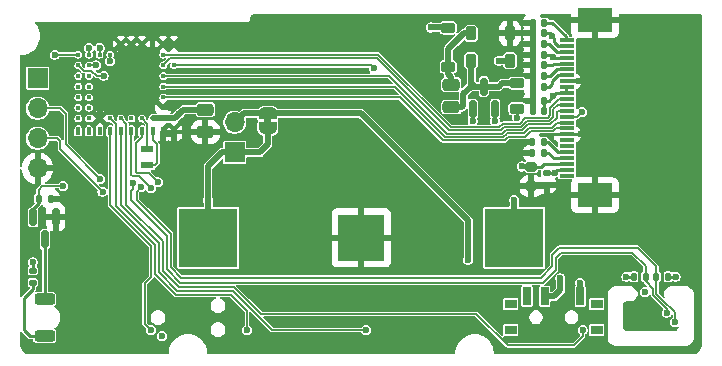
<source format=gbr>
%TF.GenerationSoftware,KiCad,Pcbnew,8.99.0-unknown-7a4b3602b9~181~ubuntu24.04.1*%
%TF.CreationDate,2024-12-15T13:41:54-05:00*%
%TF.ProjectId,nRF54L_ePaper,6e524635-344c-45f6-9550-617065722e6b,rev?*%
%TF.SameCoordinates,Original*%
%TF.FileFunction,Copper,L4,Bot*%
%TF.FilePolarity,Positive*%
%FSLAX46Y46*%
G04 Gerber Fmt 4.6, Leading zero omitted, Abs format (unit mm)*
G04 Created by KiCad (PCBNEW 8.99.0-unknown-7a4b3602b9~181~ubuntu24.04.1) date 2024-12-15 13:41:54*
%MOMM*%
%LPD*%
G01*
G04 APERTURE LIST*
G04 Aperture macros list*
%AMRoundRect*
0 Rectangle with rounded corners*
0 $1 Rounding radius*
0 $2 $3 $4 $5 $6 $7 $8 $9 X,Y pos of 4 corners*
0 Add a 4 corners polygon primitive as box body*
4,1,4,$2,$3,$4,$5,$6,$7,$8,$9,$2,$3,0*
0 Add four circle primitives for the rounded corners*
1,1,$1+$1,$2,$3*
1,1,$1+$1,$4,$5*
1,1,$1+$1,$6,$7*
1,1,$1+$1,$8,$9*
0 Add four rect primitives between the rounded corners*
20,1,$1+$1,$2,$3,$4,$5,0*
20,1,$1+$1,$4,$5,$6,$7,0*
20,1,$1+$1,$6,$7,$8,$9,0*
20,1,$1+$1,$8,$9,$2,$3,0*%
%AMFreePoly0*
4,1,23,0.500000,-0.750000,0.000000,-0.750000,0.000000,-0.745722,-0.065263,-0.745722,-0.191342,-0.711940,-0.304381,-0.646677,-0.396677,-0.554381,-0.461940,-0.441342,-0.495722,-0.315263,-0.495722,-0.250000,-0.500000,-0.250000,-0.500000,0.250000,-0.495722,0.250000,-0.495722,0.315263,-0.461940,0.441342,-0.396677,0.554381,-0.304381,0.646677,-0.191342,0.711940,-0.065263,0.745722,0.000000,0.745722,
0.000000,0.750000,0.500000,0.750000,0.500000,-0.750000,0.500000,-0.750000,$1*%
%AMFreePoly1*
4,1,23,0.000000,0.745722,0.065263,0.745722,0.191342,0.711940,0.304381,0.646677,0.396677,0.554381,0.461940,0.441342,0.495722,0.315263,0.495722,0.250000,0.500000,0.250000,0.500000,-0.250000,0.495722,-0.250000,0.495722,-0.315263,0.461940,-0.441342,0.396677,-0.554381,0.304381,-0.646677,0.191342,-0.711940,0.065263,-0.745722,0.000000,-0.745722,0.000000,-0.750000,-0.500000,-0.750000,
-0.500000,0.750000,0.000000,0.750000,0.000000,0.745722,0.000000,0.745722,$1*%
G04 Aperture macros list end*
%TA.AperFunction,EtchedComponent*%
%ADD10C,0.000000*%
%TD*%
%TA.AperFunction,ComponentPad*%
%ADD11R,1.700000X1.700000*%
%TD*%
%TA.AperFunction,ComponentPad*%
%ADD12O,1.700000X1.700000*%
%TD*%
%TA.AperFunction,SMDPad,CuDef*%
%ADD13RoundRect,0.135000X-0.135000X-0.185000X0.135000X-0.185000X0.135000X0.185000X-0.135000X0.185000X0*%
%TD*%
%TA.AperFunction,SMDPad,CuDef*%
%ADD14RoundRect,0.135000X-0.185000X0.135000X-0.185000X-0.135000X0.185000X-0.135000X0.185000X0.135000X0*%
%TD*%
%TA.AperFunction,SMDPad,CuDef*%
%ADD15RoundRect,0.140000X-0.140000X-0.170000X0.140000X-0.170000X0.140000X0.170000X-0.140000X0.170000X0*%
%TD*%
%TA.AperFunction,SMDPad,CuDef*%
%ADD16RoundRect,0.225000X0.375000X-0.225000X0.375000X0.225000X-0.375000X0.225000X-0.375000X-0.225000X0*%
%TD*%
%TA.AperFunction,SMDPad,CuDef*%
%ADD17R,1.300000X0.300000*%
%TD*%
%TA.AperFunction,SMDPad,CuDef*%
%ADD18R,3.000000X2.000000*%
%TD*%
%TA.AperFunction,SMDPad,CuDef*%
%ADD19FreePoly0,90.000000*%
%TD*%
%TA.AperFunction,SMDPad,CuDef*%
%ADD20FreePoly1,90.000000*%
%TD*%
%TA.AperFunction,SMDPad,CuDef*%
%ADD21RoundRect,0.225000X0.225000X0.375000X-0.225000X0.375000X-0.225000X-0.375000X0.225000X-0.375000X0*%
%TD*%
%TA.AperFunction,SMDPad,CuDef*%
%ADD22RoundRect,0.200000X-0.275000X0.200000X-0.275000X-0.200000X0.275000X-0.200000X0.275000X0.200000X0*%
%TD*%
%TA.AperFunction,SMDPad,CuDef*%
%ADD23RoundRect,0.135000X0.135000X0.185000X-0.135000X0.185000X-0.135000X-0.185000X0.135000X-0.185000X0*%
%TD*%
%TA.AperFunction,SMDPad,CuDef*%
%ADD24R,5.000000X5.000000*%
%TD*%
%TA.AperFunction,SMDPad,CuDef*%
%ADD25R,4.000000X4.000000*%
%TD*%
%TA.AperFunction,SMDPad,CuDef*%
%ADD26RoundRect,0.190000X-0.685000X0.285000X-0.685000X-0.285000X0.685000X-0.285000X0.685000X0.285000X0*%
%TD*%
%TA.AperFunction,SMDPad,CuDef*%
%ADD27RoundRect,0.150000X-0.150000X0.587500X-0.150000X-0.587500X0.150000X-0.587500X0.150000X0.587500X0*%
%TD*%
%TA.AperFunction,SMDPad,CuDef*%
%ADD28R,1.000000X0.800000*%
%TD*%
%TA.AperFunction,SMDPad,CuDef*%
%ADD29R,0.700000X1.500000*%
%TD*%
%TA.AperFunction,SMDPad,CuDef*%
%ADD30RoundRect,0.250000X0.475000X-0.250000X0.475000X0.250000X-0.475000X0.250000X-0.475000X-0.250000X0*%
%TD*%
%TA.AperFunction,SMDPad,CuDef*%
%ADD31R,1.100000X0.600000*%
%TD*%
%TA.AperFunction,SMDPad,CuDef*%
%ADD32RoundRect,0.150000X0.150000X-0.587500X0.150000X0.587500X-0.150000X0.587500X-0.150000X-0.587500X0*%
%TD*%
%TA.AperFunction,SMDPad,CuDef*%
%ADD33C,0.400000*%
%TD*%
%TA.AperFunction,SMDPad,CuDef*%
%ADD34R,0.400000X0.500000*%
%TD*%
%TA.AperFunction,SMDPad,CuDef*%
%ADD35RoundRect,0.218750X-0.381250X0.218750X-0.381250X-0.218750X0.381250X-0.218750X0.381250X0.218750X0*%
%TD*%
%TA.AperFunction,ViaPad*%
%ADD36C,0.600000*%
%TD*%
%TA.AperFunction,Conductor*%
%ADD37C,0.250000*%
%TD*%
%TA.AperFunction,Conductor*%
%ADD38C,0.500000*%
%TD*%
%TA.AperFunction,Conductor*%
%ADD39C,0.150000*%
%TD*%
%TA.AperFunction,Conductor*%
%ADD40C,0.127000*%
%TD*%
G04 APERTURE END LIST*
D10*
%TA.AperFunction,EtchedComponent*%
%TO.C,JP1*%
G36*
X121400000Y-54350000D02*
G01*
X120800000Y-54350000D01*
X120800000Y-53850000D01*
X121400000Y-53850000D01*
X121400000Y-54350000D01*
G37*
%TD.AperFunction*%
%TD*%
D11*
%TO.P,JP2,1,A*%
%TO.N,Net-(BT1-+)*%
X118300000Y-56775000D03*
D12*
%TO.P,JP2,2,B*%
%TO.N,Net-(JP1-B)*%
X118300000Y-54235000D03*
%TD*%
D11*
%TO.P,J1,1,Pin_1*%
%TO.N,VDD*%
X101600000Y-50500000D03*
D12*
%TO.P,J1,2,Pin_2*%
%TO.N,/UART_TX*%
X101600000Y-53040000D03*
%TO.P,J1,3,Pin_3*%
%TO.N,/UART_RX*%
X101600000Y-55580000D03*
%TO.P,J1,4,Pin_4*%
%TO.N,GND*%
X101600000Y-58120000D03*
%TD*%
D13*
%TO.P,R7,1*%
%TO.N,Net-(Q2-G)*%
X101690000Y-60700000D03*
%TO.P,R7,2*%
%TO.N,GND*%
X102710000Y-60700000D03*
%TD*%
%TO.P,R9,1*%
%TO.N,VDD*%
X152080000Y-67300000D03*
%TO.P,R9,2*%
%TO.N,/SCL*%
X153100000Y-67300000D03*
%TD*%
D14*
%TO.P,R8,1*%
%TO.N,VDD*%
X101200000Y-66790000D03*
%TO.P,R8,2*%
%TO.N,Net-(D4-A)*%
X101200000Y-67810000D03*
%TD*%
D15*
%TO.P,C23,1*%
%TO.N,GND*%
X143495000Y-55925000D03*
%TO.P,C23,2*%
%TO.N,/VGH*%
X144455000Y-55925000D03*
%TD*%
D16*
%TO.P,D1,1,K*%
%TO.N,Net-(D1-K)*%
X136375000Y-49525000D03*
%TO.P,D1,2,A*%
%TO.N,/PREVGL*%
X136375000Y-46225000D03*
%TD*%
D17*
%TO.P,J2,1,Pin_1*%
%TO.N,/VCOM*%
X146450000Y-47250000D03*
%TO.P,J2,2,Pin_2*%
%TO.N,/PREVGL*%
X146450000Y-47750000D03*
%TO.P,J2,3,Pin_3*%
%TO.N,/VSL*%
X146450000Y-48250000D03*
%TO.P,J2,4,Pin_4*%
%TO.N,/PREVGH*%
X146450000Y-48750000D03*
%TO.P,J2,5,Pin_5*%
%TO.N,/VSH*%
X146450000Y-49250000D03*
%TO.P,J2,6,Pin_6*%
%TO.N,/VPP*%
X146450000Y-49750000D03*
%TO.P,J2,7,Pin_7*%
%TO.N,Net-(J2-Pin_7)*%
X146450000Y-50250000D03*
%TO.P,J2,8,Pin_8*%
%TO.N,GND*%
X146450000Y-50750000D03*
%TO.P,J2,9,Pin_9*%
%TO.N,VDD*%
X146450000Y-51250000D03*
%TO.P,J2,10,Pin_10*%
X146450000Y-51750000D03*
%TO.P,J2,11,Pin_11*%
%TO.N,/EPD_DIN*%
X146450000Y-52250000D03*
%TO.P,J2,12,Pin_12*%
%TO.N,/EPD_CLK*%
X146450000Y-52750000D03*
%TO.P,J2,13,Pin_13*%
%TO.N,/EPD_CS*%
X146450000Y-53250000D03*
%TO.P,J2,14,Pin_14*%
%TO.N,/EPD_DC*%
X146450000Y-53750000D03*
%TO.P,J2,15,Pin_15*%
%TO.N,/EPD_RST*%
X146450000Y-54250000D03*
%TO.P,J2,16,Pin_16*%
%TO.N,/EPD_BUSY*%
X146450000Y-54750000D03*
%TO.P,J2,17,Pin_17*%
%TO.N,GND*%
X146450000Y-55250000D03*
%TO.P,J2,18,Pin_18*%
%TO.N,/TSDA*%
X146450000Y-55750000D03*
%TO.P,J2,19,Pin_19*%
%TO.N,/TSCL*%
X146450000Y-56250000D03*
%TO.P,J2,20,Pin_20*%
%TO.N,/VGH*%
X146450000Y-56750000D03*
%TO.P,J2,21,Pin_21*%
%TO.N,/VGL*%
X146450000Y-57250000D03*
%TO.P,J2,22,Pin_22*%
%TO.N,/RESE*%
X146450000Y-57750000D03*
%TO.P,J2,23,Pin_23*%
%TO.N,/GDR*%
X146450000Y-58250000D03*
%TO.P,J2,24,Pin_24*%
%TO.N,/HTL_CTL*%
X146450000Y-58750000D03*
D18*
%TO.P,J2,MP,MountPin*%
%TO.N,GND*%
X148800000Y-45600000D03*
X148800000Y-60400000D03*
%TD*%
D15*
%TO.P,C14,1*%
%TO.N,GND*%
X143520000Y-46700000D03*
%TO.P,C14,2*%
%TO.N,/PREVGL*%
X144480000Y-46700000D03*
%TD*%
D19*
%TO.P,JP1,1,A*%
%TO.N,Net-(BT1-+)*%
X121100000Y-54750000D03*
D20*
%TO.P,JP1,2,B*%
%TO.N,Net-(JP1-B)*%
X121100000Y-53450000D03*
%TD*%
D21*
%TO.P,D3,1,K*%
%TO.N,GND*%
X141600000Y-46700000D03*
%TO.P,D3,2,A*%
%TO.N,Net-(D1-K)*%
X138300000Y-46700000D03*
%TD*%
D15*
%TO.P,C24,1*%
%TO.N,GND*%
X143495000Y-56800000D03*
%TO.P,C24,2*%
%TO.N,/VGL*%
X144455000Y-56800000D03*
%TD*%
%TO.P,C20,1*%
%TO.N,GND*%
X143520000Y-51200000D03*
%TO.P,C20,2*%
%TO.N,Net-(J2-Pin_7)*%
X144480000Y-51200000D03*
%TD*%
D14*
%TO.P,R1,1*%
%TO.N,/GDR*%
X144700000Y-58490000D03*
%TO.P,R1,2*%
%TO.N,GND*%
X144700000Y-59510000D03*
%TD*%
D15*
%TO.P,C15,1*%
%TO.N,GND*%
X143520000Y-47600000D03*
%TO.P,C15,2*%
%TO.N,/VSL*%
X144480000Y-47600000D03*
%TD*%
D22*
%TO.P,R3,1*%
%TO.N,/RESE*%
X143400000Y-57975000D03*
%TO.P,R3,2*%
%TO.N,GND*%
X143400000Y-59625000D03*
%TD*%
D15*
%TO.P,C22,1*%
%TO.N,GND*%
X143520000Y-52400000D03*
%TO.P,C22,2*%
%TO.N,VDD*%
X144480000Y-52400000D03*
%TD*%
%TO.P,C19,1*%
%TO.N,GND*%
X143520000Y-50300000D03*
%TO.P,C19,2*%
%TO.N,/VPP*%
X144480000Y-50300000D03*
%TD*%
D23*
%TO.P,R10,1*%
%TO.N,VDD*%
X155000000Y-67300000D03*
%TO.P,R10,2*%
%TO.N,/SDA*%
X153980000Y-67300000D03*
%TD*%
D24*
%TO.P,BT1,1,+*%
%TO.N,Net-(BT1-+)*%
X116050000Y-64000000D03*
X141950000Y-64000000D03*
D25*
%TO.P,BT1,2,-*%
%TO.N,GND*%
X129000000Y-64000000D03*
%TD*%
D26*
%TO.P,D4,1,K*%
%TO.N,Net-(D4-K)*%
X102200000Y-69200000D03*
%TO.P,D4,2,A*%
%TO.N,Net-(D4-A)*%
X102200000Y-72300000D03*
%TD*%
D27*
%TO.P,Q2,1,G*%
%TO.N,Net-(Q2-G)*%
X101250000Y-62262500D03*
%TO.P,Q2,2,S*%
%TO.N,GND*%
X103150000Y-62262500D03*
%TO.P,Q2,3,D*%
%TO.N,Net-(D4-K)*%
X102200000Y-64137500D03*
%TD*%
D15*
%TO.P,C18,1*%
%TO.N,GND*%
X143520000Y-49400000D03*
%TO.P,C18,2*%
%TO.N,/VSH*%
X144480000Y-49400000D03*
%TD*%
D21*
%TO.P,D2,1,K*%
%TO.N,/PREVGH*%
X141605000Y-49000000D03*
%TO.P,D2,2,A*%
%TO.N,Net-(D2-A)*%
X138305000Y-49000000D03*
%TD*%
D15*
%TO.P,C17,1*%
%TO.N,GND*%
X143520000Y-48500000D03*
%TO.P,C17,2*%
%TO.N,/PREVGH*%
X144480000Y-48500000D03*
%TD*%
D28*
%TO.P,SW5,*%
%TO.N,*%
X148950000Y-71830000D03*
X148950000Y-69620000D03*
X141650000Y-71830000D03*
X141650000Y-69620000D03*
D29*
%TO.P,SW5,1,A*%
%TO.N,VDD*%
X147550000Y-68970000D03*
%TO.P,SW5,2,B*%
%TO.N,Net-(JP1-B)*%
X144550000Y-68970000D03*
%TO.P,SW5,3,C*%
%TO.N,unconnected-(SW5-C-Pad3)*%
X143050000Y-68970000D03*
%TD*%
D30*
%TO.P,C1,1*%
%TO.N,GND*%
X115800000Y-55050000D03*
%TO.P,C1,2*%
%TO.N,VDD*%
X115800000Y-53150000D03*
%TD*%
D15*
%TO.P,C21,1*%
%TO.N,GND*%
X143520000Y-53300000D03*
%TO.P,C21,2*%
%TO.N,VDD*%
X144480000Y-53300000D03*
%TD*%
D31*
%TO.P,Y2,1,1*%
%TO.N,Net-(U1-P1.01)*%
X110900000Y-57875000D03*
%TO.P,Y2,2,2*%
%TO.N,Net-(U1-P1.00)*%
X110900000Y-56475000D03*
%TD*%
D15*
%TO.P,C13,1*%
%TO.N,GND*%
X143520000Y-45800000D03*
%TO.P,C13,2*%
%TO.N,/VCOM*%
X144480000Y-45800000D03*
%TD*%
D30*
%TO.P,C2,1*%
%TO.N,Net-(D2-A)*%
X136630000Y-52940000D03*
%TO.P,C2,2*%
%TO.N,Net-(D1-K)*%
X136630000Y-51040000D03*
%TD*%
D32*
%TO.P,Q1,1,G*%
%TO.N,/GDR*%
X140337500Y-53087500D03*
%TO.P,Q1,2,S*%
%TO.N,/RESE*%
X138437500Y-53087500D03*
%TO.P,Q1,3,D*%
%TO.N,Net-(D2-A)*%
X139387500Y-51212500D03*
%TD*%
D33*
%TO.P,U1,A1,GND*%
%TO.N,GND*%
X113150000Y-47600000D03*
%TO.P,U1,A3,P1.09*%
%TO.N,/EPD_DC*%
X113150000Y-49400000D03*
D34*
%TO.P,U1,A9,GND*%
%TO.N,GND*%
X113150000Y-55050000D03*
D33*
X113150000Y-54800000D03*
%TO.P,U1,B1,GND*%
X112250000Y-47600000D03*
%TO.P,U1,B2,P1.10*%
%TO.N,/EPD_DIN*%
X112250000Y-48500000D03*
%TO.P,U1,B3,P1.11*%
%TO.N,/EPD_CLK*%
X112250000Y-49400000D03*
%TO.P,U1,B4,P1.12*%
%TO.N,/EPD_CS*%
X112250000Y-50300000D03*
%TO.P,U1,B5,P1.13*%
%TO.N,/EPD_RST*%
X112250000Y-51200000D03*
%TO.P,U1,B6,P1.14*%
%TO.N,/EPD_BUSY*%
X112250000Y-52100000D03*
%TO.P,U1,B7,GND*%
%TO.N,GND*%
X112250000Y-53000000D03*
%TO.P,U1,B8,VDD*%
%TO.N,VDD*%
X112250000Y-53900000D03*
D34*
%TO.P,U1,B9,GND*%
%TO.N,GND*%
X112250000Y-55050000D03*
D33*
X112250000Y-54800000D03*
%TO.P,U1,C8,VDD*%
%TO.N,VDD*%
X111350000Y-53900000D03*
D34*
%TO.P,U1,C9,P1.01*%
%TO.N,Net-(U1-P1.01)*%
X111350000Y-55050000D03*
D33*
X111350000Y-54800000D03*
%TO.P,U1,D1,GND*%
%TO.N,GND*%
X110450000Y-47600000D03*
%TO.P,U1,D8,P1.00*%
%TO.N,Net-(U1-P1.00)*%
X110450000Y-53900000D03*
D34*
%TO.P,U1,D9,P1.02*%
%TO.N,/UART_RX*%
X110450000Y-55050000D03*
D33*
X110450000Y-54800000D03*
%TO.P,U1,E1,GND*%
%TO.N,GND*%
X109550000Y-47600000D03*
%TO.P,U1,E8,P1.03*%
%TO.N,unconnected-(U1-P1.03-PadE8)*%
X109550000Y-53900000D03*
D34*
%TO.P,U1,E9,P1.04*%
%TO.N,/UART_TX*%
X109550000Y-55050000D03*
D33*
X109550000Y-54800000D03*
%TO.P,U1,F1,GND*%
%TO.N,GND*%
X108650000Y-47600000D03*
%TO.P,U1,F8,P1.05*%
%TO.N,/SW4*%
X108650000Y-53900000D03*
D34*
%TO.P,U1,F9,P1.06*%
%TO.N,/SW3*%
X108650000Y-55050000D03*
D33*
X108650000Y-54800000D03*
%TO.P,U1,G2,~{RESET}*%
%TO.N,Net-(J4-~{RESET})*%
X107750000Y-48500000D03*
%TO.P,U1,G8,P1.08*%
%TO.N,/SW2*%
X107750000Y-53900000D03*
D34*
%TO.P,U1,G9,P1.07*%
%TO.N,/SW1*%
X107750000Y-55050000D03*
D33*
X107750000Y-54800000D03*
%TO.P,U1,H2,P0.04*%
%TO.N,/SCL*%
X106850000Y-48500000D03*
%TO.P,U1,H8,GND*%
%TO.N,GND*%
X106850000Y-53900000D03*
D34*
%TO.P,U1,H9,P2.00*%
%TO.N,unconnected-(U1-P2.00-PadH9)_1*%
X106850000Y-55050000D03*
D33*
%TO.N,unconnected-(U1-P2.00-PadH9)*%
X106850000Y-54800000D03*
%TO.P,U1,J2,P0.03*%
%TO.N,/SDA*%
X105950000Y-48500000D03*
%TO.P,U1,J3,SWDIO*%
%TO.N,Net-(J4-SWDIO)*%
X105950000Y-49400000D03*
%TO.P,U1,J4,P0.00*%
%TO.N,unconnected-(U1-P0.00-PadJ4)*%
X105950000Y-50300000D03*
%TO.P,U1,J5,P2.09*%
%TO.N,unconnected-(U1-P2.09-PadJ5)*%
X105950000Y-51200000D03*
%TO.P,U1,J6,P2.07*%
%TO.N,unconnected-(U1-P2.07-PadJ6)*%
X105950000Y-52100000D03*
%TO.P,U1,J7,P2.03*%
%TO.N,unconnected-(U1-P2.03-PadJ7)*%
X105950000Y-53000000D03*
%TO.P,U1,J8,P2.02*%
%TO.N,unconnected-(U1-P2.02-PadJ8)*%
X105950000Y-53900000D03*
D34*
%TO.P,U1,J9,P2.01*%
%TO.N,unconnected-(U1-P2.01-PadJ9)*%
X105950000Y-55050000D03*
D33*
%TO.N,unconnected-(U1-P2.01-PadJ9)_1*%
X105950000Y-54800000D03*
%TO.P,U1,K2,P0.02*%
%TO.N,Net-(Q2-G)*%
X105050000Y-48500000D03*
%TO.P,U1,K3,SWDCLK*%
%TO.N,Net-(J4-SWCLK)*%
X105050000Y-49400000D03*
%TO.P,U1,K4,P0.01*%
%TO.N,unconnected-(U1-P0.01-PadK4)*%
X105050000Y-50300000D03*
%TO.P,U1,K5,P2.10*%
%TO.N,unconnected-(U1-P2.10-PadK5)*%
X105050000Y-51200000D03*
%TO.P,U1,K6,P2.08*%
%TO.N,unconnected-(U1-P2.08-PadK6)*%
X105050000Y-52100000D03*
%TO.P,U1,K7,P2.06*%
%TO.N,unconnected-(U1-P2.06-PadK7)*%
X105050000Y-53000000D03*
%TO.P,U1,K8,P2.05*%
%TO.N,unconnected-(U1-P2.05-PadK8)*%
X105050000Y-53900000D03*
D34*
%TO.P,U1,K9,P2.04*%
%TO.N,unconnected-(U1-P2.04-PadK9)_1*%
X105050000Y-55050000D03*
D33*
%TO.N,unconnected-(U1-P2.04-PadK9)*%
X105050000Y-54800000D03*
%TD*%
D35*
%TO.P,L4,1*%
%TO.N,Net-(D2-A)*%
X142200000Y-50937500D03*
%TO.P,L4,2*%
%TO.N,VDD*%
X142200000Y-53062500D03*
%TD*%
D36*
%TO.N,VDD*%
X112130000Y-72320000D03*
X151460000Y-67300000D03*
X113600000Y-53500000D03*
X147540000Y-67830000D03*
X142200000Y-53840000D03*
X153040000Y-68600000D03*
X101190000Y-66090000D03*
X145230000Y-52040000D03*
X155620000Y-67300000D03*
%TO.N,GND*%
X142790000Y-48500000D03*
X112130000Y-68430000D03*
X105820000Y-68230000D03*
X109560000Y-48190000D03*
X106850000Y-53360000D03*
X142780000Y-56070000D03*
X142790000Y-46700000D03*
X106930000Y-57220000D03*
X144700000Y-60280000D03*
X108720000Y-52220000D03*
X104010000Y-62260000D03*
X108670000Y-48190000D03*
X108650000Y-50770000D03*
X152110000Y-71150000D03*
X142790000Y-45800000D03*
X103550000Y-60700000D03*
X142870000Y-56808000D03*
X113890000Y-47600000D03*
X142790000Y-47600000D03*
X113630000Y-69320000D03*
X113180000Y-55660000D03*
X112260000Y-55650000D03*
X142780000Y-49410000D03*
X114690000Y-55060000D03*
X147460000Y-50750000D03*
X104290000Y-49610000D03*
X108330000Y-70500000D03*
X147580000Y-55250000D03*
X143400000Y-60430000D03*
X108270000Y-69650000D03*
X110450000Y-48190000D03*
X116910000Y-73020000D03*
X112880000Y-53000000D03*
%TO.N,/PREVGL*%
X145185000Y-46905000D03*
X134880000Y-46200000D03*
%TO.N,/SCL*%
X109670000Y-59340000D03*
X154860000Y-70350000D03*
X106850000Y-47930000D03*
%TO.N,/SDA*%
X155570000Y-71150000D03*
X105950000Y-47940000D03*
X110370000Y-59730000D03*
%TO.N,/PREVGH*%
X145230466Y-48707047D03*
X140680000Y-49000000D03*
%TO.N,/GDR*%
X140340000Y-54140000D03*
X145370000Y-58490000D03*
%TO.N,/RESE*%
X142600000Y-57970000D03*
X138440000Y-54140000D03*
%TO.N,/EPD_DC*%
X130050000Y-49640000D03*
X147700000Y-53340000D03*
%TO.N,Net-(Q2-G)*%
X103060000Y-48500000D03*
X103760000Y-59620000D03*
%TO.N,Net-(J4-SWDIO)*%
X106560000Y-49400000D03*
%TO.N,Net-(J4-~{RESET})*%
X107750000Y-49070000D03*
%TO.N,Net-(J4-SWCLK)*%
X107200000Y-50280000D03*
%TO.N,/SW1*%
X111220000Y-71830000D03*
%TO.N,/SW2*%
X119330000Y-71830000D03*
%TO.N,/SW3*%
X129410000Y-71820000D03*
%TO.N,/SW4*%
X147750000Y-71820000D03*
%TO.N,/UART_TX*%
X111200000Y-59800000D03*
X106920000Y-59020000D03*
%TO.N,/UART_RX*%
X107100000Y-60100000D03*
X111800000Y-59300000D03*
%TO.N,Net-(BT1-+)*%
X116030000Y-60820000D03*
X141960000Y-60800000D03*
%TO.N,Net-(JP1-B)*%
X138050000Y-65860000D03*
X145870000Y-67430000D03*
%TD*%
D37*
%TO.N,VDD*%
X142200000Y-53062500D02*
X142200000Y-53840000D01*
X144480000Y-53300000D02*
X144480000Y-52400000D01*
X152080000Y-67300000D02*
X151460000Y-67300000D01*
X146350000Y-51250000D02*
X146350000Y-51750000D01*
D38*
X147550000Y-68970000D02*
X147550000Y-67840000D01*
D37*
X144870000Y-52400000D02*
X144480000Y-52400000D01*
X155000000Y-67300000D02*
X155620000Y-67300000D01*
D38*
X113600000Y-53500000D02*
X113950000Y-53150000D01*
D37*
X145520000Y-51750000D02*
X144870000Y-52400000D01*
D38*
X113200000Y-53900000D02*
X111350000Y-53900000D01*
D37*
X101200000Y-66100000D02*
X101190000Y-66090000D01*
X101200000Y-66790000D02*
X101200000Y-66100000D01*
D38*
X113950000Y-53150000D02*
X115800000Y-53150000D01*
X113600000Y-53500000D02*
X113200000Y-53900000D01*
X147550000Y-67840000D02*
X147540000Y-67830000D01*
D37*
X146350000Y-51750000D02*
X145520000Y-51750000D01*
%TO.N,GND*%
X142900000Y-49400000D02*
X142890000Y-49410000D01*
X143520000Y-49400000D02*
X142900000Y-49400000D01*
D38*
X114700000Y-55050000D02*
X114690000Y-55060000D01*
D37*
X143520000Y-45800000D02*
X142790000Y-45800000D01*
D38*
X113150000Y-47600000D02*
X113890000Y-47600000D01*
D37*
X142878000Y-56800000D02*
X142870000Y-56808000D01*
X143400000Y-59625000D02*
X143400000Y-60430000D01*
X103150000Y-62262500D02*
X104007500Y-62262500D01*
X112250000Y-53000000D02*
X112880000Y-53000000D01*
X143520000Y-53300000D02*
X143520000Y-52400000D01*
D38*
X106850000Y-53900000D02*
X106850000Y-53360000D01*
X112250000Y-55050000D02*
X112250000Y-55640000D01*
D37*
X146350000Y-55250000D02*
X147580000Y-55250000D01*
X143520000Y-52400000D02*
X143520000Y-45800000D01*
D38*
X108650000Y-47600000D02*
X108650000Y-48170000D01*
D37*
X143510000Y-49410000D02*
X143520000Y-49400000D01*
D38*
X108650000Y-48170000D02*
X108670000Y-48190000D01*
D37*
X102710000Y-60700000D02*
X103550000Y-60700000D01*
X144700000Y-59510000D02*
X144700000Y-60280000D01*
D38*
X109550000Y-48180000D02*
X109560000Y-48190000D01*
D37*
X143495000Y-56800000D02*
X142878000Y-56800000D01*
X104007500Y-62262500D02*
X104010000Y-62260000D01*
X143520000Y-48500000D02*
X142790000Y-48500000D01*
X142925000Y-55925000D02*
X143495000Y-55925000D01*
D38*
X141600000Y-46700000D02*
X142790000Y-46700000D01*
X110450000Y-47600000D02*
X110450000Y-48190000D01*
D37*
X142780000Y-56070000D02*
X142925000Y-55925000D01*
X143520000Y-47600000D02*
X142790000Y-47600000D01*
D38*
X115800000Y-55050000D02*
X114700000Y-55050000D01*
D37*
X143520000Y-46700000D02*
X142790000Y-46700000D01*
D38*
X113150000Y-55630000D02*
X113180000Y-55660000D01*
X112250000Y-55640000D02*
X112260000Y-55650000D01*
D37*
X142780000Y-49410000D02*
X143510000Y-49410000D01*
X146350000Y-50750000D02*
X147460000Y-50750000D01*
D38*
X113150000Y-55050000D02*
X113150000Y-55630000D01*
X113150000Y-47600000D02*
X112250000Y-47600000D01*
X109550000Y-47600000D02*
X109550000Y-48180000D01*
D37*
%TO.N,/VCOM*%
X146350000Y-47250000D02*
X146350000Y-46955000D01*
X145195000Y-45800000D02*
X144480000Y-45800000D01*
X146350000Y-46955000D02*
X145195000Y-45800000D01*
%TO.N,/PREVGL*%
X146350000Y-47750000D02*
X145690000Y-47750000D01*
D38*
X134880000Y-46200000D02*
X136350000Y-46200000D01*
D37*
X145330000Y-47050000D02*
X145185000Y-46905000D01*
X145185000Y-46905000D02*
X144980000Y-46700000D01*
X144980000Y-46700000D02*
X144480000Y-46700000D01*
D38*
X136350000Y-46200000D02*
X136375000Y-46225000D01*
D37*
X145690000Y-47750000D02*
X145330000Y-47390000D01*
X145330000Y-47390000D02*
X145330000Y-47050000D01*
%TO.N,/VSL*%
X144890000Y-47600000D02*
X144480000Y-47600000D01*
X145540000Y-48250000D02*
X144890000Y-47600000D01*
X146350000Y-48250000D02*
X145540000Y-48250000D01*
D39*
%TO.N,/SCL*%
X154860000Y-70011738D02*
X153703000Y-68854738D01*
X109520000Y-60030000D02*
X109520000Y-60840000D01*
X145900000Y-65280000D02*
X151970000Y-65280000D01*
X151970000Y-65280000D02*
X153100000Y-66410000D01*
X153100000Y-66410000D02*
X153100000Y-67300000D01*
X154860000Y-70350000D02*
X154860000Y-70011738D01*
X145480000Y-65700000D02*
X145900000Y-65280000D01*
X144400000Y-67800000D02*
X145480000Y-66720000D01*
X145480000Y-66720000D02*
X145480000Y-65700000D01*
X109670000Y-59880000D02*
X109520000Y-60030000D01*
X153703000Y-68303000D02*
X153100000Y-67700000D01*
X109670000Y-59340000D02*
X109670000Y-59880000D01*
X113660000Y-67800000D02*
X144400000Y-67800000D01*
X153703000Y-68854738D02*
X153703000Y-68303000D01*
X109520000Y-60840000D02*
X112530000Y-63850000D01*
X106850000Y-48500000D02*
X106850000Y-47930000D01*
X153100000Y-67700000D02*
X153100000Y-67300000D01*
X112530000Y-63850000D02*
X112530000Y-66670000D01*
X112530000Y-66670000D02*
X113660000Y-67800000D01*
%TO.N,/EPD_DIN*%
X130460000Y-48500000D02*
X112250000Y-48500000D01*
X146350000Y-52250000D02*
X145750000Y-52250000D01*
X145000000Y-53650000D02*
X144790000Y-53860000D01*
X136602000Y-54642000D02*
X130460000Y-48500000D01*
X144790000Y-53860000D02*
X142890000Y-53860000D01*
X145750000Y-52250000D02*
X145000000Y-53000000D01*
X142890000Y-53860000D02*
X142408000Y-54342000D01*
X145000000Y-53000000D02*
X145000000Y-53650000D01*
X140708000Y-54642000D02*
X136602000Y-54642000D01*
X142408000Y-54342000D02*
X141008000Y-54342000D01*
X141008000Y-54342000D02*
X140708000Y-54642000D01*
%TO.N,/SDA*%
X145180000Y-66420000D02*
X144200000Y-67400000D01*
X112870000Y-63660000D02*
X110000000Y-60790000D01*
X153980000Y-67300000D02*
X153980000Y-66410000D01*
X110000000Y-60790000D02*
X110000000Y-60100000D01*
X145780000Y-64840000D02*
X145180000Y-65440000D01*
X110000000Y-60100000D02*
X110370000Y-59730000D01*
X113750000Y-67400000D02*
X112870000Y-66520000D01*
X155570000Y-70840000D02*
X155570000Y-71150000D01*
D40*
X105950000Y-48500000D02*
X105950000Y-47940000D01*
D39*
X144200000Y-67400000D02*
X113750000Y-67400000D01*
X153980000Y-66410000D02*
X152410000Y-64840000D01*
X153980000Y-67300000D02*
X153980000Y-68740000D01*
X145180000Y-65440000D02*
X145180000Y-66420000D01*
X154480000Y-69240000D02*
X155570000Y-70330000D01*
X155570000Y-70330000D02*
X155570000Y-70840000D01*
X152410000Y-64840000D02*
X145780000Y-64840000D01*
X153980000Y-68740000D02*
X154480000Y-69240000D01*
X112870000Y-66520000D02*
X112870000Y-63660000D01*
%TO.N,/EPD_CLK*%
X130340000Y-48810000D02*
X136449000Y-54919000D01*
X145277000Y-53764738D02*
X145277000Y-53114738D01*
X142522738Y-54619000D02*
X143004738Y-54137000D01*
X112840000Y-48810000D02*
X130340000Y-48810000D01*
X136449000Y-54919000D02*
X140822738Y-54919000D01*
X112250000Y-49400000D02*
X112840000Y-48810000D01*
X140822738Y-54919000D02*
X141122738Y-54619000D01*
X145641738Y-52750000D02*
X146350000Y-52750000D01*
X143004738Y-54137000D02*
X144904738Y-54137000D01*
X144904738Y-54137000D02*
X145277000Y-53764738D01*
X145277000Y-53114738D02*
X145641738Y-52750000D01*
X141122738Y-54619000D02*
X142522738Y-54619000D01*
%TO.N,Net-(U1-P1.01)*%
X111750000Y-57650000D02*
X111525000Y-57875000D01*
X111525000Y-57875000D02*
X110900000Y-57875000D01*
X111750000Y-56100000D02*
X111750000Y-57650000D01*
X111350000Y-55050000D02*
X111350000Y-55700000D01*
X111350000Y-55700000D02*
X111750000Y-56100000D01*
%TO.N,Net-(U1-P1.00)*%
X110900000Y-54350000D02*
X110450000Y-53900000D01*
X110900000Y-56475000D02*
X110900000Y-54350000D01*
D38*
%TO.N,Net-(D2-A)*%
X138305000Y-49000000D02*
X138305000Y-50430000D01*
X138305000Y-50430000D02*
X138305000Y-51165000D01*
X137500000Y-52940000D02*
X137640000Y-52800000D01*
X138305000Y-50710000D02*
X138305000Y-50897500D01*
X140627500Y-51212500D02*
X139387500Y-51212500D01*
X139387500Y-51212500D02*
X138620000Y-51212500D01*
X138305000Y-50430000D02*
X138305000Y-50710000D01*
X136630000Y-52940000D02*
X137500000Y-52940000D01*
X137640000Y-52800000D02*
X137640000Y-51830000D01*
X138257500Y-51212500D02*
X138620000Y-51212500D01*
X140902500Y-50937500D02*
X140627500Y-51212500D01*
X138305000Y-51165000D02*
X138257500Y-51212500D01*
X142200000Y-50937500D02*
X140902500Y-50937500D01*
X138305000Y-50897500D02*
X138620000Y-51212500D01*
X137640000Y-51830000D02*
X138257500Y-51212500D01*
%TO.N,Net-(D1-K)*%
X136630000Y-50420000D02*
X136375000Y-50165000D01*
X136630000Y-51040000D02*
X136630000Y-50420000D01*
X136375000Y-48000000D02*
X136375000Y-49525000D01*
X138300000Y-46700000D02*
X137675000Y-46700000D01*
X136375000Y-50165000D02*
X136375000Y-49525000D01*
X137675000Y-46700000D02*
X136375000Y-48000000D01*
D37*
%TO.N,/PREVGH*%
X144480000Y-48500000D02*
X145030000Y-48500000D01*
X145023419Y-48500000D02*
X145230466Y-48707047D01*
X145280000Y-48750000D02*
X146350000Y-48750000D01*
X145030000Y-48500000D02*
X145280000Y-48750000D01*
D38*
X141605000Y-49000000D02*
X140680000Y-49000000D01*
D37*
X144480000Y-48500000D02*
X145023419Y-48500000D01*
%TO.N,/VSH*%
X145330000Y-49250000D02*
X145180000Y-49400000D01*
X146350000Y-49250000D02*
X145330000Y-49250000D01*
X145180000Y-49400000D02*
X144480000Y-49400000D01*
%TO.N,/VPP*%
X144480000Y-50300000D02*
X145020000Y-50300000D01*
X145020000Y-50300000D02*
X145570000Y-49750000D01*
X145570000Y-49750000D02*
X146350000Y-49750000D01*
%TO.N,/VGH*%
X144805000Y-55925000D02*
X144455000Y-55925000D01*
X146350000Y-56750000D02*
X145630000Y-56750000D01*
X145630000Y-56750000D02*
X144805000Y-55925000D01*
%TO.N,/VGL*%
X145300000Y-57250000D02*
X146350000Y-57250000D01*
X144455000Y-56800000D02*
X144850000Y-56800000D01*
X144850000Y-56800000D02*
X145300000Y-57250000D01*
D39*
%TO.N,/EPD_BUSY*%
X143348952Y-54968000D02*
X142866952Y-55450000D01*
X145248952Y-54968000D02*
X143348952Y-54968000D01*
X141466951Y-55450000D02*
X141162951Y-55754000D01*
X135924000Y-55754000D02*
X132270000Y-52100000D01*
X145466952Y-54750000D02*
X145248952Y-54968000D01*
X141162951Y-55754000D02*
X135924000Y-55754000D01*
X132270000Y-52100000D02*
X112250000Y-52100000D01*
X142866952Y-55450000D02*
X141466951Y-55450000D01*
X146350000Y-54750000D02*
X145466952Y-54750000D01*
D37*
%TO.N,Net-(J2-Pin_7)*%
X145646000Y-50250000D02*
X146350000Y-50250000D01*
X145130000Y-50766000D02*
X145646000Y-50250000D01*
X144480000Y-51200000D02*
X144880000Y-51200000D01*
X145130000Y-50950000D02*
X145130000Y-50766000D01*
X144880000Y-51200000D02*
X145130000Y-50950000D01*
%TO.N,/GDR*%
X146350000Y-58250000D02*
X145610000Y-58250000D01*
X145610000Y-58250000D02*
X145370000Y-58490000D01*
X140337500Y-53087500D02*
X140337500Y-54137500D01*
X140337500Y-54137500D02*
X140340000Y-54140000D01*
X144700000Y-58490000D02*
X145370000Y-58490000D01*
%TO.N,/RESE*%
X144470000Y-57750000D02*
X144245000Y-57975000D01*
X138437500Y-53087500D02*
X138437500Y-54137500D01*
X146350000Y-57750000D02*
X144470000Y-57750000D01*
X143400000Y-57975000D02*
X142605000Y-57975000D01*
X142605000Y-57975000D02*
X142600000Y-57970000D01*
X138437500Y-54137500D02*
X138440000Y-54140000D01*
X144245000Y-57975000D02*
X143400000Y-57975000D01*
D39*
%TO.N,/EPD_CS*%
X140937476Y-55196000D02*
X140937475Y-55196000D01*
X145554000Y-53356000D02*
X145554000Y-53879476D01*
X145019476Y-54414000D02*
X143119476Y-54414000D01*
X145554000Y-53879476D02*
X145019476Y-54414000D01*
X140937475Y-55196000D02*
X140933475Y-55200000D01*
X146350000Y-53250000D02*
X145660000Y-53250000D01*
X141150000Y-54983475D02*
X140937476Y-55196000D01*
X142637476Y-54896000D02*
X141237475Y-54896000D01*
X145660000Y-53250000D02*
X145554000Y-53356000D01*
X136280000Y-55200000D02*
X131380000Y-50300000D01*
X141237475Y-54896000D02*
X141150000Y-54983475D01*
X131380000Y-50300000D02*
X112250000Y-50300000D01*
X140933475Y-55200000D02*
X136280000Y-55200000D01*
X143119476Y-54414000D02*
X142637476Y-54896000D01*
%TO.N,/EPD_DC*%
X147290000Y-53750000D02*
X146350000Y-53750000D01*
X147700000Y-53340000D02*
X147290000Y-53750000D01*
X113150000Y-49400000D02*
X129810000Y-49400000D01*
X129810000Y-49400000D02*
X130050000Y-49640000D01*
%TO.N,/EPD_RST*%
X145575214Y-54250000D02*
X146350000Y-54250000D01*
X141048213Y-55477000D02*
X141214476Y-55310737D01*
X145134214Y-54691000D02*
X145575214Y-54250000D01*
X112250000Y-51200000D02*
X131850000Y-51200000D01*
X136127000Y-55477000D02*
X141048213Y-55477000D01*
X143234214Y-54691000D02*
X145134214Y-54691000D01*
X131850000Y-51200000D02*
X136127000Y-55477000D01*
X142752214Y-55173000D02*
X143234214Y-54691000D01*
X141214476Y-55310737D02*
X141255212Y-55270000D01*
X141255212Y-55270000D02*
X141352212Y-55173000D01*
X141352212Y-55173000D02*
X142752214Y-55173000D01*
D37*
%TO.N,Net-(D4-K)*%
X102200000Y-64137500D02*
X102200000Y-69200000D01*
%TO.N,Net-(Q2-G)*%
X101250000Y-61540000D02*
X101250000Y-62262500D01*
D40*
X101690000Y-59940000D02*
X101690000Y-60700000D01*
X103760000Y-59620000D02*
X102010000Y-59620000D01*
X102010000Y-59620000D02*
X101690000Y-59940000D01*
D37*
X101690000Y-61100000D02*
X101250000Y-61540000D01*
D40*
X103060000Y-48500000D02*
X105050000Y-48500000D01*
D37*
X101690000Y-60700000D02*
X101690000Y-61100000D01*
%TO.N,Net-(D4-A)*%
X100930000Y-72300000D02*
X100470000Y-71840000D01*
X102200000Y-72300000D02*
X100930000Y-72300000D01*
X100470000Y-71840000D02*
X100470000Y-69110000D01*
X100470000Y-69110000D02*
X101200000Y-68380000D01*
X101200000Y-68380000D02*
X101200000Y-67810000D01*
D39*
%TO.N,Net-(J4-SWDIO)*%
X105950000Y-49400000D02*
X106560000Y-49400000D01*
%TO.N,Net-(J4-~{RESET})*%
X107750000Y-48500000D02*
X107750000Y-49070000D01*
%TO.N,Net-(J4-SWCLK)*%
X105500000Y-49850000D02*
X106164514Y-49850000D01*
X105050000Y-49400000D02*
X105500000Y-49850000D01*
X106594514Y-50280000D02*
X107200000Y-50280000D01*
X106164514Y-49850000D02*
X106594514Y-50280000D01*
%TO.N,/SW1*%
X111220000Y-67310000D02*
X110670000Y-67860000D01*
X111220000Y-64740000D02*
X111220000Y-67310000D01*
X107750000Y-61270000D02*
X111220000Y-64740000D01*
X110670000Y-67860000D02*
X110670000Y-71280000D01*
X107750000Y-55050000D02*
X107750000Y-61270000D01*
X110670000Y-71280000D02*
X111220000Y-71830000D01*
%TO.N,/SW2*%
X113290000Y-68810000D02*
X117940000Y-68810000D01*
X108248000Y-54398000D02*
X108248000Y-61328000D01*
X107750000Y-53900000D02*
X108248000Y-54398000D01*
X119330000Y-70200000D02*
X119330000Y-71830000D01*
X111560000Y-64640000D02*
X111560000Y-67080000D01*
X117940000Y-68810000D02*
X119330000Y-70200000D01*
X108248000Y-61328000D02*
X111560000Y-64640000D01*
X111560000Y-67080000D02*
X113290000Y-68810000D01*
%TO.N,/SW3*%
X118118262Y-68470000D02*
X121468262Y-71820000D01*
X121468262Y-71820000D02*
X129410000Y-71820000D01*
X108650000Y-61250000D02*
X111860000Y-64460000D01*
X111860000Y-66881738D02*
X113448262Y-68470000D01*
X113448262Y-68470000D02*
X118118262Y-68470000D01*
X108650000Y-55050000D02*
X108650000Y-61250000D01*
X111860000Y-64460000D02*
X111860000Y-66881738D01*
%TO.N,/SW4*%
X147750000Y-72360000D02*
X147750000Y-71820000D01*
X141400000Y-73100000D02*
X147010000Y-73100000D01*
X109100000Y-61210000D02*
X112190000Y-64300000D01*
X112190000Y-66800000D02*
X113550000Y-68160000D01*
X109100000Y-54350000D02*
X109100000Y-61210000D01*
X118200000Y-68160000D02*
X120500000Y-70460000D01*
X108650000Y-53900000D02*
X109100000Y-54350000D01*
X147010000Y-73100000D02*
X147750000Y-72360000D01*
X113550000Y-68160000D02*
X118200000Y-68160000D01*
X120500000Y-70460000D02*
X138760000Y-70460000D01*
X112190000Y-64300000D02*
X112190000Y-66800000D01*
X138760000Y-70460000D02*
X141400000Y-73100000D01*
%TO.N,/UART_TX*%
X104000000Y-56100000D02*
X104000000Y-53500000D01*
X110200000Y-58800000D02*
X111200000Y-59800000D01*
X106920000Y-59020000D02*
X104000000Y-56100000D01*
X109550000Y-55050000D02*
X109550000Y-58650000D01*
X109700000Y-58800000D02*
X110200000Y-58800000D01*
X103540000Y-53040000D02*
X101600000Y-53040000D01*
X109550000Y-58650000D02*
X109700000Y-58800000D01*
X104000000Y-53500000D02*
X103540000Y-53040000D01*
%TO.N,/UART_RX*%
X103280000Y-55580000D02*
X103500000Y-55800000D01*
X109900000Y-58400000D02*
X110000000Y-58500000D01*
X103500000Y-56500000D02*
X107100000Y-60100000D01*
X110000000Y-58500000D02*
X110023000Y-58523000D01*
X103500000Y-55800000D02*
X103500000Y-56500000D01*
X110450000Y-55450000D02*
X110200000Y-55700000D01*
X111023000Y-58523000D02*
X111800000Y-59300000D01*
X109900000Y-56000000D02*
X109900000Y-56600000D01*
X109900000Y-56600000D02*
X109900000Y-58400000D01*
X110450000Y-55050000D02*
X110450000Y-55450000D01*
X110023000Y-58523000D02*
X111023000Y-58523000D01*
X101600000Y-55580000D02*
X103280000Y-55580000D01*
X110200000Y-55700000D02*
X109900000Y-56000000D01*
D38*
%TO.N,Net-(BT1-+)*%
X141950000Y-60810000D02*
X141960000Y-60800000D01*
X141950000Y-64000000D02*
X141950000Y-60810000D01*
X117225000Y-56775000D02*
X118300000Y-56775000D01*
X116050000Y-64000000D02*
X116050000Y-60840000D01*
X116030000Y-60820000D02*
X116030000Y-57970000D01*
X121100000Y-56100000D02*
X121100000Y-54750000D01*
X116050000Y-60840000D02*
X116030000Y-60820000D01*
X116030000Y-57970000D02*
X117225000Y-56775000D01*
X120425000Y-56775000D02*
X121100000Y-56100000D01*
X118300000Y-56775000D02*
X120425000Y-56775000D01*
%TO.N,Net-(JP1-B)*%
X145310000Y-68970000D02*
X144550000Y-68970000D01*
X121100000Y-53450000D02*
X119085000Y-53450000D01*
X130080000Y-54550000D02*
X138060000Y-62530000D01*
X138060000Y-62530000D02*
X138060000Y-65490000D01*
X138060000Y-65850000D02*
X138050000Y-65860000D01*
X138060000Y-65490000D02*
X138060000Y-65850000D01*
X119085000Y-53450000D02*
X118300000Y-54235000D01*
X145870000Y-67430000D02*
X145870000Y-68410000D01*
X121100000Y-53450000D02*
X128980000Y-53450000D01*
X128980000Y-53450000D02*
X130080000Y-54550000D01*
X145870000Y-68410000D02*
X145310000Y-68970000D01*
%TD*%
%TA.AperFunction,Conductor*%
%TO.N,GND*%
G36*
X142898208Y-45118306D02*
G01*
X142916514Y-45162500D01*
X142898208Y-45206694D01*
X142870281Y-45234621D01*
X142870279Y-45234622D01*
X142787969Y-45373802D01*
X142787968Y-45373803D01*
X142742854Y-45529086D01*
X142742854Y-45529091D01*
X142741208Y-45549999D01*
X142741209Y-45550000D01*
X143457500Y-45550000D01*
X143501694Y-45568306D01*
X143520000Y-45612500D01*
X143520000Y-45800000D01*
X143707500Y-45800000D01*
X143751694Y-45818306D01*
X143770000Y-45862500D01*
X143770000Y-53237500D01*
X143751694Y-53281694D01*
X143707500Y-53300000D01*
X143332500Y-53300000D01*
X143288306Y-53281694D01*
X143270000Y-53237500D01*
X143270000Y-52650000D01*
X142903058Y-52650000D01*
X142858864Y-52631694D01*
X142782915Y-52555744D01*
X142672247Y-52504138D01*
X142621819Y-52497500D01*
X141778190Y-52497500D01*
X141778188Y-52497500D01*
X141778182Y-52497501D01*
X141727752Y-52504139D01*
X141727750Y-52504139D01*
X141727749Y-52504140D01*
X141617084Y-52555744D01*
X141617084Y-52555745D01*
X141530745Y-52642084D01*
X141530744Y-52642084D01*
X141479138Y-52752752D01*
X141472500Y-52803174D01*
X141472500Y-53321809D01*
X141472500Y-53321810D01*
X141472501Y-53321818D01*
X141479139Y-53372248D01*
X141479140Y-53372250D01*
X141530744Y-53482915D01*
X141617084Y-53569255D01*
X141617085Y-53569255D01*
X141617086Y-53569256D01*
X141727752Y-53620861D01*
X141742466Y-53622798D01*
X141783893Y-53646714D01*
X141796274Y-53692920D01*
X141794680Y-53700938D01*
X141772500Y-53783717D01*
X141772500Y-53896279D01*
X141772501Y-53896287D01*
X141801632Y-54005008D01*
X141801635Y-54005014D01*
X141825154Y-54045750D01*
X141831398Y-54093176D01*
X141802278Y-54131126D01*
X141771028Y-54139500D01*
X140967717Y-54139500D01*
X140893296Y-54170326D01*
X140893291Y-54170330D01*
X140874193Y-54189428D01*
X140829999Y-54207733D01*
X140785805Y-54189426D01*
X140767500Y-54145233D01*
X140767500Y-54083720D01*
X140767498Y-54083712D01*
X140738367Y-53974991D01*
X140738364Y-53974985D01*
X140704363Y-53916093D01*
X140698119Y-53868667D01*
X140714295Y-53840649D01*
X140720403Y-53834542D01*
X140762308Y-53739634D01*
X140762456Y-53738366D01*
X140764999Y-53716441D01*
X140765000Y-53716439D01*
X140765000Y-52458560D01*
X140764999Y-52458558D01*
X140762309Y-52435370D01*
X140762307Y-52435364D01*
X140720405Y-52340461D01*
X140720402Y-52340457D01*
X140647042Y-52267097D01*
X140647038Y-52267094D01*
X140552135Y-52225192D01*
X140552129Y-52225190D01*
X140528940Y-52222500D01*
X140528932Y-52222500D01*
X140146068Y-52222500D01*
X140146060Y-52222500D01*
X140122870Y-52225190D01*
X140122864Y-52225192D01*
X140027961Y-52267094D01*
X140027957Y-52267097D01*
X139954597Y-52340457D01*
X139954594Y-52340461D01*
X139912692Y-52435364D01*
X139912690Y-52435370D01*
X139910000Y-52458558D01*
X139910000Y-53716441D01*
X139912690Y-53739629D01*
X139912692Y-53739635D01*
X139954594Y-53834538D01*
X139954597Y-53834542D01*
X139963874Y-53843819D01*
X139982180Y-53888013D01*
X139973807Y-53919262D01*
X139941634Y-53974987D01*
X139941631Y-53974994D01*
X139912501Y-54083712D01*
X139912500Y-54083720D01*
X139912500Y-54196279D01*
X139912501Y-54196287D01*
X139941632Y-54305008D01*
X139941635Y-54305014D01*
X139965154Y-54345750D01*
X139971398Y-54393176D01*
X139942278Y-54431126D01*
X139911028Y-54439500D01*
X138868972Y-54439500D01*
X138824778Y-54421194D01*
X138806472Y-54377000D01*
X138814846Y-54345750D01*
X138838364Y-54305014D01*
X138838367Y-54305009D01*
X138867500Y-54196281D01*
X138867500Y-54083719D01*
X138838367Y-53974991D01*
X138838364Y-53974985D01*
X138804363Y-53916093D01*
X138798119Y-53868667D01*
X138814295Y-53840649D01*
X138820403Y-53834542D01*
X138862308Y-53739634D01*
X138862456Y-53738366D01*
X138864999Y-53716441D01*
X138865000Y-53716439D01*
X138865000Y-52458560D01*
X138864999Y-52458558D01*
X138862309Y-52435370D01*
X138862307Y-52435364D01*
X138820405Y-52340461D01*
X138820402Y-52340457D01*
X138747042Y-52267097D01*
X138747038Y-52267094D01*
X138652135Y-52225192D01*
X138652129Y-52225190D01*
X138628940Y-52222500D01*
X138628932Y-52222500D01*
X138246068Y-52222500D01*
X138246060Y-52222500D01*
X138222870Y-52225190D01*
X138222864Y-52225192D01*
X138127961Y-52267094D01*
X138127957Y-52267097D01*
X138124194Y-52270861D01*
X138080000Y-52289167D01*
X138035806Y-52270861D01*
X138017500Y-52226667D01*
X138017500Y-52012253D01*
X138035806Y-51968059D01*
X138395559Y-51608306D01*
X138439753Y-51590000D01*
X138570301Y-51590000D01*
X138897500Y-51590000D01*
X138941694Y-51608306D01*
X138960000Y-51652500D01*
X138960000Y-51841441D01*
X138962690Y-51864629D01*
X138962692Y-51864635D01*
X139004594Y-51959538D01*
X139004597Y-51959542D01*
X139077957Y-52032902D01*
X139077961Y-52032905D01*
X139132257Y-52056878D01*
X139172866Y-52074808D01*
X139172867Y-52074808D01*
X139172870Y-52074809D01*
X139196058Y-52077499D01*
X139196061Y-52077500D01*
X139196068Y-52077500D01*
X139578939Y-52077500D01*
X139578941Y-52077499D01*
X139602129Y-52074809D01*
X139602130Y-52074808D01*
X139602134Y-52074808D01*
X139692920Y-52034723D01*
X139697038Y-52032905D01*
X139697038Y-52032904D01*
X139697042Y-52032903D01*
X139770403Y-51959542D01*
X139774728Y-51949748D01*
X139797176Y-51898905D01*
X139812308Y-51864634D01*
X139814999Y-51841441D01*
X139815000Y-51841439D01*
X139815000Y-51652500D01*
X139833306Y-51608306D01*
X139877500Y-51590000D01*
X140677198Y-51590000D01*
X140677199Y-51590000D01*
X140773210Y-51564274D01*
X140775665Y-51562857D01*
X140797500Y-51550250D01*
X140859290Y-51514575D01*
X140931943Y-51441922D01*
X141040560Y-51333306D01*
X141084754Y-51315000D01*
X141470916Y-51315000D01*
X141515110Y-51333306D01*
X141527559Y-51351084D01*
X141530744Y-51357915D01*
X141617084Y-51444255D01*
X141617085Y-51444255D01*
X141617086Y-51444256D01*
X141727752Y-51495861D01*
X141778181Y-51502500D01*
X142621818Y-51502499D01*
X142672248Y-51495861D01*
X142674720Y-51494707D01*
X142676465Y-51494631D01*
X142676841Y-51494522D01*
X142676867Y-51494613D01*
X142722508Y-51492616D01*
X142757780Y-51524929D01*
X142761157Y-51533912D01*
X142787968Y-51626196D01*
X142787969Y-51626197D01*
X142871940Y-51768185D01*
X142878680Y-51815543D01*
X142871940Y-51831815D01*
X142787969Y-51973802D01*
X142787968Y-51973803D01*
X142742854Y-52129086D01*
X142742854Y-52129091D01*
X142741208Y-52149999D01*
X142741209Y-52150000D01*
X143270000Y-52150000D01*
X143270000Y-50550000D01*
X142924420Y-50550000D01*
X142880226Y-50531694D01*
X142872887Y-50521211D01*
X142872389Y-50521561D01*
X142869254Y-50517083D01*
X142782915Y-50430744D01*
X142672247Y-50379138D01*
X142621819Y-50372500D01*
X141778190Y-50372500D01*
X141778188Y-50372500D01*
X141778182Y-50372501D01*
X141727752Y-50379139D01*
X141727750Y-50379139D01*
X141727749Y-50379140D01*
X141617084Y-50430744D01*
X141617084Y-50430745D01*
X141530745Y-50517083D01*
X141530744Y-50517084D01*
X141527559Y-50523916D01*
X141492290Y-50556232D01*
X141470916Y-50560000D01*
X140952199Y-50560000D01*
X140852801Y-50560000D01*
X140852800Y-50560000D01*
X140852794Y-50560001D01*
X140756793Y-50585724D01*
X140756790Y-50585725D01*
X140670708Y-50635425D01*
X140670704Y-50635428D01*
X140489441Y-50816694D01*
X140445247Y-50835000D01*
X139877500Y-50835000D01*
X139833306Y-50816694D01*
X139815000Y-50772500D01*
X139815000Y-50583560D01*
X139814999Y-50583558D01*
X139812309Y-50560370D01*
X139812307Y-50560364D01*
X139808686Y-50552164D01*
X139796214Y-50523916D01*
X139770405Y-50465461D01*
X139770402Y-50465457D01*
X139697042Y-50392097D01*
X139697038Y-50392094D01*
X139602135Y-50350192D01*
X139602129Y-50350190D01*
X139578940Y-50347500D01*
X139578932Y-50347500D01*
X139196068Y-50347500D01*
X139196060Y-50347500D01*
X139172870Y-50350190D01*
X139172864Y-50350192D01*
X139077961Y-50392094D01*
X139077957Y-50392097D01*
X139004597Y-50465457D01*
X139004594Y-50465461D01*
X138962692Y-50560364D01*
X138962690Y-50560370D01*
X138960000Y-50583558D01*
X138960000Y-50772500D01*
X138941694Y-50816694D01*
X138897500Y-50835000D01*
X138802254Y-50835000D01*
X138758060Y-50816694D01*
X138700806Y-50759440D01*
X138682500Y-50715246D01*
X138682500Y-50049999D01*
X142741208Y-50049999D01*
X142741209Y-50050000D01*
X143270000Y-50050000D01*
X143270000Y-49650000D01*
X142741211Y-49650000D01*
X142742856Y-49670921D01*
X142789065Y-49829971D01*
X142787613Y-49830392D01*
X142788223Y-49869784D01*
X142789065Y-49870029D01*
X142788270Y-49872765D01*
X142788274Y-49873020D01*
X142788012Y-49873650D01*
X142742854Y-50029086D01*
X142742854Y-50029091D01*
X142741208Y-50049999D01*
X138682500Y-50049999D01*
X138682500Y-49731829D01*
X138700806Y-49687635D01*
X138717548Y-49675681D01*
X138737662Y-49665848D01*
X138820848Y-49582662D01*
X138872517Y-49476972D01*
X138882500Y-49408453D01*
X138882499Y-48943720D01*
X140252500Y-48943720D01*
X140252500Y-49056279D01*
X140252501Y-49056287D01*
X140281632Y-49165008D01*
X140281633Y-49165011D01*
X140337914Y-49262490D01*
X140337919Y-49262496D01*
X140417503Y-49342080D01*
X140417509Y-49342085D01*
X140514988Y-49398366D01*
X140514991Y-49398367D01*
X140623719Y-49427500D01*
X140623720Y-49427500D01*
X140736280Y-49427500D01*
X140736281Y-49427500D01*
X140845009Y-49398367D01*
X140866647Y-49385873D01*
X140897898Y-49377500D01*
X140968937Y-49377500D01*
X141013131Y-49395806D01*
X141030784Y-49430989D01*
X141037483Y-49476972D01*
X141089152Y-49582662D01*
X141172338Y-49665848D01*
X141278028Y-49717517D01*
X141346547Y-49727500D01*
X141863452Y-49727499D01*
X141931972Y-49717517D01*
X142037662Y-49665848D01*
X142120848Y-49582662D01*
X142172517Y-49476972D01*
X142182500Y-49408453D01*
X142182499Y-49149999D01*
X142741208Y-49149999D01*
X142741209Y-49150000D01*
X143270000Y-49150000D01*
X143270000Y-48750000D01*
X142741211Y-48750000D01*
X142742856Y-48770921D01*
X142789065Y-48929971D01*
X142787613Y-48930392D01*
X142788223Y-48969784D01*
X142789065Y-48970029D01*
X142788270Y-48972765D01*
X142788274Y-48973020D01*
X142788012Y-48973650D01*
X142742854Y-49129086D01*
X142742854Y-49129091D01*
X142741208Y-49149999D01*
X142182499Y-49149999D01*
X142182499Y-49000000D01*
X142182499Y-48591548D01*
X142174583Y-48537213D01*
X142172517Y-48523028D01*
X142120848Y-48417338D01*
X142037662Y-48334152D01*
X142037661Y-48334151D01*
X142037658Y-48334149D01*
X142026103Y-48328500D01*
X142026101Y-48328500D01*
X141931972Y-48282483D01*
X141931970Y-48282482D01*
X141931969Y-48282482D01*
X141867557Y-48273098D01*
X141863453Y-48272500D01*
X141863452Y-48272500D01*
X141346548Y-48272500D01*
X141278030Y-48282482D01*
X141278029Y-48282482D01*
X141278028Y-48282483D01*
X141232873Y-48304558D01*
X141172337Y-48334152D01*
X141089152Y-48417337D01*
X141037482Y-48523030D01*
X141034394Y-48544227D01*
X141032639Y-48556279D01*
X141030784Y-48569010D01*
X141020682Y-48585962D01*
X141013131Y-48604194D01*
X141008734Y-48606015D01*
X141006298Y-48610104D01*
X140968937Y-48622500D01*
X140897898Y-48622500D01*
X140866647Y-48614126D01*
X140845010Y-48601633D01*
X140845008Y-48601632D01*
X140736287Y-48572501D01*
X140736282Y-48572500D01*
X140736281Y-48572500D01*
X140623719Y-48572500D01*
X140623718Y-48572500D01*
X140623712Y-48572501D01*
X140514991Y-48601632D01*
X140514988Y-48601633D01*
X140417509Y-48657914D01*
X140417503Y-48657919D01*
X140337919Y-48737503D01*
X140337914Y-48737509D01*
X140281633Y-48834988D01*
X140281632Y-48834991D01*
X140252501Y-48943712D01*
X140252500Y-48943720D01*
X138882499Y-48943720D01*
X138882499Y-48591548D01*
X138872517Y-48523028D01*
X138820848Y-48417338D01*
X138737662Y-48334152D01*
X138631972Y-48282483D01*
X138631970Y-48282482D01*
X138631969Y-48282482D01*
X138567557Y-48273098D01*
X138563453Y-48272500D01*
X138563452Y-48272500D01*
X138046548Y-48272500D01*
X137978030Y-48282482D01*
X137978029Y-48282482D01*
X137978028Y-48282483D01*
X137932873Y-48304558D01*
X137872337Y-48334152D01*
X137789152Y-48417337D01*
X137737482Y-48523030D01*
X137727500Y-48591547D01*
X137727500Y-49408451D01*
X137737482Y-49476969D01*
X137737483Y-49476972D01*
X137789152Y-49582662D01*
X137872338Y-49665848D01*
X137892450Y-49675680D01*
X137924113Y-49711535D01*
X137927500Y-49731829D01*
X137927500Y-50982746D01*
X137909194Y-51026940D01*
X137589193Y-51346940D01*
X137544999Y-51365246D01*
X137500805Y-51346940D01*
X137482499Y-51302748D01*
X137482499Y-50754174D01*
X137471809Y-50680796D01*
X137416476Y-50567610D01*
X137327390Y-50478524D01*
X137214204Y-50423191D01*
X137214202Y-50423190D01*
X137214201Y-50423190D01*
X137155913Y-50414698D01*
X137140827Y-50412500D01*
X137140826Y-50412500D01*
X137066765Y-50412500D01*
X137022571Y-50394194D01*
X137006395Y-50366176D01*
X136981774Y-50274291D01*
X136981773Y-50274289D01*
X136971724Y-50256884D01*
X136952576Y-50223719D01*
X136932075Y-50188209D01*
X136900488Y-50156623D01*
X136897985Y-50153356D01*
X136892790Y-50133923D01*
X136885093Y-50115340D01*
X136886752Y-50111332D01*
X136885633Y-50107143D01*
X136895700Y-50089730D01*
X136903398Y-50071146D01*
X136908587Y-50067440D01*
X136909576Y-50065731D01*
X136911822Y-50065130D01*
X136920141Y-50059190D01*
X136957662Y-50040848D01*
X137040848Y-49957662D01*
X137092517Y-49851972D01*
X137102500Y-49783453D01*
X137102499Y-49266548D01*
X137092517Y-49198028D01*
X137040848Y-49092338D01*
X136957662Y-49009152D01*
X136851972Y-48957483D01*
X136828425Y-48954052D01*
X136805988Y-48950783D01*
X136764895Y-48926296D01*
X136752500Y-48888936D01*
X136752500Y-48249999D01*
X142741208Y-48249999D01*
X142741209Y-48250000D01*
X143270000Y-48250000D01*
X143270000Y-47850000D01*
X142741211Y-47850000D01*
X142742856Y-47870921D01*
X142789065Y-48029971D01*
X142787613Y-48030392D01*
X142788223Y-48069784D01*
X142789065Y-48070029D01*
X142788270Y-48072765D01*
X142788274Y-48073020D01*
X142788012Y-48073650D01*
X142742854Y-48229086D01*
X142742854Y-48229091D01*
X142741208Y-48249999D01*
X136752500Y-48249999D01*
X136752500Y-48182253D01*
X136770806Y-48138059D01*
X137172319Y-47736546D01*
X137670392Y-47238472D01*
X137714585Y-47220167D01*
X137758779Y-47238473D01*
X137770734Y-47255217D01*
X137784149Y-47282658D01*
X137784151Y-47282661D01*
X137784152Y-47282662D01*
X137867338Y-47365848D01*
X137973028Y-47417517D01*
X138041547Y-47427500D01*
X138558452Y-47427499D01*
X138626972Y-47417517D01*
X138732662Y-47365848D01*
X138815848Y-47282662D01*
X138867517Y-47176972D01*
X138875333Y-47123323D01*
X140650001Y-47123323D01*
X140660142Y-47222597D01*
X140660143Y-47222604D01*
X140713453Y-47383484D01*
X140802426Y-47527731D01*
X140922268Y-47647573D01*
X141066515Y-47736546D01*
X141227398Y-47789857D01*
X141326681Y-47799999D01*
X141349999Y-47799999D01*
X141850000Y-47799999D01*
X141873312Y-47799999D01*
X141873323Y-47799998D01*
X141972597Y-47789857D01*
X141972604Y-47789856D01*
X142133484Y-47736546D01*
X142277731Y-47647573D01*
X142397573Y-47527731D01*
X142486547Y-47383483D01*
X142496750Y-47352692D01*
X142496750Y-47352691D01*
X142497642Y-47349999D01*
X142741208Y-47349999D01*
X142741209Y-47350000D01*
X143270000Y-47350000D01*
X143270000Y-46950000D01*
X142741211Y-46950000D01*
X142742856Y-46970921D01*
X142789065Y-47129971D01*
X142787613Y-47130392D01*
X142788223Y-47169784D01*
X142789065Y-47170029D01*
X142788270Y-47172765D01*
X142788274Y-47173020D01*
X142788012Y-47173650D01*
X142742854Y-47329086D01*
X142742854Y-47329091D01*
X142741208Y-47349999D01*
X142497642Y-47349999D01*
X142539857Y-47222601D01*
X142549999Y-47123322D01*
X142550000Y-47123313D01*
X142550000Y-46950000D01*
X141850000Y-46950000D01*
X141850000Y-47799999D01*
X141349999Y-47799999D01*
X141350000Y-47799998D01*
X141350000Y-46950000D01*
X140650001Y-46950000D01*
X140650001Y-47123323D01*
X138875333Y-47123323D01*
X138877500Y-47108453D01*
X138877499Y-46690848D01*
X138877499Y-46291552D01*
X138877499Y-46291548D01*
X138875333Y-46276677D01*
X140650000Y-46276677D01*
X140650000Y-46450000D01*
X141350000Y-46450000D01*
X141850000Y-46450000D01*
X142549999Y-46450000D01*
X142549999Y-46449999D01*
X142741208Y-46449999D01*
X142741209Y-46450000D01*
X143270000Y-46450000D01*
X143270000Y-46050000D01*
X142741211Y-46050000D01*
X142742856Y-46070921D01*
X142789065Y-46229971D01*
X142787613Y-46230392D01*
X142788223Y-46269784D01*
X142789065Y-46270029D01*
X142788270Y-46272765D01*
X142788274Y-46273020D01*
X142788012Y-46273650D01*
X142742854Y-46429086D01*
X142742854Y-46429091D01*
X142741208Y-46449999D01*
X142549999Y-46449999D01*
X142549999Y-46276688D01*
X142549998Y-46276676D01*
X142539857Y-46177402D01*
X142539856Y-46177395D01*
X142486546Y-46016515D01*
X142397573Y-45872268D01*
X142277731Y-45752426D01*
X142133484Y-45663453D01*
X141972601Y-45610142D01*
X141873322Y-45600000D01*
X141850000Y-45600000D01*
X141850000Y-46450000D01*
X141350000Y-46450000D01*
X141350000Y-45600000D01*
X141326690Y-45600000D01*
X141326675Y-45600001D01*
X141227402Y-45610142D01*
X141227395Y-45610143D01*
X141066515Y-45663453D01*
X140922268Y-45752426D01*
X140802426Y-45872268D01*
X140713453Y-46016515D01*
X140660142Y-46177398D01*
X140650000Y-46276677D01*
X138875333Y-46276677D01*
X138867517Y-46223028D01*
X138815848Y-46117338D01*
X138732662Y-46034152D01*
X138626972Y-45982483D01*
X138626970Y-45982482D01*
X138626969Y-45982482D01*
X138572539Y-45974552D01*
X138558453Y-45972500D01*
X138558452Y-45972500D01*
X138041548Y-45972500D01*
X137973030Y-45982482D01*
X137973029Y-45982482D01*
X137973028Y-45982483D01*
X137944667Y-45996348D01*
X137867337Y-46034152D01*
X137784152Y-46117337D01*
X137732482Y-46223030D01*
X137731471Y-46229971D01*
X137727639Y-46256279D01*
X137725784Y-46269010D01*
X137701298Y-46310104D01*
X137663937Y-46322500D01*
X137625301Y-46322500D01*
X137625300Y-46322500D01*
X137625294Y-46322501D01*
X137529293Y-46348224D01*
X137529290Y-46348225D01*
X137443208Y-46397925D01*
X137443204Y-46397928D01*
X137169277Y-46671856D01*
X137125083Y-46690162D01*
X137080889Y-46671856D01*
X137062583Y-46627662D01*
X137068934Y-46600212D01*
X137087167Y-46562915D01*
X137092517Y-46551972D01*
X137102500Y-46483453D01*
X137102499Y-45966548D01*
X137092517Y-45898028D01*
X137040848Y-45792338D01*
X136957662Y-45709152D01*
X136851972Y-45657483D01*
X136851970Y-45657482D01*
X136851969Y-45657482D01*
X136797539Y-45649552D01*
X136783453Y-45647500D01*
X136783452Y-45647500D01*
X135966548Y-45647500D01*
X135898030Y-45657482D01*
X135898029Y-45657482D01*
X135898028Y-45657483D01*
X135845183Y-45683317D01*
X135792337Y-45709152D01*
X135709155Y-45792334D01*
X135706313Y-45796316D01*
X135665735Y-45821647D01*
X135655446Y-45822500D01*
X135097898Y-45822500D01*
X135066647Y-45814126D01*
X135045010Y-45801633D01*
X135045008Y-45801632D01*
X134936287Y-45772501D01*
X134936282Y-45772500D01*
X134936281Y-45772500D01*
X134823719Y-45772500D01*
X134823718Y-45772500D01*
X134823712Y-45772501D01*
X134714991Y-45801632D01*
X134714988Y-45801633D01*
X134617509Y-45857914D01*
X134617503Y-45857919D01*
X134537919Y-45937503D01*
X134537914Y-45937509D01*
X134481633Y-46034988D01*
X134481632Y-46034991D01*
X134452501Y-46143712D01*
X134452500Y-46143720D01*
X134452500Y-46256279D01*
X134452501Y-46256287D01*
X134481632Y-46365008D01*
X134481633Y-46365011D01*
X134537914Y-46462490D01*
X134537919Y-46462496D01*
X134617503Y-46542080D01*
X134617509Y-46542085D01*
X134714988Y-46598366D01*
X134714991Y-46598367D01*
X134823719Y-46627500D01*
X134823720Y-46627500D01*
X134936280Y-46627500D01*
X134936281Y-46627500D01*
X135045009Y-46598367D01*
X135066647Y-46585873D01*
X135097898Y-46577500D01*
X135630949Y-46577500D01*
X135675143Y-46595806D01*
X135687097Y-46612548D01*
X135688493Y-46615403D01*
X135709151Y-46657661D01*
X135709152Y-46657662D01*
X135792338Y-46740848D01*
X135898028Y-46792517D01*
X135966547Y-46802500D01*
X136783452Y-46802499D01*
X136851972Y-46792517D01*
X136900213Y-46768932D01*
X136947955Y-46765968D01*
X136983811Y-46797631D01*
X136986776Y-46845375D01*
X136971856Y-46869276D01*
X136072929Y-47768204D01*
X136072922Y-47768213D01*
X136023227Y-47854286D01*
X136021097Y-47862237D01*
X136021096Y-47862236D01*
X136021096Y-47862240D01*
X135997500Y-47950296D01*
X135997500Y-48888937D01*
X135979194Y-48933131D01*
X135944011Y-48950784D01*
X135917850Y-48954595D01*
X135898028Y-48957483D01*
X135866247Y-48973020D01*
X135792337Y-49009152D01*
X135709152Y-49092337D01*
X135657482Y-49198030D01*
X135647500Y-49266547D01*
X135647500Y-49783451D01*
X135656585Y-49845806D01*
X135657483Y-49851972D01*
X135709152Y-49957662D01*
X135792338Y-50040848D01*
X135898028Y-50092517D01*
X135944010Y-50099216D01*
X135985104Y-50123702D01*
X135997500Y-50161063D01*
X135997500Y-50214697D01*
X135997501Y-50214705D01*
X136023225Y-50310709D01*
X136023226Y-50310712D01*
X136045359Y-50349045D01*
X136051604Y-50396471D01*
X136022484Y-50434422D01*
X136018683Y-50436445D01*
X135932612Y-50478522D01*
X135932609Y-50478524D01*
X135843525Y-50567608D01*
X135788190Y-50680798D01*
X135777500Y-50754173D01*
X135777500Y-51325825D01*
X135788190Y-51399201D01*
X135788191Y-51399204D01*
X135843524Y-51512390D01*
X135932610Y-51601476D01*
X136045796Y-51656809D01*
X136119173Y-51667500D01*
X137140826Y-51667499D01*
X137204941Y-51658158D01*
X137251312Y-51669901D01*
X137275798Y-51710994D01*
X137274321Y-51736181D01*
X137262501Y-51780294D01*
X137262500Y-51780302D01*
X137262500Y-52257961D01*
X137244194Y-52302155D01*
X137200000Y-52320461D01*
X137190990Y-52319808D01*
X137140827Y-52312500D01*
X136119174Y-52312500D01*
X136045798Y-52323190D01*
X136045797Y-52323190D01*
X136045796Y-52323191D01*
X135953033Y-52368540D01*
X135932608Y-52378525D01*
X135843525Y-52467608D01*
X135843524Y-52467609D01*
X135843524Y-52467610D01*
X135816690Y-52522500D01*
X135788190Y-52580798D01*
X135777500Y-52654173D01*
X135777500Y-53225825D01*
X135788190Y-53299201D01*
X135788191Y-53299204D01*
X135843524Y-53412390D01*
X135932610Y-53501476D01*
X136045796Y-53556809D01*
X136119173Y-53567500D01*
X137140826Y-53567499D01*
X137214204Y-53556809D01*
X137327390Y-53501476D01*
X137416476Y-53412390D01*
X137445730Y-53352548D01*
X137481585Y-53320886D01*
X137501879Y-53317500D01*
X137549698Y-53317500D01*
X137549699Y-53317500D01*
X137645710Y-53291774D01*
X137659662Y-53283719D01*
X137666681Y-53279666D01*
X137731790Y-53242075D01*
X137815951Y-53157914D01*
X137903306Y-53070560D01*
X137947500Y-53052254D01*
X137991694Y-53070560D01*
X138010000Y-53114754D01*
X138010000Y-53716441D01*
X138012690Y-53739629D01*
X138012692Y-53739635D01*
X138054594Y-53834538D01*
X138054597Y-53834542D01*
X138063874Y-53843819D01*
X138082180Y-53888013D01*
X138073807Y-53919262D01*
X138041634Y-53974987D01*
X138041631Y-53974994D01*
X138012501Y-54083712D01*
X138012500Y-54083720D01*
X138012500Y-54196279D01*
X138012501Y-54196287D01*
X138041632Y-54305008D01*
X138041635Y-54305014D01*
X138065154Y-54345750D01*
X138071398Y-54393176D01*
X138042278Y-54431126D01*
X138011028Y-54439500D01*
X136711767Y-54439500D01*
X136667573Y-54421194D01*
X130574708Y-48328330D01*
X130574703Y-48328326D01*
X130500282Y-48297500D01*
X130500280Y-48297500D01*
X113546245Y-48297500D01*
X113502051Y-48279194D01*
X113483745Y-48235000D01*
X113484045Y-48228882D01*
X113485119Y-48217961D01*
X113150000Y-47882842D01*
X112814879Y-48217961D01*
X112815954Y-48228878D01*
X112815009Y-48231992D01*
X112816255Y-48235000D01*
X112808186Y-48254477D01*
X112802066Y-48274652D01*
X112799194Y-48276186D01*
X112797949Y-48279194D01*
X112778468Y-48287263D01*
X112759877Y-48297199D01*
X112753755Y-48297500D01*
X112646245Y-48297500D01*
X112602051Y-48279194D01*
X112583745Y-48235000D01*
X112584045Y-48228882D01*
X112585119Y-48217961D01*
X112250000Y-47882842D01*
X111914879Y-48217961D01*
X111918424Y-48220331D01*
X111945288Y-48231458D01*
X111979113Y-48265282D01*
X111979114Y-48313118D01*
X111975498Y-48320450D01*
X111944820Y-48373586D01*
X111944818Y-48373592D01*
X111922500Y-48456878D01*
X111922500Y-48543121D01*
X111944818Y-48626407D01*
X111944818Y-48626409D01*
X111957627Y-48648595D01*
X111987935Y-48701090D01*
X112048910Y-48762065D01*
X112123590Y-48805181D01*
X112149076Y-48812010D01*
X112206878Y-48827499D01*
X112206884Y-48827500D01*
X112293116Y-48827500D01*
X112293121Y-48827499D01*
X112317865Y-48820868D01*
X112376410Y-48805181D01*
X112395969Y-48793888D01*
X112443393Y-48787644D01*
X112481344Y-48816764D01*
X112487589Y-48864190D01*
X112471412Y-48892209D01*
X112309428Y-49054194D01*
X112265234Y-49072500D01*
X112206878Y-49072500D01*
X112123592Y-49094818D01*
X112123590Y-49094818D01*
X112086191Y-49116411D01*
X112048910Y-49137935D01*
X112048909Y-49137936D01*
X112048905Y-49137939D01*
X111987939Y-49198905D01*
X111987936Y-49198909D01*
X111987935Y-49198910D01*
X111980089Y-49212500D01*
X111944818Y-49273590D01*
X111944818Y-49273592D01*
X111922500Y-49356878D01*
X111922500Y-49443121D01*
X111944818Y-49526407D01*
X111944818Y-49526409D01*
X111956111Y-49545968D01*
X111987935Y-49601090D01*
X112048910Y-49662065D01*
X112123590Y-49705181D01*
X112147303Y-49711535D01*
X112206878Y-49727499D01*
X112206884Y-49727500D01*
X112293116Y-49727500D01*
X112293121Y-49727499D01*
X112330372Y-49717517D01*
X112376410Y-49705181D01*
X112451090Y-49662065D01*
X112512065Y-49601090D01*
X112555181Y-49526410D01*
X112573971Y-49456287D01*
X112577499Y-49443121D01*
X112577500Y-49443115D01*
X112577500Y-49384766D01*
X112595806Y-49340572D01*
X112673888Y-49262490D01*
X112757791Y-49178586D01*
X112801984Y-49160281D01*
X112846178Y-49178587D01*
X112864484Y-49222781D01*
X112856111Y-49254030D01*
X112844820Y-49273586D01*
X112844818Y-49273592D01*
X112822500Y-49356878D01*
X112822500Y-49443121D01*
X112844818Y-49526407D01*
X112844818Y-49526409D01*
X112856111Y-49545968D01*
X112887935Y-49601090D01*
X112948910Y-49662065D01*
X113023590Y-49705181D01*
X113047303Y-49711535D01*
X113106878Y-49727499D01*
X113106884Y-49727500D01*
X113193116Y-49727500D01*
X113193121Y-49727499D01*
X113230372Y-49717517D01*
X113276410Y-49705181D01*
X113351090Y-49662065D01*
X113392349Y-49620806D01*
X113436543Y-49602500D01*
X129560000Y-49602500D01*
X129604194Y-49620806D01*
X129622500Y-49665000D01*
X129622500Y-49696279D01*
X129622501Y-49696287D01*
X129651632Y-49805008D01*
X129651633Y-49805011D01*
X129707914Y-49902490D01*
X129707919Y-49902496D01*
X129787503Y-49982080D01*
X129787507Y-49982083D01*
X129787509Y-49982085D01*
X129787511Y-49982086D01*
X129790756Y-49984576D01*
X129789503Y-49986208D01*
X129814530Y-50018819D01*
X129808290Y-50066246D01*
X129770342Y-50095369D01*
X129754161Y-50097500D01*
X112536543Y-50097500D01*
X112492349Y-50079194D01*
X112451094Y-50037939D01*
X112451090Y-50037935D01*
X112376410Y-49994819D01*
X112376409Y-49994818D01*
X112376408Y-49994818D01*
X112293121Y-49972500D01*
X112293116Y-49972500D01*
X112206884Y-49972500D01*
X112206878Y-49972500D01*
X112123592Y-49994818D01*
X112123590Y-49994818D01*
X112084289Y-50017509D01*
X112048910Y-50037935D01*
X112048909Y-50037936D01*
X112048905Y-50037939D01*
X111987939Y-50098905D01*
X111987936Y-50098909D01*
X111987935Y-50098910D01*
X111978651Y-50114991D01*
X111944818Y-50173590D01*
X111944818Y-50173592D01*
X111922500Y-50256878D01*
X111922500Y-50343121D01*
X111944818Y-50426407D01*
X111944818Y-50426409D01*
X111955556Y-50445008D01*
X111987935Y-50501090D01*
X112048910Y-50562065D01*
X112123590Y-50605181D01*
X112149076Y-50612010D01*
X112206878Y-50627499D01*
X112206884Y-50627500D01*
X112293116Y-50627500D01*
X112293121Y-50627499D01*
X112317865Y-50620868D01*
X112376410Y-50605181D01*
X112451090Y-50562065D01*
X112492349Y-50520806D01*
X112536543Y-50502500D01*
X131270234Y-50502500D01*
X131314428Y-50520806D01*
X131684428Y-50890806D01*
X131702734Y-50935000D01*
X131684428Y-50979194D01*
X131640234Y-50997500D01*
X112536543Y-50997500D01*
X112492349Y-50979194D01*
X112451094Y-50937939D01*
X112451090Y-50937935D01*
X112376410Y-50894819D01*
X112376409Y-50894818D01*
X112376408Y-50894818D01*
X112293121Y-50872500D01*
X112293116Y-50872500D01*
X112206884Y-50872500D01*
X112206878Y-50872500D01*
X112123592Y-50894818D01*
X112123590Y-50894818D01*
X112071095Y-50925126D01*
X112048910Y-50937935D01*
X112048909Y-50937936D01*
X112048905Y-50937939D01*
X111987939Y-50998905D01*
X111987936Y-50998909D01*
X111987935Y-50998910D01*
X111975126Y-51021095D01*
X111944818Y-51073590D01*
X111944818Y-51073592D01*
X111922500Y-51156878D01*
X111922500Y-51243121D01*
X111944818Y-51326407D01*
X111944818Y-51326409D01*
X111944819Y-51326410D01*
X111987935Y-51401090D01*
X112048910Y-51462065D01*
X112123590Y-51505181D01*
X112134402Y-51508078D01*
X112206878Y-51527499D01*
X112206884Y-51527500D01*
X112293116Y-51527500D01*
X112293121Y-51527499D01*
X112317865Y-51520868D01*
X112376410Y-51505181D01*
X112451090Y-51462065D01*
X112492349Y-51420806D01*
X112536543Y-51402500D01*
X131740234Y-51402500D01*
X131784428Y-51420806D01*
X132154428Y-51790806D01*
X132172734Y-51835000D01*
X132154428Y-51879194D01*
X132110234Y-51897500D01*
X112536543Y-51897500D01*
X112492349Y-51879194D01*
X112451094Y-51837939D01*
X112451090Y-51837935D01*
X112376410Y-51794819D01*
X112376409Y-51794818D01*
X112376408Y-51794818D01*
X112293121Y-51772500D01*
X112293116Y-51772500D01*
X112206884Y-51772500D01*
X112206878Y-51772500D01*
X112123592Y-51794818D01*
X112123590Y-51794818D01*
X112071095Y-51825126D01*
X112048910Y-51837935D01*
X112048909Y-51837936D01*
X112048905Y-51837939D01*
X111987939Y-51898905D01*
X111987936Y-51898909D01*
X111987935Y-51898910D01*
X111975126Y-51921095D01*
X111944818Y-51973590D01*
X111944818Y-51973592D01*
X111922500Y-52056878D01*
X111922500Y-52143121D01*
X111944818Y-52226407D01*
X111944819Y-52226410D01*
X111975498Y-52279548D01*
X111981741Y-52326975D01*
X111952621Y-52364925D01*
X111945289Y-52368540D01*
X111918432Y-52379664D01*
X111918430Y-52379665D01*
X111914880Y-52382037D01*
X112250000Y-52717157D01*
X112585119Y-52382037D01*
X112584045Y-52371124D01*
X112597932Y-52325349D01*
X112640120Y-52302801D01*
X112646244Y-52302500D01*
X132160234Y-52302500D01*
X132204428Y-52320806D01*
X135752329Y-55868707D01*
X135809293Y-55925671D01*
X135809294Y-55925671D01*
X135809296Y-55925673D01*
X135883717Y-55956499D01*
X135883720Y-55956500D01*
X141203231Y-55956500D01*
X141234290Y-55943635D01*
X141277654Y-55925673D01*
X141277654Y-55925672D01*
X141277658Y-55925671D01*
X141532523Y-55670806D01*
X141576717Y-55652500D01*
X142668072Y-55652500D01*
X142712266Y-55670806D01*
X142713967Y-55672575D01*
X142716209Y-55675000D01*
X143432500Y-55675000D01*
X143476694Y-55693306D01*
X143495000Y-55737500D01*
X143495000Y-56112500D01*
X143476694Y-56156694D01*
X143432500Y-56175000D01*
X142716211Y-56175000D01*
X142717856Y-56195921D01*
X142761185Y-56345063D01*
X142761186Y-56379936D01*
X142717853Y-56529092D01*
X142716208Y-56549999D01*
X142716209Y-56550000D01*
X143432500Y-56550000D01*
X143476694Y-56568306D01*
X143495000Y-56612500D01*
X143495000Y-56987500D01*
X143476694Y-57031694D01*
X143432500Y-57050000D01*
X142716211Y-57050000D01*
X142717856Y-57070921D01*
X142762968Y-57226196D01*
X142762969Y-57226197D01*
X142845279Y-57365377D01*
X142914179Y-57434277D01*
X142932485Y-57478471D01*
X142914179Y-57522665D01*
X142862446Y-57574398D01*
X142818252Y-57592704D01*
X142787003Y-57584331D01*
X142776922Y-57578511D01*
X142765008Y-57571632D01*
X142765005Y-57571631D01*
X142656287Y-57542501D01*
X142656282Y-57542500D01*
X142656281Y-57542500D01*
X142543719Y-57542500D01*
X142543718Y-57542500D01*
X142543712Y-57542501D01*
X142434991Y-57571632D01*
X142434988Y-57571633D01*
X142337509Y-57627914D01*
X142337503Y-57627919D01*
X142257919Y-57707503D01*
X142257914Y-57707509D01*
X142201633Y-57804988D01*
X142201632Y-57804991D01*
X142172501Y-57913712D01*
X142172500Y-57913720D01*
X142172500Y-58026279D01*
X142172501Y-58026287D01*
X142201632Y-58135008D01*
X142201633Y-58135011D01*
X142257914Y-58232490D01*
X142257919Y-58232496D01*
X142337503Y-58312080D01*
X142337509Y-58312085D01*
X142434988Y-58368366D01*
X142434991Y-58368367D01*
X142543719Y-58397500D01*
X142543720Y-58397500D01*
X142656280Y-58397500D01*
X142656281Y-58397500D01*
X142765009Y-58368367D01*
X142780661Y-58359329D01*
X142828086Y-58353085D01*
X142856106Y-58369262D01*
X142934253Y-58447409D01*
X142934254Y-58447409D01*
X142934256Y-58447411D01*
X143038929Y-58496221D01*
X143086625Y-58502500D01*
X143713374Y-58502499D01*
X143761071Y-58496221D01*
X143865744Y-58447411D01*
X143947411Y-58365744D01*
X143995048Y-58263585D01*
X144030316Y-58231269D01*
X144051692Y-58227500D01*
X144194775Y-58227500D01*
X144196562Y-58227500D01*
X144240756Y-58245806D01*
X144259062Y-58290000D01*
X144257861Y-58302194D01*
X144252500Y-58329144D01*
X144252500Y-58650856D01*
X144268931Y-58733461D01*
X144265626Y-58734118D01*
X144265630Y-58742176D01*
X144268426Y-58761819D01*
X144265641Y-58765527D01*
X144265644Y-58770165D01*
X144239705Y-58800072D01*
X144147835Y-58854404D01*
X144100477Y-58861144D01*
X144083686Y-58854094D01*
X143964399Y-58781982D01*
X143802109Y-58731410D01*
X143802108Y-58731409D01*
X143731574Y-58725000D01*
X143650000Y-58725000D01*
X143650000Y-59375000D01*
X143811500Y-59375000D01*
X143811500Y-59322500D01*
X143829806Y-59278306D01*
X143874000Y-59260000D01*
X145512845Y-59260000D01*
X145512844Y-59259999D01*
X145472405Y-59120805D01*
X145472404Y-59120804D01*
X145404223Y-59005515D01*
X145397483Y-58958157D01*
X145426204Y-58919904D01*
X145441834Y-58913332D01*
X145535009Y-58888367D01*
X145578900Y-58863025D01*
X145626325Y-58856781D01*
X145664276Y-58885901D01*
X145671875Y-58909551D01*
X145671901Y-58909546D01*
X145671944Y-58909766D01*
X145672349Y-58911024D01*
X145672500Y-58912557D01*
X145672500Y-58912558D01*
X145673082Y-58915485D01*
X145679898Y-58949748D01*
X145679898Y-58949749D01*
X145708077Y-58991922D01*
X145723909Y-59002500D01*
X145750252Y-59020102D01*
X145787442Y-59027500D01*
X145787443Y-59027500D01*
X146829412Y-59027500D01*
X146873606Y-59045806D01*
X146891912Y-59090000D01*
X146879445Y-59127455D01*
X146856649Y-59157905D01*
X146856647Y-59157908D01*
X146806402Y-59292622D01*
X146800000Y-59352164D01*
X146800000Y-60150000D01*
X148550000Y-60150000D01*
X149050000Y-60150000D01*
X150800000Y-60150000D01*
X150800000Y-59352177D01*
X150799999Y-59352164D01*
X150793597Y-59292622D01*
X150743352Y-59157908D01*
X150743350Y-59157905D01*
X150657191Y-59042813D01*
X150657186Y-59042808D01*
X150542094Y-58956649D01*
X150542091Y-58956647D01*
X150407377Y-58906402D01*
X150347835Y-58900000D01*
X149050000Y-58900000D01*
X149050000Y-60150000D01*
X148550000Y-60150000D01*
X148550000Y-58900000D01*
X147290000Y-58900000D01*
X147245806Y-58881694D01*
X147227500Y-58837500D01*
X147227500Y-58587442D01*
X147226997Y-58584912D01*
X147220102Y-58550252D01*
X147209726Y-58534723D01*
X147200394Y-58487807D01*
X147209726Y-58465277D01*
X147220101Y-58449749D01*
X147220102Y-58449748D01*
X147227500Y-58412558D01*
X147227500Y-58087442D01*
X147220102Y-58050252D01*
X147217709Y-58046671D01*
X147209726Y-58034723D01*
X147200394Y-57987807D01*
X147209726Y-57965277D01*
X147220101Y-57949749D01*
X147220102Y-57949748D01*
X147227500Y-57912558D01*
X147227500Y-57587442D01*
X147220102Y-57550252D01*
X147214922Y-57542500D01*
X147209726Y-57534723D01*
X147200394Y-57487807D01*
X147209726Y-57465277D01*
X147216661Y-57454898D01*
X147220102Y-57449748D01*
X147227500Y-57412558D01*
X147227500Y-57087442D01*
X147220102Y-57050252D01*
X147209726Y-57034723D01*
X147200394Y-56987807D01*
X147209726Y-56965277D01*
X147220101Y-56949749D01*
X147220102Y-56949748D01*
X147227500Y-56912558D01*
X147227500Y-56587442D01*
X147220102Y-56550252D01*
X147209726Y-56534723D01*
X147200394Y-56487807D01*
X147209726Y-56465277D01*
X147220101Y-56449749D01*
X147220102Y-56449748D01*
X147227500Y-56412558D01*
X147227500Y-56087442D01*
X147220102Y-56050252D01*
X147219932Y-56049998D01*
X147209726Y-56034723D01*
X147200394Y-55987807D01*
X147203137Y-55978149D01*
X147205682Y-55971328D01*
X147220102Y-55949748D01*
X147227369Y-55913211D01*
X147229129Y-55908498D01*
X147242259Y-55894400D01*
X147252962Y-55878382D01*
X147261017Y-55874259D01*
X147261731Y-55873493D01*
X147262573Y-55873463D01*
X147265844Y-55871789D01*
X147342094Y-55843350D01*
X147457186Y-55757191D01*
X147457191Y-55757186D01*
X147543350Y-55642094D01*
X147543352Y-55642091D01*
X147593597Y-55507377D01*
X147599999Y-55447835D01*
X147600000Y-55447822D01*
X147600000Y-55400000D01*
X145300000Y-55400000D01*
X145300000Y-55447835D01*
X145306402Y-55507377D01*
X145356647Y-55642091D01*
X145356649Y-55642094D01*
X145442808Y-55757186D01*
X145442813Y-55757191D01*
X145557905Y-55843350D01*
X145557904Y-55843350D01*
X145634155Y-55871789D01*
X145669166Y-55904385D01*
X145670869Y-55908497D01*
X145672631Y-55913220D01*
X145679898Y-55949748D01*
X145694316Y-55971326D01*
X145696862Y-55978148D01*
X145696251Y-55995329D01*
X145699606Y-56012193D01*
X145695281Y-56022632D01*
X145695164Y-56025953D01*
X145693116Y-56027859D01*
X145690274Y-56034723D01*
X145679898Y-56050250D01*
X145679898Y-56050251D01*
X145672500Y-56087442D01*
X145672500Y-56284523D01*
X145654194Y-56328717D01*
X145610000Y-56347023D01*
X145565806Y-56328717D01*
X144948031Y-55710942D01*
X144948030Y-55710941D01*
X144946323Y-55710234D01*
X144905455Y-55693306D01*
X144880126Y-55682814D01*
X144851992Y-55654680D01*
X144850400Y-55655745D01*
X144825928Y-55619121D01*
X144787857Y-55562143D01*
X144705894Y-55507377D01*
X144699375Y-55503021D01*
X144699371Y-55503019D01*
X144621348Y-55487500D01*
X144288652Y-55487500D01*
X144274676Y-55490280D01*
X144270975Y-55491016D01*
X144224059Y-55481681D01*
X144204987Y-55461531D01*
X144144717Y-55359619D01*
X144062292Y-55277194D01*
X144043986Y-55233000D01*
X144062292Y-55188806D01*
X144106486Y-55170500D01*
X145289232Y-55170500D01*
X145337031Y-55150701D01*
X145363655Y-55139673D01*
X145363655Y-55139672D01*
X145363659Y-55139671D01*
X145385024Y-55118305D01*
X145429218Y-55100000D01*
X147600000Y-55100000D01*
X147600000Y-55052177D01*
X147599999Y-55052164D01*
X147593597Y-54992622D01*
X147543352Y-54857908D01*
X147543350Y-54857905D01*
X147457191Y-54742813D01*
X147342087Y-54656646D01*
X147265843Y-54628208D01*
X147230833Y-54595612D01*
X147229130Y-54591501D01*
X147227368Y-54586780D01*
X147220102Y-54550252D01*
X147205683Y-54528673D01*
X147203138Y-54521852D01*
X147203748Y-54504670D01*
X147200394Y-54487807D01*
X147204718Y-54477367D01*
X147204836Y-54474047D01*
X147206883Y-54472140D01*
X147209726Y-54465277D01*
X147220101Y-54449749D01*
X147220102Y-54449748D01*
X147227500Y-54412558D01*
X147227500Y-54087442D01*
X147220102Y-54050252D01*
X147219748Y-54049722D01*
X147219623Y-54049097D01*
X147217746Y-54044564D01*
X147218647Y-54044190D01*
X147210417Y-54002805D01*
X147236994Y-53963032D01*
X147271716Y-53952500D01*
X147330280Y-53952500D01*
X147357749Y-53941122D01*
X147404703Y-53921673D01*
X147404704Y-53921672D01*
X147404707Y-53921671D01*
X147551292Y-53775085D01*
X147595485Y-53756780D01*
X147611659Y-53758909D01*
X147625044Y-53762496D01*
X147643711Y-53767498D01*
X147643719Y-53767500D01*
X147643720Y-53767500D01*
X147756280Y-53767500D01*
X147756281Y-53767500D01*
X147865009Y-53738367D01*
X147962491Y-53682085D01*
X148042085Y-53602491D01*
X148098367Y-53505009D01*
X148127500Y-53396281D01*
X148127500Y-53283719D01*
X148098367Y-53174991D01*
X148098366Y-53174988D01*
X148042085Y-53077509D01*
X148042080Y-53077503D01*
X147962496Y-52997919D01*
X147962490Y-52997914D01*
X147865011Y-52941633D01*
X147865008Y-52941632D01*
X147756287Y-52912501D01*
X147756282Y-52912500D01*
X147756281Y-52912500D01*
X147643719Y-52912500D01*
X147643718Y-52912500D01*
X147643712Y-52912501D01*
X147534991Y-52941632D01*
X147534988Y-52941633D01*
X147437509Y-52997914D01*
X147437503Y-52997919D01*
X147357919Y-53077503D01*
X147357914Y-53077509D01*
X147342477Y-53104247D01*
X147304526Y-53133367D01*
X147257100Y-53127122D01*
X147229643Y-53094436D01*
X147227500Y-53088567D01*
X147227500Y-53087442D01*
X147220102Y-53050252D01*
X147205558Y-53028485D01*
X147202985Y-53021440D01*
X147203707Y-53004466D01*
X147200394Y-52987807D01*
X147204878Y-52976981D01*
X147205020Y-52973648D01*
X147207019Y-52971812D01*
X147209726Y-52965277D01*
X147215338Y-52956878D01*
X147220102Y-52949748D01*
X147227500Y-52912558D01*
X147227500Y-52587442D01*
X147220102Y-52550252D01*
X147209726Y-52534723D01*
X147200394Y-52487807D01*
X147209726Y-52465277D01*
X147220101Y-52449749D01*
X147220102Y-52449748D01*
X147227500Y-52412558D01*
X147227500Y-52087442D01*
X147220102Y-52050252D01*
X147209726Y-52034723D01*
X147200394Y-51987807D01*
X147209726Y-51965277D01*
X147220101Y-51949749D01*
X147220102Y-51949748D01*
X147227500Y-51912558D01*
X147227500Y-51587442D01*
X147220102Y-51550252D01*
X147209726Y-51534723D01*
X147200394Y-51487807D01*
X147203137Y-51478149D01*
X147205682Y-51471328D01*
X147220102Y-51449748D01*
X147227369Y-51413211D01*
X147229129Y-51408498D01*
X147242259Y-51394400D01*
X147252962Y-51378382D01*
X147261017Y-51374259D01*
X147261731Y-51373493D01*
X147262573Y-51373463D01*
X147265844Y-51371789D01*
X147342094Y-51343350D01*
X147457186Y-51257191D01*
X147457191Y-51257186D01*
X147543350Y-51142094D01*
X147543352Y-51142091D01*
X147593597Y-51007377D01*
X147599999Y-50947835D01*
X147600000Y-50947822D01*
X147600000Y-50900000D01*
X146512500Y-50900000D01*
X146468306Y-50881694D01*
X146450000Y-50837500D01*
X146450000Y-50662500D01*
X146468306Y-50618306D01*
X146512500Y-50600000D01*
X147600000Y-50600000D01*
X147600000Y-50552177D01*
X147599999Y-50552164D01*
X147593597Y-50492622D01*
X147543352Y-50357908D01*
X147543350Y-50357905D01*
X147457191Y-50242813D01*
X147342087Y-50156646D01*
X147265843Y-50128208D01*
X147230833Y-50095612D01*
X147229130Y-50091501D01*
X147227368Y-50086780D01*
X147220102Y-50050252D01*
X147205683Y-50028673D01*
X147203138Y-50021852D01*
X147203748Y-50004670D01*
X147200394Y-49987807D01*
X147204718Y-49977367D01*
X147204836Y-49974047D01*
X147206883Y-49972140D01*
X147209726Y-49965277D01*
X147220101Y-49949749D01*
X147220102Y-49949748D01*
X147227500Y-49912558D01*
X147227500Y-49587442D01*
X147220102Y-49550252D01*
X147217239Y-49545968D01*
X147209726Y-49534723D01*
X147200394Y-49487807D01*
X147209726Y-49465277D01*
X147220101Y-49449749D01*
X147220102Y-49449748D01*
X147227500Y-49412558D01*
X147227500Y-49087442D01*
X147220102Y-49050252D01*
X147215757Y-49043750D01*
X147209726Y-49034723D01*
X147200394Y-48987807D01*
X147209726Y-48965277D01*
X147214934Y-48957483D01*
X147220102Y-48949748D01*
X147227500Y-48912558D01*
X147227500Y-48587442D01*
X147220102Y-48550252D01*
X147218683Y-48548129D01*
X147209726Y-48534723D01*
X147200394Y-48487807D01*
X147209726Y-48465277D01*
X147220101Y-48449749D01*
X147220102Y-48449748D01*
X147227500Y-48412558D01*
X147227500Y-48087442D01*
X147220102Y-48050252D01*
X147211581Y-48037500D01*
X147209726Y-48034723D01*
X147200394Y-47987807D01*
X147209726Y-47965277D01*
X147220101Y-47949749D01*
X147220102Y-47949748D01*
X147227500Y-47912558D01*
X147227500Y-47587442D01*
X147220102Y-47550252D01*
X147214342Y-47541632D01*
X147209726Y-47534723D01*
X147200394Y-47487807D01*
X147209726Y-47465277D01*
X147220101Y-47449749D01*
X147220102Y-47449748D01*
X147227500Y-47412558D01*
X147227500Y-47162500D01*
X147245806Y-47118306D01*
X147290000Y-47100000D01*
X148550000Y-47100000D01*
X149050000Y-47100000D01*
X150347822Y-47100000D01*
X150347835Y-47099999D01*
X150407377Y-47093597D01*
X150542091Y-47043352D01*
X150542094Y-47043350D01*
X150657186Y-46957191D01*
X150657191Y-46957186D01*
X150743350Y-46842094D01*
X150743352Y-46842091D01*
X150793597Y-46707377D01*
X150799999Y-46647835D01*
X150800000Y-46647822D01*
X150800000Y-45850000D01*
X149050000Y-45850000D01*
X149050000Y-47100000D01*
X148550000Y-47100000D01*
X148550000Y-45850000D01*
X146800000Y-45850000D01*
X146800000Y-46647835D01*
X146806402Y-46707377D01*
X146856647Y-46842091D01*
X146856649Y-46842094D01*
X146879445Y-46872545D01*
X146891276Y-46918894D01*
X146866867Y-46960033D01*
X146829412Y-46972500D01*
X146665000Y-46972500D01*
X146620806Y-46954194D01*
X146602500Y-46910000D01*
X146602500Y-46904776D01*
X146599009Y-46896348D01*
X146564059Y-46811970D01*
X146493030Y-46740941D01*
X145338030Y-45585941D01*
X145245225Y-45547500D01*
X145245224Y-45547500D01*
X144920002Y-45547500D01*
X144875808Y-45529194D01*
X144868035Y-45519723D01*
X144854355Y-45499250D01*
X144812857Y-45437143D01*
X144754001Y-45397817D01*
X144724375Y-45378021D01*
X144724371Y-45378019D01*
X144646348Y-45362500D01*
X144313652Y-45362500D01*
X144299388Y-45365337D01*
X144295975Y-45366016D01*
X144249059Y-45356681D01*
X144229987Y-45336531D01*
X144169717Y-45234619D01*
X144141792Y-45206694D01*
X144123486Y-45162500D01*
X144141792Y-45118306D01*
X144185986Y-45100000D01*
X146737500Y-45100000D01*
X146781694Y-45118306D01*
X146800000Y-45162500D01*
X146800000Y-45350000D01*
X150800000Y-45350000D01*
X150800000Y-45162500D01*
X150818306Y-45118306D01*
X150862500Y-45100000D01*
X157810000Y-45100000D01*
X157854194Y-45118306D01*
X157872500Y-45162500D01*
X157872500Y-72996930D01*
X157872199Y-73003056D01*
X157856338Y-73164088D01*
X157853948Y-73176105D01*
X157807871Y-73328002D01*
X157803182Y-73339321D01*
X157728358Y-73479307D01*
X157721551Y-73489494D01*
X157620856Y-73612192D01*
X157612192Y-73620856D01*
X157489494Y-73721551D01*
X157479307Y-73728358D01*
X157339321Y-73803182D01*
X157328002Y-73807871D01*
X157176105Y-73853948D01*
X157164088Y-73856338D01*
X157003056Y-73872199D01*
X156996930Y-73872500D01*
X140320727Y-73872500D01*
X140304551Y-73870370D01*
X140292425Y-73867121D01*
X140264408Y-73850945D01*
X140261554Y-73848091D01*
X140256726Y-73839728D01*
X140254475Y-73838001D01*
X140254104Y-73835187D01*
X140245378Y-73820072D01*
X140242128Y-73807945D01*
X140240000Y-73791773D01*
X140240000Y-73678042D01*
X140240000Y-73678036D01*
X140203645Y-73436832D01*
X140131746Y-73203740D01*
X140025909Y-72983968D01*
X139893813Y-72790219D01*
X139888505Y-72782433D01*
X139888502Y-72782430D01*
X139888499Y-72782425D01*
X139722585Y-72603612D01*
X139722580Y-72603608D01*
X139722577Y-72603605D01*
X139531883Y-72451531D01*
X139531877Y-72451527D01*
X139531874Y-72451525D01*
X139320626Y-72329561D01*
X139093559Y-72240444D01*
X139093555Y-72240443D01*
X139093552Y-72240442D01*
X138855747Y-72186165D01*
X138612503Y-72167936D01*
X138612497Y-72167936D01*
X138369253Y-72186165D01*
X138369251Y-72186165D01*
X138131447Y-72240442D01*
X138131444Y-72240443D01*
X138131442Y-72240443D01*
X138131441Y-72240444D01*
X138087988Y-72257498D01*
X137904371Y-72329562D01*
X137693116Y-72451531D01*
X137502422Y-72603605D01*
X137502417Y-72603610D01*
X137502415Y-72603611D01*
X137502415Y-72603612D01*
X137354157Y-72763397D01*
X137336494Y-72782433D01*
X137199091Y-72983967D01*
X137093252Y-73203744D01*
X137093251Y-73203748D01*
X137021356Y-73436824D01*
X136985000Y-73678036D01*
X136985000Y-73791773D01*
X136982870Y-73807951D01*
X136979621Y-73820075D01*
X136963445Y-73848091D01*
X136960591Y-73850945D01*
X136952225Y-73855775D01*
X136950499Y-73858025D01*
X136947688Y-73858394D01*
X136932574Y-73867121D01*
X136920447Y-73870370D01*
X136904273Y-73872500D01*
X116045727Y-73872500D01*
X116029551Y-73870370D01*
X116017425Y-73867121D01*
X115989408Y-73850945D01*
X115986554Y-73848091D01*
X115981726Y-73839728D01*
X115979475Y-73838001D01*
X115979104Y-73835187D01*
X115970378Y-73820072D01*
X115967128Y-73807945D01*
X115965000Y-73791773D01*
X115965000Y-73678042D01*
X115965000Y-73678036D01*
X115928645Y-73436832D01*
X115856746Y-73203740D01*
X115750909Y-72983968D01*
X115618813Y-72790219D01*
X115613505Y-72782433D01*
X115613502Y-72782430D01*
X115613499Y-72782425D01*
X115447585Y-72603612D01*
X115447580Y-72603608D01*
X115447577Y-72603605D01*
X115256883Y-72451531D01*
X115256877Y-72451527D01*
X115256874Y-72451525D01*
X115045626Y-72329561D01*
X114818559Y-72240444D01*
X114818555Y-72240443D01*
X114818552Y-72240442D01*
X114580747Y-72186165D01*
X114337503Y-72167936D01*
X114337497Y-72167936D01*
X114094253Y-72186165D01*
X114094251Y-72186165D01*
X113856447Y-72240442D01*
X113856444Y-72240443D01*
X113856442Y-72240443D01*
X113856441Y-72240444D01*
X113812988Y-72257498D01*
X113629371Y-72329562D01*
X113418116Y-72451531D01*
X113227422Y-72603605D01*
X113227417Y-72603610D01*
X113227415Y-72603611D01*
X113227415Y-72603612D01*
X113079157Y-72763397D01*
X113061494Y-72782433D01*
X112924091Y-72983967D01*
X112818252Y-73203744D01*
X112818251Y-73203748D01*
X112746356Y-73436824D01*
X112710000Y-73678036D01*
X112710000Y-73791773D01*
X112707870Y-73807951D01*
X112704621Y-73820075D01*
X112688445Y-73848091D01*
X112685591Y-73850945D01*
X112677225Y-73855775D01*
X112675499Y-73858025D01*
X112672688Y-73858394D01*
X112657574Y-73867121D01*
X112645447Y-73870370D01*
X112629273Y-73872500D01*
X101003070Y-73872500D01*
X100996944Y-73872199D01*
X100835911Y-73856338D01*
X100823894Y-73853948D01*
X100671997Y-73807871D01*
X100660678Y-73803182D01*
X100520692Y-73728358D01*
X100510505Y-73721551D01*
X100457481Y-73678036D01*
X100387805Y-73620854D01*
X100379143Y-73612192D01*
X100347877Y-73574094D01*
X100278445Y-73489490D01*
X100271644Y-73479311D01*
X100196815Y-73339317D01*
X100192130Y-73328007D01*
X100146050Y-73176101D01*
X100143661Y-73164088D01*
X100140057Y-73127500D01*
X100127801Y-73003056D01*
X100127500Y-72996930D01*
X100127500Y-71987155D01*
X100145806Y-71942961D01*
X100190000Y-71924655D01*
X100234194Y-71942961D01*
X100247742Y-71963237D01*
X100255941Y-71983030D01*
X100715941Y-72443030D01*
X100786970Y-72514059D01*
X100879775Y-72552500D01*
X101135000Y-72552500D01*
X101179194Y-72570806D01*
X101197500Y-72615000D01*
X101197500Y-72622212D01*
X101203586Y-72668442D01*
X101250907Y-72769921D01*
X101330078Y-72849092D01*
X101330079Y-72849092D01*
X101330080Y-72849093D01*
X101431557Y-72896413D01*
X101477794Y-72902500D01*
X101477800Y-72902500D01*
X102922200Y-72902500D01*
X102922206Y-72902500D01*
X102968443Y-72896413D01*
X103069920Y-72849093D01*
X103069921Y-72849092D01*
X103069922Y-72849092D01*
X103149092Y-72769922D01*
X103149092Y-72769921D01*
X103149093Y-72769920D01*
X103196413Y-72668443D01*
X103202500Y-72622206D01*
X103202500Y-72263720D01*
X111702500Y-72263720D01*
X111702500Y-72376279D01*
X111702501Y-72376287D01*
X111731632Y-72485008D01*
X111731633Y-72485011D01*
X111787914Y-72582490D01*
X111787919Y-72582496D01*
X111867503Y-72662080D01*
X111867509Y-72662085D01*
X111964988Y-72718366D01*
X111964991Y-72718367D01*
X112073719Y-72747500D01*
X112073720Y-72747500D01*
X112186280Y-72747500D01*
X112186281Y-72747500D01*
X112295009Y-72718367D01*
X112392491Y-72662085D01*
X112472085Y-72582491D01*
X112528367Y-72485009D01*
X112557500Y-72376281D01*
X112557500Y-72263719D01*
X112528367Y-72154991D01*
X112528366Y-72154988D01*
X112472085Y-72057509D01*
X112472080Y-72057503D01*
X112392496Y-71977919D01*
X112392490Y-71977914D01*
X112295011Y-71921633D01*
X112295008Y-71921632D01*
X112186287Y-71892501D01*
X112186282Y-71892500D01*
X112186281Y-71892500D01*
X112073719Y-71892500D01*
X112073718Y-71892500D01*
X112073712Y-71892501D01*
X111964991Y-71921632D01*
X111964988Y-71921633D01*
X111867509Y-71977914D01*
X111867503Y-71977919D01*
X111787919Y-72057503D01*
X111787914Y-72057509D01*
X111731633Y-72154988D01*
X111731632Y-72154991D01*
X111702501Y-72263712D01*
X111702500Y-72263720D01*
X103202500Y-72263720D01*
X103202500Y-71977794D01*
X103196413Y-71931557D01*
X103149093Y-71830080D01*
X103149092Y-71830079D01*
X103149092Y-71830078D01*
X103069921Y-71750907D01*
X103041900Y-71737841D01*
X103009583Y-71702573D01*
X103011670Y-71654783D01*
X103033591Y-71629230D01*
X103054334Y-71615370D01*
X103154993Y-71548112D01*
X103298112Y-71404993D01*
X103410559Y-71236704D01*
X103488014Y-71049711D01*
X103527500Y-70851200D01*
X103527500Y-70648800D01*
X103488014Y-70450289D01*
X103410559Y-70263296D01*
X103298112Y-70095007D01*
X103154993Y-69951888D01*
X103154992Y-69951887D01*
X103033591Y-69870769D01*
X103007015Y-69830995D01*
X103016347Y-69784079D01*
X103041899Y-69762159D01*
X103069920Y-69749093D01*
X103094374Y-69724639D01*
X103149092Y-69669922D01*
X103149092Y-69669921D01*
X103149093Y-69669920D01*
X103196413Y-69568443D01*
X103202500Y-69522206D01*
X103202500Y-68877794D01*
X103196413Y-68831557D01*
X103149093Y-68730080D01*
X103149092Y-68730079D01*
X103149092Y-68730078D01*
X103069921Y-68650907D01*
X102968442Y-68603586D01*
X102922212Y-68597500D01*
X102922206Y-68597500D01*
X102515000Y-68597500D01*
X102470806Y-68579194D01*
X102452500Y-68535000D01*
X102452500Y-65023813D01*
X102470806Y-64979619D01*
X102489754Y-64966639D01*
X102509542Y-64957903D01*
X102582903Y-64884542D01*
X102624808Y-64789634D01*
X102627499Y-64766441D01*
X102627500Y-64766439D01*
X102627500Y-63508565D01*
X102626607Y-63500874D01*
X102639694Y-63454863D01*
X102681482Y-63431583D01*
X102720506Y-63439870D01*
X102739801Y-63451282D01*
X102897511Y-63497100D01*
X102897510Y-63497100D01*
X102900000Y-63497296D01*
X103400000Y-63497296D01*
X103402488Y-63497100D01*
X103560199Y-63451281D01*
X103560201Y-63451280D01*
X103701555Y-63367684D01*
X103701557Y-63367683D01*
X103817683Y-63251557D01*
X103817684Y-63251555D01*
X103901280Y-63110201D01*
X103901281Y-63110199D01*
X103947100Y-62952490D01*
X103947100Y-62952486D01*
X103950000Y-62915650D01*
X103950000Y-62512500D01*
X103400000Y-62512500D01*
X103400000Y-63497296D01*
X102900000Y-63497296D01*
X102900000Y-62512500D01*
X102350000Y-62512500D01*
X102350000Y-62915650D01*
X102352899Y-62952486D01*
X102352899Y-62952490D01*
X102398718Y-63110199D01*
X102398719Y-63110200D01*
X102438925Y-63178185D01*
X102445665Y-63225543D01*
X102416944Y-63263796D01*
X102385129Y-63272500D01*
X102008560Y-63272500D01*
X101985370Y-63275190D01*
X101985364Y-63275192D01*
X101890461Y-63317094D01*
X101890457Y-63317097D01*
X101817097Y-63390457D01*
X101817094Y-63390461D01*
X101775192Y-63485364D01*
X101775190Y-63485370D01*
X101772500Y-63508558D01*
X101772500Y-64766441D01*
X101775190Y-64789629D01*
X101775192Y-64789635D01*
X101817094Y-64884538D01*
X101817097Y-64884542D01*
X101890455Y-64957901D01*
X101890456Y-64957901D01*
X101890458Y-64957903D01*
X101910243Y-64966638D01*
X101943278Y-65001232D01*
X101947500Y-65023813D01*
X101947500Y-68535000D01*
X101929194Y-68579194D01*
X101885000Y-68597500D01*
X101476751Y-68597500D01*
X101432557Y-68579194D01*
X101414251Y-68535000D01*
X101419008Y-68511083D01*
X101426422Y-68493181D01*
X101452500Y-68430225D01*
X101452500Y-68329775D01*
X101452500Y-68248496D01*
X101470806Y-68204302D01*
X101482735Y-68196334D01*
X101482305Y-68195690D01*
X101574252Y-68134252D01*
X101578379Y-68128076D01*
X101632270Y-68047423D01*
X101647500Y-67970856D01*
X101647500Y-67649144D01*
X101632270Y-67572577D01*
X101628880Y-67567503D01*
X101574252Y-67485747D01*
X101487424Y-67427730D01*
X101487422Y-67427729D01*
X101410856Y-67412500D01*
X100989144Y-67412500D01*
X100912577Y-67427729D01*
X100912575Y-67427730D01*
X100825747Y-67485747D01*
X100767730Y-67572575D01*
X100767729Y-67572577D01*
X100752500Y-67649143D01*
X100752500Y-67970856D01*
X100767729Y-68047422D01*
X100767730Y-68047424D01*
X100825747Y-68134252D01*
X100917695Y-68195690D01*
X100916153Y-68197997D01*
X100917697Y-68199539D01*
X100929194Y-68204302D01*
X100933946Y-68215774D01*
X100942732Y-68224553D01*
X100947500Y-68248496D01*
X100947500Y-68249523D01*
X100929194Y-68293717D01*
X100255942Y-68966968D01*
X100255938Y-68966974D01*
X100247742Y-68986762D01*
X100213917Y-69020587D01*
X100166082Y-69020586D01*
X100132257Y-68986761D01*
X100127500Y-68962844D01*
X100127500Y-66629143D01*
X100752500Y-66629143D01*
X100752500Y-66950856D01*
X100767729Y-67027422D01*
X100767730Y-67027424D01*
X100825747Y-67114252D01*
X100912575Y-67172269D01*
X100912577Y-67172270D01*
X100989144Y-67187500D01*
X101410856Y-67187500D01*
X101487423Y-67172270D01*
X101574252Y-67114252D01*
X101632270Y-67027423D01*
X101647500Y-66950856D01*
X101647500Y-66629144D01*
X101632270Y-66552577D01*
X101630381Y-66549749D01*
X101574251Y-66465746D01*
X101544403Y-66445802D01*
X101517828Y-66406028D01*
X101527161Y-66359112D01*
X101529815Y-66355911D01*
X101529592Y-66355740D01*
X101532079Y-66352496D01*
X101532085Y-66352491D01*
X101588367Y-66255009D01*
X101617500Y-66146281D01*
X101617500Y-66033719D01*
X101588367Y-65924991D01*
X101588366Y-65924988D01*
X101532085Y-65827509D01*
X101532080Y-65827503D01*
X101452496Y-65747919D01*
X101452490Y-65747914D01*
X101355011Y-65691633D01*
X101355008Y-65691632D01*
X101246287Y-65662501D01*
X101246282Y-65662500D01*
X101246281Y-65662500D01*
X101133719Y-65662500D01*
X101133718Y-65662500D01*
X101133712Y-65662501D01*
X101024991Y-65691632D01*
X101024988Y-65691633D01*
X100927509Y-65747914D01*
X100927503Y-65747919D01*
X100847919Y-65827503D01*
X100847914Y-65827509D01*
X100791633Y-65924988D01*
X100791632Y-65924991D01*
X100762501Y-66033712D01*
X100762500Y-66033720D01*
X100762500Y-66146279D01*
X100762501Y-66146287D01*
X100791632Y-66255008D01*
X100791633Y-66255011D01*
X100847914Y-66352490D01*
X100847919Y-66352496D01*
X100853077Y-66357654D01*
X100871383Y-66401848D01*
X100853077Y-66446042D01*
X100843608Y-66453813D01*
X100835448Y-66459266D01*
X100825749Y-66465747D01*
X100767729Y-66552578D01*
X100752500Y-66629143D01*
X100127500Y-66629143D01*
X100127500Y-58246952D01*
X100145806Y-58202758D01*
X100190000Y-58184452D01*
X100234194Y-58202758D01*
X100251730Y-58237175D01*
X100283241Y-58436123D01*
X100283241Y-58436124D01*
X100348905Y-58638218D01*
X100348906Y-58638221D01*
X100445377Y-58827554D01*
X100570284Y-58999473D01*
X100720526Y-59149715D01*
X100892445Y-59274622D01*
X101081778Y-59371093D01*
X101081781Y-59371094D01*
X101283870Y-59436756D01*
X101283879Y-59436758D01*
X101349999Y-59447231D01*
X101350000Y-59447231D01*
X101350000Y-58553012D01*
X101407007Y-58585925D01*
X101534174Y-58620000D01*
X101665826Y-58620000D01*
X101792993Y-58585925D01*
X101850000Y-58553012D01*
X101850000Y-59466763D01*
X101854096Y-59474802D01*
X101839315Y-59520297D01*
X101835983Y-59523901D01*
X101581807Y-59778078D01*
X101528079Y-59831805D01*
X101528077Y-59831808D01*
X101499000Y-59902008D01*
X101499000Y-60207203D01*
X101480694Y-60251397D01*
X101457589Y-60263750D01*
X101458263Y-60265375D01*
X101452575Y-60267730D01*
X101365747Y-60325747D01*
X101307730Y-60412575D01*
X101307729Y-60412577D01*
X101292500Y-60489143D01*
X101292500Y-60910856D01*
X101307729Y-60987422D01*
X101307730Y-60987424D01*
X101334411Y-61027354D01*
X101343743Y-61074270D01*
X101326638Y-61106271D01*
X101106970Y-61325941D01*
X101038889Y-61394021D01*
X101019941Y-61407001D01*
X100940457Y-61442097D01*
X100867097Y-61515457D01*
X100867094Y-61515461D01*
X100825192Y-61610364D01*
X100825190Y-61610370D01*
X100822500Y-61633558D01*
X100822500Y-62891441D01*
X100825190Y-62914629D01*
X100825192Y-62914635D01*
X100867094Y-63009538D01*
X100867097Y-63009542D01*
X100940457Y-63082902D01*
X100940461Y-63082905D01*
X101021358Y-63118623D01*
X101035366Y-63124808D01*
X101035367Y-63124808D01*
X101035370Y-63124809D01*
X101058558Y-63127499D01*
X101058561Y-63127500D01*
X101058568Y-63127500D01*
X101441439Y-63127500D01*
X101441441Y-63127499D01*
X101464629Y-63124809D01*
X101464630Y-63124808D01*
X101464634Y-63124808D01*
X101531526Y-63095272D01*
X101559538Y-63082905D01*
X101559538Y-63082904D01*
X101559542Y-63082903D01*
X101632903Y-63009542D01*
X101674808Y-62914634D01*
X101677499Y-62891441D01*
X101677500Y-62891439D01*
X101677500Y-61633560D01*
X101677499Y-61633558D01*
X101674809Y-61610370D01*
X101674807Y-61610364D01*
X101649806Y-61553739D01*
X101648702Y-61505917D01*
X101662785Y-61484303D01*
X101904059Y-61243030D01*
X101915895Y-61214454D01*
X101949718Y-61180631D01*
X101997554Y-61180630D01*
X102027433Y-61206558D01*
X102069262Y-61277288D01*
X102182711Y-61390737D01*
X102320804Y-61472404D01*
X102324415Y-61473967D01*
X102323372Y-61476376D01*
X102354423Y-61501066D01*
X102359847Y-61548592D01*
X102359784Y-61548810D01*
X102352899Y-61572509D01*
X102352899Y-61572513D01*
X102350000Y-61609349D01*
X102350000Y-62012500D01*
X103950000Y-62012500D01*
X103950000Y-61609349D01*
X103947100Y-61572513D01*
X103947100Y-61572509D01*
X103901281Y-61414800D01*
X103901280Y-61414798D01*
X103817684Y-61273444D01*
X103701555Y-61157315D01*
X103560201Y-61073719D01*
X103560199Y-61073718D01*
X103519912Y-61062014D01*
X103482580Y-61032106D01*
X103477763Y-60988477D01*
X103476594Y-60988264D01*
X103477167Y-60985124D01*
X103479931Y-60950000D01*
X102772500Y-60950000D01*
X102728306Y-60931694D01*
X102710000Y-60887500D01*
X102710000Y-60512500D01*
X102728306Y-60468306D01*
X102772500Y-60450000D01*
X103479931Y-60450000D01*
X103477167Y-60414880D01*
X103477167Y-60414875D01*
X103432405Y-60260805D01*
X103432404Y-60260804D01*
X103350737Y-60122711D01*
X103237288Y-60009262D01*
X103098690Y-59927296D01*
X103069969Y-59889043D01*
X103076709Y-59841685D01*
X103114962Y-59812964D01*
X103130505Y-59811000D01*
X103340555Y-59811000D01*
X103384749Y-59829306D01*
X103394681Y-59842250D01*
X103417912Y-59882487D01*
X103417919Y-59882496D01*
X103497503Y-59962080D01*
X103497509Y-59962085D01*
X103594988Y-60018366D01*
X103594991Y-60018367D01*
X103703719Y-60047500D01*
X103703720Y-60047500D01*
X103816280Y-60047500D01*
X103816281Y-60047500D01*
X103925009Y-60018367D01*
X103936628Y-60011659D01*
X103969827Y-59992491D01*
X104022491Y-59962085D01*
X104102085Y-59882491D01*
X104151951Y-59796122D01*
X104158366Y-59785011D01*
X104158367Y-59785008D01*
X104160224Y-59778078D01*
X104187500Y-59676281D01*
X104187500Y-59563719D01*
X104158367Y-59454991D01*
X104158366Y-59454988D01*
X104102085Y-59357509D01*
X104102080Y-59357503D01*
X104022496Y-59277919D01*
X104022490Y-59277914D01*
X103925011Y-59221633D01*
X103925008Y-59221632D01*
X103816287Y-59192501D01*
X103816282Y-59192500D01*
X103816281Y-59192500D01*
X103703719Y-59192500D01*
X103703718Y-59192500D01*
X103703712Y-59192501D01*
X103594991Y-59221632D01*
X103594988Y-59221633D01*
X103497509Y-59277914D01*
X103497503Y-59277919D01*
X103417919Y-59357503D01*
X103417912Y-59357512D01*
X103394681Y-59397750D01*
X103356731Y-59426870D01*
X103340555Y-59429000D01*
X102264903Y-59429000D01*
X102220709Y-59410694D01*
X102202403Y-59366500D01*
X102220709Y-59322306D01*
X102236529Y-59310812D01*
X102307551Y-59274623D01*
X102479473Y-59149715D01*
X102629715Y-58999473D01*
X102754622Y-58827554D01*
X102851093Y-58638221D01*
X102851094Y-58638218D01*
X102916756Y-58436129D01*
X102916758Y-58436120D01*
X102927231Y-58370000D01*
X102033012Y-58370000D01*
X102065925Y-58312993D01*
X102100000Y-58185826D01*
X102100000Y-58054174D01*
X102065925Y-57927007D01*
X102033012Y-57870000D01*
X102927231Y-57870000D01*
X102927231Y-57869999D01*
X102916758Y-57803879D01*
X102916756Y-57803870D01*
X102851094Y-57601781D01*
X102851093Y-57601778D01*
X102754622Y-57412445D01*
X102629715Y-57240526D01*
X102479473Y-57090284D01*
X102307554Y-56965377D01*
X102118221Y-56868906D01*
X102118218Y-56868905D01*
X101916124Y-56803241D01*
X101916125Y-56803241D01*
X101850000Y-56792767D01*
X101850000Y-57686988D01*
X101792993Y-57654075D01*
X101665826Y-57620000D01*
X101534174Y-57620000D01*
X101407007Y-57654075D01*
X101350000Y-57686988D01*
X101350000Y-56792767D01*
X101349999Y-56792767D01*
X101283874Y-56803241D01*
X101081781Y-56868905D01*
X101081778Y-56868906D01*
X100892445Y-56965377D01*
X100720526Y-57090284D01*
X100570284Y-57240526D01*
X100445377Y-57412445D01*
X100348906Y-57601778D01*
X100348905Y-57601781D01*
X100283241Y-57803874D01*
X100251730Y-58002825D01*
X100226736Y-58043611D01*
X100180222Y-58054777D01*
X100139436Y-58029783D01*
X100127500Y-57993047D01*
X100127500Y-52943724D01*
X100622500Y-52943724D01*
X100622500Y-53136275D01*
X100660064Y-53325126D01*
X100660066Y-53325134D01*
X100733750Y-53503020D01*
X100733751Y-53503022D01*
X100840725Y-53663119D01*
X100840726Y-53663120D01*
X100976880Y-53799274D01*
X101136980Y-53906250D01*
X101216299Y-53939105D01*
X101314865Y-53979933D01*
X101314869Y-53979934D01*
X101314874Y-53979936D01*
X101503725Y-54017500D01*
X101696275Y-54017500D01*
X101885126Y-53979936D01*
X101885132Y-53979933D01*
X101885134Y-53979933D01*
X101951362Y-53952500D01*
X102063020Y-53906250D01*
X102223120Y-53799274D01*
X102359274Y-53663120D01*
X102466250Y-53503020D01*
X102537265Y-53331575D01*
X102539933Y-53325134D01*
X102539936Y-53325125D01*
X102541453Y-53317498D01*
X102546364Y-53292807D01*
X102572939Y-53253034D01*
X102607663Y-53242500D01*
X103430234Y-53242500D01*
X103474428Y-53260806D01*
X103779194Y-53565572D01*
X103797500Y-53609766D01*
X103797500Y-55674861D01*
X103779194Y-55719055D01*
X103735000Y-55737361D01*
X103690806Y-55719055D01*
X103677258Y-55698779D01*
X103671673Y-55685297D01*
X103671672Y-55685295D01*
X103671671Y-55685293D01*
X103614707Y-55628329D01*
X103394707Y-55408329D01*
X103394706Y-55408328D01*
X103394703Y-55408326D01*
X103320282Y-55377500D01*
X103320280Y-55377500D01*
X102607663Y-55377500D01*
X102563469Y-55359194D01*
X102546364Y-55327192D01*
X102539936Y-55294874D01*
X102539933Y-55294865D01*
X102490255Y-55174933D01*
X102466250Y-55116980D01*
X102359274Y-54956880D01*
X102223120Y-54820726D01*
X102215787Y-54815826D01*
X102063022Y-54713751D01*
X102063020Y-54713750D01*
X101885134Y-54640066D01*
X101885126Y-54640064D01*
X101696275Y-54602500D01*
X101503725Y-54602500D01*
X101314873Y-54640064D01*
X101314865Y-54640066D01*
X101136979Y-54713750D01*
X101136977Y-54713751D01*
X100976880Y-54820725D01*
X100840725Y-54956880D01*
X100733751Y-55116977D01*
X100733750Y-55116979D01*
X100660066Y-55294865D01*
X100660064Y-55294873D01*
X100622500Y-55483724D01*
X100622500Y-55676275D01*
X100660064Y-55865126D01*
X100660066Y-55865134D01*
X100733750Y-56043020D01*
X100733751Y-56043022D01*
X100838222Y-56199373D01*
X100840726Y-56203120D01*
X100976880Y-56339274D01*
X101136980Y-56446250D01*
X101201389Y-56472929D01*
X101314865Y-56519933D01*
X101314869Y-56519934D01*
X101314874Y-56519936D01*
X101503725Y-56557500D01*
X101696275Y-56557500D01*
X101885126Y-56519936D01*
X101885132Y-56519933D01*
X101885134Y-56519933D01*
X101933256Y-56500000D01*
X102063020Y-56446250D01*
X102223120Y-56339274D01*
X102359274Y-56203120D01*
X102466250Y-56043020D01*
X102536153Y-55874259D01*
X102539933Y-55865134D01*
X102539936Y-55865125D01*
X102544267Y-55843350D01*
X102546364Y-55832807D01*
X102572939Y-55793034D01*
X102607663Y-55782500D01*
X103170234Y-55782500D01*
X103214428Y-55800806D01*
X103279194Y-55865572D01*
X103297500Y-55909766D01*
X103297500Y-56540282D01*
X103328326Y-56614703D01*
X103328330Y-56614708D01*
X106664912Y-59951291D01*
X106683218Y-59995485D01*
X106681089Y-60011659D01*
X106672500Y-60043714D01*
X106672500Y-60156279D01*
X106672501Y-60156287D01*
X106701632Y-60265008D01*
X106701633Y-60265011D01*
X106757914Y-60362490D01*
X106757919Y-60362496D01*
X106837503Y-60442080D01*
X106837509Y-60442085D01*
X106934988Y-60498366D01*
X106934991Y-60498367D01*
X107043719Y-60527500D01*
X107043720Y-60527500D01*
X107156280Y-60527500D01*
X107156281Y-60527500D01*
X107265009Y-60498367D01*
X107280984Y-60489144D01*
X107317576Y-60468017D01*
X107362491Y-60442085D01*
X107396611Y-60407965D01*
X107440806Y-60363771D01*
X107485000Y-60345465D01*
X107529194Y-60363771D01*
X107547500Y-60407965D01*
X107547500Y-61310282D01*
X107578326Y-61384703D01*
X107578330Y-61384708D01*
X110999194Y-64805572D01*
X111017500Y-64849766D01*
X111017500Y-67200234D01*
X110999194Y-67244428D01*
X110498330Y-67745291D01*
X110498326Y-67745296D01*
X110467500Y-67819717D01*
X110467500Y-71320282D01*
X110498326Y-71394703D01*
X110498330Y-71394708D01*
X110784912Y-71681290D01*
X110803218Y-71725484D01*
X110801089Y-71741657D01*
X110792501Y-71773712D01*
X110792500Y-71773721D01*
X110792500Y-71886279D01*
X110792501Y-71886287D01*
X110821632Y-71995008D01*
X110821633Y-71995011D01*
X110877914Y-72092490D01*
X110877919Y-72092496D01*
X110957503Y-72172080D01*
X110957509Y-72172085D01*
X111054988Y-72228366D01*
X111054991Y-72228367D01*
X111163719Y-72257500D01*
X111163720Y-72257500D01*
X111276280Y-72257500D01*
X111276281Y-72257500D01*
X111385009Y-72228367D01*
X111385011Y-72228366D01*
X111424621Y-72205497D01*
X111444408Y-72194072D01*
X111482491Y-72172085D01*
X111562085Y-72092491D01*
X111618367Y-71995009D01*
X111647500Y-71886281D01*
X111647500Y-71773719D01*
X111628996Y-71704659D01*
X116254700Y-71704659D01*
X116254700Y-71827340D01*
X116278633Y-71947662D01*
X116325582Y-72061006D01*
X116325583Y-72061008D01*
X116393739Y-72163011D01*
X116393740Y-72163012D01*
X116480488Y-72249760D01*
X116582494Y-72317918D01*
X116695836Y-72364866D01*
X116816160Y-72388800D01*
X116938840Y-72388800D01*
X117059164Y-72364866D01*
X117172506Y-72317918D01*
X117274512Y-72249760D01*
X117361260Y-72163012D01*
X117429418Y-72061006D01*
X117476366Y-71947664D01*
X117500300Y-71827340D01*
X117500300Y-71704660D01*
X117476366Y-71584336D01*
X117429418Y-71470994D01*
X117422999Y-71461388D01*
X117361260Y-71368988D01*
X117274511Y-71282239D01*
X117172508Y-71214083D01*
X117172506Y-71214082D01*
X117059162Y-71167133D01*
X116938840Y-71143200D01*
X116816160Y-71143200D01*
X116695837Y-71167133D01*
X116582493Y-71214082D01*
X116582491Y-71214083D01*
X116480488Y-71282239D01*
X116393739Y-71368988D01*
X116325583Y-71470991D01*
X116325582Y-71470993D01*
X116278633Y-71584337D01*
X116254700Y-71704659D01*
X111628996Y-71704659D01*
X111618367Y-71664991D01*
X111618366Y-71664988D01*
X111562085Y-71567509D01*
X111562080Y-71567503D01*
X111482496Y-71487919D01*
X111482490Y-71487914D01*
X111385011Y-71431633D01*
X111385008Y-71431632D01*
X111276287Y-71402501D01*
X111276282Y-71402500D01*
X111276281Y-71402500D01*
X111163719Y-71402500D01*
X111163717Y-71402500D01*
X111163712Y-71402501D01*
X111131657Y-71411089D01*
X111084232Y-71404843D01*
X111071290Y-71394912D01*
X110890806Y-71214428D01*
X110872500Y-71170234D01*
X110872500Y-70688659D01*
X111174700Y-70688659D01*
X111174700Y-70811340D01*
X111198633Y-70931662D01*
X111245582Y-71045006D01*
X111245583Y-71045008D01*
X111311193Y-71143200D01*
X111313740Y-71147012D01*
X111400488Y-71233760D01*
X111502494Y-71301918D01*
X111615836Y-71348866D01*
X111736160Y-71372800D01*
X111858840Y-71372800D01*
X111979164Y-71348866D01*
X112092506Y-71301918D01*
X112194512Y-71233760D01*
X112281260Y-71147012D01*
X112349418Y-71045006D01*
X112396366Y-70931664D01*
X112420300Y-70811340D01*
X112420300Y-70688660D01*
X112396366Y-70568336D01*
X112349418Y-70454994D01*
X112281260Y-70352988D01*
X112194512Y-70266240D01*
X112194511Y-70266239D01*
X112092508Y-70198083D01*
X112092506Y-70198082D01*
X111979162Y-70151133D01*
X111858840Y-70127200D01*
X111736160Y-70127200D01*
X111615837Y-70151133D01*
X111502493Y-70198082D01*
X111502491Y-70198083D01*
X111400488Y-70266239D01*
X111313739Y-70352988D01*
X111245583Y-70454991D01*
X111245582Y-70454993D01*
X111198633Y-70568337D01*
X111174700Y-70688659D01*
X110872500Y-70688659D01*
X110872500Y-67969766D01*
X110890806Y-67925572D01*
X111128049Y-67688329D01*
X111391671Y-67424707D01*
X111391673Y-67424703D01*
X111422263Y-67350853D01*
X111456087Y-67317029D01*
X111503923Y-67317029D01*
X111524199Y-67330577D01*
X113118329Y-68924707D01*
X113175293Y-68981671D01*
X113175294Y-68981671D01*
X113175296Y-68981673D01*
X113249717Y-69012499D01*
X113249720Y-69012500D01*
X116678766Y-69012500D01*
X116722960Y-69030806D01*
X116741266Y-69075000D01*
X116722960Y-69119194D01*
X116698604Y-69133793D01*
X116698673Y-69133959D01*
X116697560Y-69134419D01*
X116696913Y-69134808D01*
X116695837Y-69135133D01*
X116695836Y-69135134D01*
X116695834Y-69135134D01*
X116695830Y-69135136D01*
X116582493Y-69182082D01*
X116582491Y-69182083D01*
X116480488Y-69250239D01*
X116393739Y-69336988D01*
X116325583Y-69438991D01*
X116325582Y-69438993D01*
X116278633Y-69552337D01*
X116254700Y-69672659D01*
X116254700Y-69795340D01*
X116278633Y-69915662D01*
X116325582Y-70029006D01*
X116325583Y-70029008D01*
X116391193Y-70127200D01*
X116393740Y-70131012D01*
X116480488Y-70217760D01*
X116582494Y-70285918D01*
X116695836Y-70332866D01*
X116816160Y-70356800D01*
X116938840Y-70356800D01*
X117059164Y-70332866D01*
X117172506Y-70285918D01*
X117274512Y-70217760D01*
X117361260Y-70131012D01*
X117429418Y-70029006D01*
X117476366Y-69915664D01*
X117500300Y-69795340D01*
X117500300Y-69672660D01*
X117476366Y-69552336D01*
X117429418Y-69438994D01*
X117361260Y-69336988D01*
X117274512Y-69250240D01*
X117259901Y-69240477D01*
X117172508Y-69182083D01*
X117172506Y-69182082D01*
X117059169Y-69135136D01*
X117059168Y-69135135D01*
X117059164Y-69135134D01*
X117059159Y-69135133D01*
X117058087Y-69134808D01*
X117057791Y-69134565D01*
X117056327Y-69133959D01*
X117056511Y-69133514D01*
X117021112Y-69104459D01*
X117016426Y-69056853D01*
X117046775Y-69019878D01*
X117076234Y-69012500D01*
X117830234Y-69012500D01*
X117874428Y-69030806D01*
X119109194Y-70265572D01*
X119127500Y-70309766D01*
X119127500Y-71417194D01*
X119109194Y-71461388D01*
X119096251Y-71471320D01*
X119067509Y-71487914D01*
X119067503Y-71487919D01*
X118987919Y-71567503D01*
X118987914Y-71567509D01*
X118931633Y-71664988D01*
X118931632Y-71664991D01*
X118902501Y-71773712D01*
X118902500Y-71773720D01*
X118902500Y-71886279D01*
X118902501Y-71886287D01*
X118931632Y-71995008D01*
X118931633Y-71995011D01*
X118987914Y-72092490D01*
X118987919Y-72092496D01*
X119067503Y-72172080D01*
X119067509Y-72172085D01*
X119164988Y-72228366D01*
X119164991Y-72228367D01*
X119273719Y-72257500D01*
X119273720Y-72257500D01*
X119386280Y-72257500D01*
X119386281Y-72257500D01*
X119495009Y-72228367D01*
X119592491Y-72172085D01*
X119672085Y-72092491D01*
X119728367Y-71995009D01*
X119757500Y-71886281D01*
X119757500Y-71773719D01*
X119728367Y-71664991D01*
X119728366Y-71664988D01*
X119672085Y-71567509D01*
X119672080Y-71567503D01*
X119592496Y-71487919D01*
X119592490Y-71487914D01*
X119563749Y-71471320D01*
X119534629Y-71433369D01*
X119532500Y-71417194D01*
X119532500Y-70321504D01*
X119550806Y-70277310D01*
X119595000Y-70259004D01*
X119639194Y-70277310D01*
X121296591Y-71934707D01*
X121353555Y-71991671D01*
X121353556Y-71991671D01*
X121353558Y-71991673D01*
X121427979Y-72022499D01*
X121427982Y-72022500D01*
X128997195Y-72022500D01*
X129041389Y-72040806D01*
X129051319Y-72053746D01*
X129067915Y-72082491D01*
X129067916Y-72082492D01*
X129067919Y-72082496D01*
X129147503Y-72162080D01*
X129147509Y-72162085D01*
X129244988Y-72218366D01*
X129244991Y-72218367D01*
X129353719Y-72247500D01*
X129353720Y-72247500D01*
X129466280Y-72247500D01*
X129466281Y-72247500D01*
X129575009Y-72218367D01*
X129672491Y-72162085D01*
X129752085Y-72082491D01*
X129802592Y-71995011D01*
X129808366Y-71985011D01*
X129808367Y-71985008D01*
X129808898Y-71983028D01*
X129837500Y-71876281D01*
X129837500Y-71763719D01*
X129808367Y-71654991D01*
X129808366Y-71654988D01*
X129752085Y-71557509D01*
X129752080Y-71557503D01*
X129672496Y-71477919D01*
X129672490Y-71477914D01*
X129575011Y-71421633D01*
X129575008Y-71421632D01*
X129466287Y-71392501D01*
X129466282Y-71392500D01*
X129466281Y-71392500D01*
X129353719Y-71392500D01*
X129353718Y-71392500D01*
X129353712Y-71392501D01*
X129244991Y-71421632D01*
X129244988Y-71421633D01*
X129147509Y-71477914D01*
X129147503Y-71477919D01*
X129067919Y-71557503D01*
X129067916Y-71557507D01*
X129067915Y-71557509D01*
X129051320Y-71586250D01*
X129013371Y-71615370D01*
X128997195Y-71617500D01*
X121578028Y-71617500D01*
X121533834Y-71599194D01*
X120703834Y-70769194D01*
X120685528Y-70725000D01*
X120703834Y-70680806D01*
X120748028Y-70662500D01*
X138650234Y-70662500D01*
X138694427Y-70680805D01*
X141285293Y-73271672D01*
X141336623Y-73292933D01*
X141336624Y-73292934D01*
X141354486Y-73300332D01*
X141359720Y-73302500D01*
X141359721Y-73302500D01*
X141359722Y-73302500D01*
X147050280Y-73302500D01*
X147075089Y-73292223D01*
X147124703Y-73271673D01*
X147124703Y-73271672D01*
X147124707Y-73271671D01*
X147921671Y-72474707D01*
X147923249Y-72470899D01*
X147952499Y-72400282D01*
X147952500Y-72400279D01*
X147952500Y-72232805D01*
X147970806Y-72188611D01*
X147983746Y-72178680D01*
X148012491Y-72162085D01*
X148092085Y-72082491D01*
X148142592Y-71995011D01*
X148148366Y-71985011D01*
X148148367Y-71985008D01*
X148148898Y-71983028D01*
X148177500Y-71876281D01*
X148177500Y-71763719D01*
X148148367Y-71654991D01*
X148148366Y-71654988D01*
X148092085Y-71557509D01*
X148092080Y-71557503D01*
X148012496Y-71477919D01*
X148012490Y-71477914D01*
X147996179Y-71468497D01*
X147996178Y-71468495D01*
X147915014Y-71421635D01*
X147915008Y-71421632D01*
X147899370Y-71417442D01*
X148322500Y-71417442D01*
X148322500Y-72242558D01*
X148326710Y-72263720D01*
X148329898Y-72279748D01*
X148329898Y-72279749D01*
X148358077Y-72321922D01*
X148382881Y-72338495D01*
X148400252Y-72350102D01*
X148437442Y-72357500D01*
X148437443Y-72357500D01*
X149462557Y-72357500D01*
X149462558Y-72357500D01*
X149499748Y-72350102D01*
X149541922Y-72321922D01*
X149570102Y-72279748D01*
X149577500Y-72242558D01*
X149577500Y-71417442D01*
X149570102Y-71380252D01*
X149562576Y-71368988D01*
X149541922Y-71338077D01*
X149499748Y-71309898D01*
X149487683Y-71307498D01*
X149462558Y-71302500D01*
X148437442Y-71302500D01*
X148418847Y-71306199D01*
X148400251Y-71309898D01*
X148400250Y-71309898D01*
X148358077Y-71338077D01*
X148329898Y-71380250D01*
X148329898Y-71380251D01*
X148327022Y-71394708D01*
X148322500Y-71417442D01*
X147899370Y-71417442D01*
X147806287Y-71392501D01*
X147806282Y-71392500D01*
X147806281Y-71392500D01*
X147693719Y-71392500D01*
X147693718Y-71392500D01*
X147693712Y-71392501D01*
X147584991Y-71421632D01*
X147584988Y-71421633D01*
X147487509Y-71477914D01*
X147487503Y-71477919D01*
X147407919Y-71557503D01*
X147407914Y-71557509D01*
X147351633Y-71654988D01*
X147351632Y-71654991D01*
X147322501Y-71763712D01*
X147322500Y-71763720D01*
X147322500Y-71876279D01*
X147322501Y-71876287D01*
X147351632Y-71985008D01*
X147351633Y-71985011D01*
X147407914Y-72082490D01*
X147407919Y-72082496D01*
X147487503Y-72162080D01*
X147487507Y-72162083D01*
X147487509Y-72162085D01*
X147516250Y-72178679D01*
X147521391Y-72185379D01*
X147529194Y-72188611D01*
X147535437Y-72203684D01*
X147545370Y-72216629D01*
X147547500Y-72232805D01*
X147547500Y-72250234D01*
X147529194Y-72294428D01*
X146944428Y-72879194D01*
X146900234Y-72897500D01*
X141509767Y-72897500D01*
X141465573Y-72879194D01*
X141041504Y-72455125D01*
X141023198Y-72410931D01*
X141041504Y-72366737D01*
X141085698Y-72348431D01*
X141097892Y-72349632D01*
X141100250Y-72350101D01*
X141100252Y-72350102D01*
X141137442Y-72357500D01*
X141137443Y-72357500D01*
X142162557Y-72357500D01*
X142162558Y-72357500D01*
X142199748Y-72350102D01*
X142241922Y-72321922D01*
X142270102Y-72279748D01*
X142277500Y-72242558D01*
X142277500Y-71417442D01*
X142270102Y-71380252D01*
X142262576Y-71368988D01*
X142241922Y-71338077D01*
X142199748Y-71309898D01*
X142187683Y-71307498D01*
X142162558Y-71302500D01*
X141137442Y-71302500D01*
X141118847Y-71306199D01*
X141100251Y-71309898D01*
X141100250Y-71309898D01*
X141058077Y-71338077D01*
X141029898Y-71380250D01*
X141029898Y-71380251D01*
X141022500Y-71417442D01*
X141022500Y-72242559D01*
X141030367Y-72282108D01*
X141021035Y-72329024D01*
X140981261Y-72355600D01*
X140934345Y-72346268D01*
X140924874Y-72338495D01*
X139280447Y-70694069D01*
X139240350Y-70653972D01*
X143222500Y-70653972D01*
X143222500Y-70806027D01*
X143222501Y-70806035D01*
X143261854Y-70952903D01*
X143261855Y-70952906D01*
X143261856Y-70952907D01*
X143315029Y-71045006D01*
X143337886Y-71084594D01*
X143337889Y-71084598D01*
X143445401Y-71192110D01*
X143445405Y-71192113D01*
X143445407Y-71192115D01*
X143577093Y-71268144D01*
X143577096Y-71268145D01*
X143666981Y-71292229D01*
X143723971Y-71307500D01*
X143723972Y-71307500D01*
X143876028Y-71307500D01*
X143876029Y-71307500D01*
X144022907Y-71268144D01*
X144154593Y-71192115D01*
X144262115Y-71084593D01*
X144338144Y-70952907D01*
X144377500Y-70806029D01*
X144377500Y-70653972D01*
X146222500Y-70653972D01*
X146222500Y-70806027D01*
X146222501Y-70806035D01*
X146261854Y-70952903D01*
X146261855Y-70952906D01*
X146261856Y-70952907D01*
X146315029Y-71045006D01*
X146337886Y-71084594D01*
X146337889Y-71084598D01*
X146445401Y-71192110D01*
X146445405Y-71192113D01*
X146445407Y-71192115D01*
X146577093Y-71268144D01*
X146577096Y-71268145D01*
X146666981Y-71292229D01*
X146723971Y-71307500D01*
X146723972Y-71307500D01*
X146876028Y-71307500D01*
X146876029Y-71307500D01*
X147022907Y-71268144D01*
X147154593Y-71192115D01*
X147262115Y-71084593D01*
X147338144Y-70952907D01*
X147377500Y-70806029D01*
X147377500Y-70653971D01*
X147338144Y-70507093D01*
X147262115Y-70375407D01*
X147262113Y-70375405D01*
X147262110Y-70375401D01*
X147154598Y-70267889D01*
X147154594Y-70267886D01*
X147154593Y-70267885D01*
X147063501Y-70215293D01*
X147022906Y-70191855D01*
X147022903Y-70191854D01*
X146876035Y-70152501D01*
X146876030Y-70152500D01*
X146876029Y-70152500D01*
X146723971Y-70152500D01*
X146723970Y-70152500D01*
X146723964Y-70152501D01*
X146577096Y-70191854D01*
X146577093Y-70191855D01*
X146445405Y-70267886D01*
X146445401Y-70267889D01*
X146337889Y-70375401D01*
X146337886Y-70375405D01*
X146261855Y-70507093D01*
X146261854Y-70507096D01*
X146222501Y-70653964D01*
X146222500Y-70653972D01*
X144377500Y-70653972D01*
X144377500Y-70653971D01*
X144338144Y-70507093D01*
X144262115Y-70375407D01*
X144262113Y-70375405D01*
X144262110Y-70375401D01*
X144154598Y-70267889D01*
X144154594Y-70267886D01*
X144154593Y-70267885D01*
X144063501Y-70215293D01*
X144022906Y-70191855D01*
X144022903Y-70191854D01*
X143876035Y-70152501D01*
X143876030Y-70152500D01*
X143876029Y-70152500D01*
X143723971Y-70152500D01*
X143723970Y-70152500D01*
X143723964Y-70152501D01*
X143577096Y-70191854D01*
X143577093Y-70191855D01*
X143445405Y-70267886D01*
X143445401Y-70267889D01*
X143337889Y-70375401D01*
X143337886Y-70375405D01*
X143261855Y-70507093D01*
X143261854Y-70507096D01*
X143222501Y-70653964D01*
X143222500Y-70653972D01*
X139240350Y-70653972D01*
X138874708Y-70288330D01*
X138874703Y-70288326D01*
X138800282Y-70257500D01*
X138800280Y-70257500D01*
X120609766Y-70257500D01*
X120565572Y-70239194D01*
X119533820Y-69207442D01*
X141022500Y-69207442D01*
X141022500Y-70032557D01*
X141029898Y-70069748D01*
X141029898Y-70069749D01*
X141058077Y-70111922D01*
X141080943Y-70127200D01*
X141100252Y-70140102D01*
X141137442Y-70147500D01*
X141137443Y-70147500D01*
X142162557Y-70147500D01*
X142162558Y-70147500D01*
X142199748Y-70140102D01*
X142241922Y-70111922D01*
X142270102Y-70069748D01*
X142277500Y-70032558D01*
X142277500Y-69207442D01*
X142270102Y-69170252D01*
X142270101Y-69170250D01*
X142241922Y-69128077D01*
X142199748Y-69099898D01*
X142162558Y-69092500D01*
X141137442Y-69092500D01*
X141118847Y-69096199D01*
X141100251Y-69099898D01*
X141100250Y-69099898D01*
X141058077Y-69128077D01*
X141029898Y-69170250D01*
X141029898Y-69170251D01*
X141022500Y-69207442D01*
X119533820Y-69207442D01*
X118435572Y-68109194D01*
X118417266Y-68065000D01*
X118435572Y-68020806D01*
X118479766Y-68002500D01*
X142589983Y-68002500D01*
X142634177Y-68020806D01*
X142652483Y-68065000D01*
X142634177Y-68109194D01*
X142624706Y-68116967D01*
X142608077Y-68128077D01*
X142579898Y-68170250D01*
X142579898Y-68170251D01*
X142577637Y-68181616D01*
X142572500Y-68207442D01*
X142572500Y-69732558D01*
X142575789Y-69749091D01*
X142579898Y-69769748D01*
X142579898Y-69769749D01*
X142608077Y-69811922D01*
X142636257Y-69830750D01*
X142650252Y-69840102D01*
X142687442Y-69847500D01*
X142687443Y-69847500D01*
X143412557Y-69847500D01*
X143412558Y-69847500D01*
X143449748Y-69840102D01*
X143491922Y-69811922D01*
X143520102Y-69769748D01*
X143527500Y-69732558D01*
X143527500Y-68207442D01*
X143520102Y-68170252D01*
X143516886Y-68165439D01*
X143491922Y-68128077D01*
X143475294Y-68116967D01*
X143448718Y-68077193D01*
X143458050Y-68030277D01*
X143497824Y-68003701D01*
X143510017Y-68002500D01*
X144089983Y-68002500D01*
X144134177Y-68020806D01*
X144152483Y-68065000D01*
X144134177Y-68109194D01*
X144124706Y-68116967D01*
X144108077Y-68128077D01*
X144079898Y-68170250D01*
X144079898Y-68170251D01*
X144077637Y-68181616D01*
X144072500Y-68207442D01*
X144072500Y-69732558D01*
X144075789Y-69749091D01*
X144079898Y-69769748D01*
X144079898Y-69769749D01*
X144108077Y-69811922D01*
X144136257Y-69830750D01*
X144150252Y-69840102D01*
X144187442Y-69847500D01*
X144187443Y-69847500D01*
X144912557Y-69847500D01*
X144912558Y-69847500D01*
X144949748Y-69840102D01*
X144991922Y-69811922D01*
X145020102Y-69769748D01*
X145027500Y-69732558D01*
X145027500Y-69410000D01*
X145045806Y-69365806D01*
X145090000Y-69347500D01*
X145359698Y-69347500D01*
X145359699Y-69347500D01*
X145455710Y-69321774D01*
X145541790Y-69272075D01*
X146172076Y-68641790D01*
X146221774Y-68555710D01*
X146247500Y-68459699D01*
X146247500Y-68360301D01*
X146247500Y-68207442D01*
X147072500Y-68207442D01*
X147072500Y-69732558D01*
X147075789Y-69749091D01*
X147079898Y-69769748D01*
X147079898Y-69769749D01*
X147108077Y-69811922D01*
X147136257Y-69830750D01*
X147150252Y-69840102D01*
X147187442Y-69847500D01*
X147187443Y-69847500D01*
X147912557Y-69847500D01*
X147912558Y-69847500D01*
X147949748Y-69840102D01*
X147991922Y-69811922D01*
X148020102Y-69769748D01*
X148027500Y-69732558D01*
X148027500Y-69207442D01*
X148322500Y-69207442D01*
X148322500Y-70032557D01*
X148329898Y-70069748D01*
X148329898Y-70069749D01*
X148358077Y-70111922D01*
X148380943Y-70127200D01*
X148400252Y-70140102D01*
X148437442Y-70147500D01*
X148437443Y-70147500D01*
X149462557Y-70147500D01*
X149462558Y-70147500D01*
X149499748Y-70140102D01*
X149541922Y-70111922D01*
X149570102Y-70069748D01*
X149577500Y-70032558D01*
X149577500Y-69207442D01*
X149570102Y-69170252D01*
X149570101Y-69170250D01*
X149541922Y-69128077D01*
X149499748Y-69099898D01*
X149462558Y-69092500D01*
X148437442Y-69092500D01*
X148418847Y-69096199D01*
X148400251Y-69099898D01*
X148400250Y-69099898D01*
X148358077Y-69128077D01*
X148329898Y-69170250D01*
X148329898Y-69170251D01*
X148322500Y-69207442D01*
X148027500Y-69207442D01*
X148027500Y-68207442D01*
X148020102Y-68170252D01*
X148016886Y-68165439D01*
X147991922Y-68128077D01*
X147955277Y-68103592D01*
X147951720Y-68098268D01*
X147945806Y-68095819D01*
X147938829Y-68078976D01*
X147928701Y-68063818D01*
X147927500Y-68051625D01*
X147927500Y-68030577D01*
X147935874Y-67999326D01*
X147938367Y-67995009D01*
X147967500Y-67886281D01*
X147967500Y-67773719D01*
X147938367Y-67664991D01*
X147938366Y-67664988D01*
X147882085Y-67567509D01*
X147882080Y-67567503D01*
X147802496Y-67487919D01*
X147802490Y-67487914D01*
X147705011Y-67431633D01*
X147705008Y-67431632D01*
X147596287Y-67402501D01*
X147596282Y-67402500D01*
X147596281Y-67402500D01*
X147483719Y-67402500D01*
X147483718Y-67402500D01*
X147483712Y-67402501D01*
X147374991Y-67431632D01*
X147374988Y-67431633D01*
X147277509Y-67487914D01*
X147277503Y-67487919D01*
X147197919Y-67567503D01*
X147197914Y-67567509D01*
X147141633Y-67664988D01*
X147141632Y-67664991D01*
X147112501Y-67773712D01*
X147112500Y-67773720D01*
X147112500Y-67886279D01*
X147112501Y-67886287D01*
X147141632Y-67995008D01*
X147141635Y-67995014D01*
X147158462Y-68024159D01*
X147164707Y-68071585D01*
X147139060Y-68107375D01*
X147108078Y-68128076D01*
X147079898Y-68170250D01*
X147079898Y-68170251D01*
X147077637Y-68181616D01*
X147072500Y-68207442D01*
X146247500Y-68207442D01*
X146247500Y-67647897D01*
X146255875Y-67616645D01*
X146268365Y-67595012D01*
X146268367Y-67595008D01*
X146270399Y-67587424D01*
X146297500Y-67486281D01*
X146297500Y-67373719D01*
X146268367Y-67264991D01*
X146268366Y-67264988D01*
X146256087Y-67243720D01*
X151032500Y-67243720D01*
X151032500Y-67356279D01*
X151032501Y-67356287D01*
X151061632Y-67465008D01*
X151061633Y-67465011D01*
X151117914Y-67562490D01*
X151117919Y-67562496D01*
X151197503Y-67642080D01*
X151197509Y-67642085D01*
X151294988Y-67698366D01*
X151294991Y-67698367D01*
X151403719Y-67727500D01*
X151403720Y-67727500D01*
X151516280Y-67727500D01*
X151516281Y-67727500D01*
X151625009Y-67698367D01*
X151681648Y-67665665D01*
X151729074Y-67659421D01*
X151750133Y-67671576D01*
X151750631Y-67670832D01*
X151755746Y-67674250D01*
X151755748Y-67674252D01*
X151842577Y-67732270D01*
X151919144Y-67747500D01*
X152240856Y-67747500D01*
X152317423Y-67732270D01*
X152404252Y-67674252D01*
X152462270Y-67587423D01*
X152477500Y-67510856D01*
X152477500Y-67089144D01*
X152462270Y-67012577D01*
X152462269Y-67012575D01*
X152404252Y-66925747D01*
X152317424Y-66867730D01*
X152317422Y-66867729D01*
X152240856Y-66852500D01*
X151919144Y-66852500D01*
X151842578Y-66867729D01*
X151817559Y-66884446D01*
X151755748Y-66925748D01*
X151755747Y-66925749D01*
X151750631Y-66929168D01*
X151749539Y-66927534D01*
X151712889Y-66942708D01*
X151681648Y-66934334D01*
X151625011Y-66901633D01*
X151625008Y-66901632D01*
X151516287Y-66872501D01*
X151516282Y-66872500D01*
X151516281Y-66872500D01*
X151403719Y-66872500D01*
X151403718Y-66872500D01*
X151403712Y-66872501D01*
X151294991Y-66901632D01*
X151294988Y-66901633D01*
X151197509Y-66957914D01*
X151197503Y-66957919D01*
X151117919Y-67037503D01*
X151117914Y-67037509D01*
X151061633Y-67134988D01*
X151061632Y-67134991D01*
X151032501Y-67243712D01*
X151032500Y-67243720D01*
X146256087Y-67243720D01*
X146212085Y-67167509D01*
X146212080Y-67167503D01*
X146132496Y-67087919D01*
X146132490Y-67087914D01*
X146035011Y-67031633D01*
X146035008Y-67031632D01*
X145926287Y-67002501D01*
X145926282Y-67002500D01*
X145926281Y-67002500D01*
X145813719Y-67002500D01*
X145813718Y-67002500D01*
X145813712Y-67002501D01*
X145704991Y-67031632D01*
X145704988Y-67031633D01*
X145607509Y-67087914D01*
X145607503Y-67087919D01*
X145527919Y-67167503D01*
X145527914Y-67167509D01*
X145471633Y-67264988D01*
X145471632Y-67264991D01*
X145442501Y-67373712D01*
X145442500Y-67373720D01*
X145442500Y-67486279D01*
X145442501Y-67486287D01*
X145471632Y-67595008D01*
X145471634Y-67595012D01*
X145484125Y-67616645D01*
X145492500Y-67647897D01*
X145492500Y-68227746D01*
X145474194Y-68271940D01*
X145171941Y-68574194D01*
X145127747Y-68592500D01*
X145090000Y-68592500D01*
X145045806Y-68574194D01*
X145027500Y-68530000D01*
X145027500Y-68207442D01*
X145025928Y-68199539D01*
X145020102Y-68170252D01*
X145016886Y-68165439D01*
X144991922Y-68128077D01*
X144949748Y-68099898D01*
X144941554Y-68098268D01*
X144912558Y-68092500D01*
X144537209Y-68092500D01*
X144493015Y-68074194D01*
X144474709Y-68030000D01*
X144493015Y-67985806D01*
X144513292Y-67972257D01*
X144514707Y-67971671D01*
X145651672Y-66834707D01*
X145673470Y-66782078D01*
X145682500Y-66760280D01*
X145682500Y-65809766D01*
X145700806Y-65765572D01*
X145965573Y-65500806D01*
X146009767Y-65482500D01*
X151860234Y-65482500D01*
X151904428Y-65500806D01*
X152879194Y-66475572D01*
X152897500Y-66519766D01*
X152897500Y-66811503D01*
X152879194Y-66855697D01*
X152867265Y-66863667D01*
X152867695Y-66864310D01*
X152775747Y-66925747D01*
X152717730Y-67012575D01*
X152717729Y-67012577D01*
X152702500Y-67089143D01*
X152702500Y-67510856D01*
X152717729Y-67587422D01*
X152717730Y-67587424D01*
X152775747Y-67674252D01*
X152855435Y-67727498D01*
X152862577Y-67732270D01*
X152864253Y-67732603D01*
X152865671Y-67733551D01*
X152868262Y-67734624D01*
X152868048Y-67735139D01*
X152904026Y-67759176D01*
X152909803Y-67769984D01*
X152928326Y-67814702D01*
X152928330Y-67814708D01*
X153190673Y-68077051D01*
X153208979Y-68121245D01*
X153190673Y-68165439D01*
X153146479Y-68183745D01*
X153130303Y-68181616D01*
X153096281Y-68172500D01*
X152983719Y-68172500D01*
X152983718Y-68172500D01*
X152983712Y-68172501D01*
X152874991Y-68201632D01*
X152874988Y-68201633D01*
X152777509Y-68257914D01*
X152777503Y-68257919D01*
X152697919Y-68337503D01*
X152697914Y-68337509D01*
X152641633Y-68434988D01*
X152641632Y-68434991D01*
X152612501Y-68543712D01*
X152612500Y-68543720D01*
X152612500Y-68656279D01*
X152612501Y-68656287D01*
X152641632Y-68765008D01*
X152641633Y-68765011D01*
X152697914Y-68862490D01*
X152697919Y-68862496D01*
X152777503Y-68942080D01*
X152777509Y-68942085D01*
X152874988Y-68998366D01*
X152874991Y-68998367D01*
X152983719Y-69027500D01*
X152983720Y-69027500D01*
X153096280Y-69027500D01*
X153096281Y-69027500D01*
X153205009Y-68998367D01*
X153302491Y-68942085D01*
X153382085Y-68862491D01*
X153383874Y-68859392D01*
X153421823Y-68830273D01*
X153469250Y-68836516D01*
X153498370Y-68874466D01*
X153500500Y-68890643D01*
X153500500Y-68895020D01*
X153531326Y-68969441D01*
X153531330Y-68969446D01*
X154539459Y-69977575D01*
X154557765Y-70021769D01*
X154539460Y-70065962D01*
X154517919Y-70087503D01*
X154517914Y-70087509D01*
X154461633Y-70184988D01*
X154461632Y-70184991D01*
X154432501Y-70293712D01*
X154432500Y-70293720D01*
X154432500Y-70406279D01*
X154432501Y-70406287D01*
X154461632Y-70515008D01*
X154461633Y-70515011D01*
X154517914Y-70612490D01*
X154517919Y-70612496D01*
X154597503Y-70692080D01*
X154597509Y-70692085D01*
X154694988Y-70748366D01*
X154694991Y-70748367D01*
X154803719Y-70777500D01*
X154803720Y-70777500D01*
X154916280Y-70777500D01*
X154916281Y-70777500D01*
X155025009Y-70748367D01*
X155122491Y-70692085D01*
X155202085Y-70612491D01*
X155232831Y-70559238D01*
X155250874Y-70527988D01*
X155288824Y-70498868D01*
X155336250Y-70505112D01*
X155365370Y-70543062D01*
X155367500Y-70559238D01*
X155367500Y-70737194D01*
X155349194Y-70781388D01*
X155336251Y-70791320D01*
X155307509Y-70807914D01*
X155307503Y-70807919D01*
X155227919Y-70887503D01*
X155227914Y-70887509D01*
X155171633Y-70984988D01*
X155171632Y-70984991D01*
X155142501Y-71093712D01*
X155142500Y-71093720D01*
X155142500Y-71206279D01*
X155142501Y-71206287D01*
X155171632Y-71315008D01*
X155171633Y-71315011D01*
X155227914Y-71412490D01*
X155227919Y-71412496D01*
X155307503Y-71492080D01*
X155307509Y-71492085D01*
X155404988Y-71548366D01*
X155404991Y-71548367D01*
X155513719Y-71577500D01*
X155513720Y-71577500D01*
X155626280Y-71577500D01*
X155626281Y-71577500D01*
X155735009Y-71548367D01*
X155788806Y-71517306D01*
X155808762Y-71514678D01*
X155828212Y-71509467D01*
X155831951Y-71511625D01*
X155836231Y-71511062D01*
X155852202Y-71523317D01*
X155869640Y-71533384D01*
X155870757Y-71537554D01*
X155874182Y-71540182D01*
X155882021Y-71579587D01*
X155880880Y-71588255D01*
X155876658Y-71604012D01*
X155845743Y-71678645D01*
X155837586Y-71692774D01*
X155788406Y-71756868D01*
X155776868Y-71768406D01*
X155712774Y-71817586D01*
X155698645Y-71825743D01*
X155624012Y-71856658D01*
X155608252Y-71860881D01*
X155524064Y-71871965D01*
X155515906Y-71872500D01*
X151524094Y-71872500D01*
X151515936Y-71871965D01*
X151431746Y-71860880D01*
X151415988Y-71856658D01*
X151366026Y-71835963D01*
X151341354Y-71825743D01*
X151327225Y-71817586D01*
X151263131Y-71768406D01*
X151251593Y-71756868D01*
X151202413Y-71692774D01*
X151194256Y-71678645D01*
X151184372Y-71654783D01*
X151163339Y-71604006D01*
X151159119Y-71588256D01*
X151149779Y-71517307D01*
X151148035Y-71504062D01*
X151147500Y-71495905D01*
X151147500Y-69754094D01*
X151148035Y-69745937D01*
X151156808Y-69679298D01*
X151159119Y-69661741D01*
X151163338Y-69645995D01*
X151194257Y-69571352D01*
X151202413Y-69557225D01*
X151229279Y-69522212D01*
X151251596Y-69493127D01*
X151263127Y-69481596D01*
X151327225Y-69432413D01*
X151341352Y-69424257D01*
X151415995Y-69393338D01*
X151431741Y-69389119D01*
X151509393Y-69378896D01*
X151515937Y-69378035D01*
X151524094Y-69377500D01*
X151840701Y-69377500D01*
X151840702Y-69377500D01*
X151978562Y-69346035D01*
X152105963Y-69284682D01*
X152216517Y-69196517D01*
X152304682Y-69085963D01*
X152366035Y-68958562D01*
X152397500Y-68820702D01*
X152397500Y-68750000D01*
X152397500Y-68720899D01*
X152397500Y-68679298D01*
X152366035Y-68541438D01*
X152304682Y-68414037D01*
X152216517Y-68303483D01*
X152105963Y-68215318D01*
X152105960Y-68215316D01*
X152002388Y-68165439D01*
X151978562Y-68153965D01*
X151978560Y-68153964D01*
X151978559Y-68153964D01*
X151840703Y-68122500D01*
X151840702Y-68122500D01*
X151795361Y-68122500D01*
X150549101Y-68122500D01*
X150520000Y-68122500D01*
X150449298Y-68122500D01*
X150449296Y-68122500D01*
X150311440Y-68153964D01*
X150184039Y-68215316D01*
X150184036Y-68215318D01*
X150073483Y-68303483D01*
X149985318Y-68414036D01*
X149985316Y-68414039D01*
X149923964Y-68541440D01*
X149892500Y-68679296D01*
X149892500Y-72570703D01*
X149918872Y-72686250D01*
X149923965Y-72708562D01*
X149928687Y-72718367D01*
X149985316Y-72835960D01*
X149985318Y-72835963D01*
X150073483Y-72946517D01*
X150184037Y-73034682D01*
X150311438Y-73096035D01*
X150449298Y-73127500D01*
X150449299Y-73127500D01*
X156590701Y-73127500D01*
X156590702Y-73127500D01*
X156728562Y-73096035D01*
X156855963Y-73034682D01*
X156966517Y-72946517D01*
X157054682Y-72835963D01*
X157116035Y-72708562D01*
X157147500Y-72570702D01*
X157147500Y-72500000D01*
X157147500Y-72470899D01*
X157147500Y-68724639D01*
X157147500Y-68679298D01*
X157116035Y-68541438D01*
X157054682Y-68414037D01*
X156966517Y-68303483D01*
X156855963Y-68215318D01*
X156855960Y-68215316D01*
X156752388Y-68165439D01*
X156728562Y-68153965D01*
X156728560Y-68153964D01*
X156728559Y-68153964D01*
X156590703Y-68122500D01*
X156590702Y-68122500D01*
X156545361Y-68122500D01*
X155299101Y-68122500D01*
X155270000Y-68122500D01*
X155199298Y-68122500D01*
X155199296Y-68122500D01*
X155061440Y-68153964D01*
X154934039Y-68215316D01*
X154934036Y-68215318D01*
X154823483Y-68303483D01*
X154735318Y-68414036D01*
X154735316Y-68414039D01*
X154673964Y-68541440D01*
X154642500Y-68679296D01*
X154642500Y-68820703D01*
X154668872Y-68936250D01*
X154673965Y-68958562D01*
X154689950Y-68991755D01*
X154692631Y-69039515D01*
X154660756Y-69075183D01*
X154612996Y-69077864D01*
X154589445Y-69063066D01*
X154200806Y-68674427D01*
X154182500Y-68630233D01*
X154182500Y-67788496D01*
X154200806Y-67744302D01*
X154212735Y-67736334D01*
X154212305Y-67735690D01*
X154304252Y-67674252D01*
X154321029Y-67649144D01*
X154362270Y-67587423D01*
X154377500Y-67510856D01*
X154377500Y-67089144D01*
X154377500Y-67089143D01*
X154602500Y-67089143D01*
X154602500Y-67510856D01*
X154617729Y-67587422D01*
X154617730Y-67587424D01*
X154675747Y-67674252D01*
X154762575Y-67732269D01*
X154762577Y-67732270D01*
X154839144Y-67747500D01*
X155160856Y-67747500D01*
X155237423Y-67732270D01*
X155279034Y-67704466D01*
X155329371Y-67670832D01*
X155330466Y-67672471D01*
X155367079Y-67657291D01*
X155398349Y-67665664D01*
X155454991Y-67698367D01*
X155563719Y-67727500D01*
X155563720Y-67727500D01*
X155676280Y-67727500D01*
X155676281Y-67727500D01*
X155785009Y-67698367D01*
X155882491Y-67642085D01*
X155962085Y-67562491D01*
X156018367Y-67465009D01*
X156047500Y-67356281D01*
X156047500Y-67243719D01*
X156018367Y-67134991D01*
X156018366Y-67134988D01*
X155962085Y-67037509D01*
X155962080Y-67037503D01*
X155882496Y-66957919D01*
X155882490Y-66957914D01*
X155785011Y-66901633D01*
X155785008Y-66901632D01*
X155676287Y-66872501D01*
X155676282Y-66872500D01*
X155676281Y-66872500D01*
X155563719Y-66872500D01*
X155563718Y-66872500D01*
X155563712Y-66872501D01*
X155454991Y-66901632D01*
X155454990Y-66901632D01*
X155398350Y-66934334D01*
X155350923Y-66940577D01*
X155329869Y-66928421D01*
X155329371Y-66929168D01*
X155237424Y-66867730D01*
X155237422Y-66867729D01*
X155160856Y-66852500D01*
X154839144Y-66852500D01*
X154762577Y-66867729D01*
X154762575Y-66867730D01*
X154675747Y-66925747D01*
X154617730Y-67012575D01*
X154617729Y-67012577D01*
X154602500Y-67089143D01*
X154377500Y-67089143D01*
X154362270Y-67012577D01*
X154362269Y-67012575D01*
X154304252Y-66925747D01*
X154212305Y-66864310D01*
X154213843Y-66862006D01*
X154187258Y-66835421D01*
X154182500Y-66811503D01*
X154182500Y-66369720D01*
X154182499Y-66369717D01*
X154151673Y-66295296D01*
X154151669Y-66295291D01*
X152524708Y-64668330D01*
X152524703Y-64668326D01*
X152450282Y-64637500D01*
X152450280Y-64637500D01*
X145820280Y-64637500D01*
X145739720Y-64637500D01*
X145739717Y-64637500D01*
X145665296Y-64668326D01*
X145665291Y-64668330D01*
X145008330Y-65325291D01*
X145008326Y-65325296D01*
X144977500Y-65399717D01*
X144977500Y-66310234D01*
X144959194Y-66354428D01*
X144134428Y-67179194D01*
X144090234Y-67197500D01*
X113859766Y-67197500D01*
X113815572Y-67179194D01*
X113090806Y-66454428D01*
X113072500Y-66410234D01*
X113072500Y-63619720D01*
X113072499Y-63619717D01*
X113041673Y-63545296D01*
X113041669Y-63545291D01*
X110983820Y-61487442D01*
X113422500Y-61487442D01*
X113422500Y-66512557D01*
X113429898Y-66549748D01*
X113429898Y-66549749D01*
X113458077Y-66591922D01*
X113483454Y-66608878D01*
X113500252Y-66620102D01*
X113537442Y-66627500D01*
X113537443Y-66627500D01*
X118562557Y-66627500D01*
X118562558Y-66627500D01*
X118599748Y-66620102D01*
X118641922Y-66591922D01*
X118670102Y-66549748D01*
X118677500Y-66512558D01*
X118677500Y-66047835D01*
X126500000Y-66047835D01*
X126506402Y-66107377D01*
X126556647Y-66242091D01*
X126556649Y-66242094D01*
X126642808Y-66357186D01*
X126642813Y-66357191D01*
X126757905Y-66443350D01*
X126757908Y-66443352D01*
X126892622Y-66493597D01*
X126952164Y-66499999D01*
X126952178Y-66500000D01*
X128750000Y-66500000D01*
X129250000Y-66500000D01*
X131047822Y-66500000D01*
X131047835Y-66499999D01*
X131107377Y-66493597D01*
X131242091Y-66443352D01*
X131242094Y-66443350D01*
X131357186Y-66357191D01*
X131357191Y-66357186D01*
X131443350Y-66242094D01*
X131443352Y-66242091D01*
X131493597Y-66107377D01*
X131499999Y-66047835D01*
X131500000Y-66047822D01*
X131500000Y-64250000D01*
X129250000Y-64250000D01*
X129250000Y-66500000D01*
X128750000Y-66500000D01*
X128750000Y-64250000D01*
X126500000Y-64250000D01*
X126500000Y-66047835D01*
X118677500Y-66047835D01*
X118677500Y-61952164D01*
X126500000Y-61952164D01*
X126500000Y-63750000D01*
X128750000Y-63750000D01*
X129250000Y-63750000D01*
X131500000Y-63750000D01*
X131500000Y-61952177D01*
X131499999Y-61952164D01*
X131493597Y-61892622D01*
X131443352Y-61757908D01*
X131443350Y-61757905D01*
X131357191Y-61642813D01*
X131357186Y-61642808D01*
X131242094Y-61556649D01*
X131242091Y-61556647D01*
X131107377Y-61506402D01*
X131047835Y-61500000D01*
X129250000Y-61500000D01*
X129250000Y-63750000D01*
X128750000Y-63750000D01*
X128750000Y-61500000D01*
X126952164Y-61500000D01*
X126892622Y-61506402D01*
X126757908Y-61556647D01*
X126757905Y-61556649D01*
X126642813Y-61642808D01*
X126642808Y-61642813D01*
X126556649Y-61757905D01*
X126556647Y-61757908D01*
X126506402Y-61892622D01*
X126500000Y-61952164D01*
X118677500Y-61952164D01*
X118677500Y-61487442D01*
X118670102Y-61450252D01*
X118668487Y-61447835D01*
X118641922Y-61408077D01*
X118599748Y-61379898D01*
X118562558Y-61372500D01*
X118562557Y-61372500D01*
X116490000Y-61372500D01*
X116445806Y-61354194D01*
X116427500Y-61310000D01*
X116427500Y-60996471D01*
X116429630Y-60980295D01*
X116432569Y-60969326D01*
X116457500Y-60876281D01*
X116457500Y-60763719D01*
X116428367Y-60654991D01*
X116428365Y-60654987D01*
X116415873Y-60633349D01*
X116407500Y-60602100D01*
X116407500Y-58152253D01*
X116425806Y-58108059D01*
X117215806Y-57318059D01*
X117260000Y-57299753D01*
X117304194Y-57318059D01*
X117322500Y-57362253D01*
X117322500Y-57637557D01*
X117329898Y-57674748D01*
X117329898Y-57674749D01*
X117358077Y-57716922D01*
X117386257Y-57735750D01*
X117400252Y-57745102D01*
X117437442Y-57752500D01*
X117437443Y-57752500D01*
X119162557Y-57752500D01*
X119162558Y-57752500D01*
X119199748Y-57745102D01*
X119241922Y-57716922D01*
X119270102Y-57674748D01*
X119277500Y-57637558D01*
X119277500Y-57215000D01*
X119295806Y-57170806D01*
X119340000Y-57152500D01*
X120474698Y-57152500D01*
X120474699Y-57152500D01*
X120570710Y-57126774D01*
X120656790Y-57077075D01*
X121402075Y-56331790D01*
X121404073Y-56328329D01*
X121451774Y-56245709D01*
X121477500Y-56149699D01*
X121477500Y-55418605D01*
X121495806Y-55374411D01*
X121523821Y-55358236D01*
X121577287Y-55343910D01*
X121609243Y-55330673D01*
X121723257Y-55264847D01*
X121750699Y-55243791D01*
X121843791Y-55150699D01*
X121864847Y-55123257D01*
X121930673Y-55009243D01*
X121943910Y-54977287D01*
X121977985Y-54850120D01*
X121982500Y-54815826D01*
X121982500Y-54250000D01*
X121970526Y-54194958D01*
X121921788Y-54138710D01*
X121906683Y-54093325D01*
X121928093Y-54050552D01*
X121961466Y-54021635D01*
X121961466Y-54021634D01*
X121961467Y-54021634D01*
X121961467Y-54021633D01*
X121973711Y-53979933D01*
X121982500Y-53950000D01*
X121982500Y-53890000D01*
X122000806Y-53845806D01*
X122045000Y-53827500D01*
X128797747Y-53827500D01*
X128841941Y-53845806D01*
X137664194Y-62668059D01*
X137682500Y-62712253D01*
X137682500Y-65624780D01*
X137674127Y-65656029D01*
X137651634Y-65694988D01*
X137651631Y-65694994D01*
X137622501Y-65803712D01*
X137622500Y-65803720D01*
X137622500Y-65916279D01*
X137622501Y-65916287D01*
X137651632Y-66025008D01*
X137651633Y-66025011D01*
X137707914Y-66122490D01*
X137707919Y-66122496D01*
X137787503Y-66202080D01*
X137787509Y-66202085D01*
X137884988Y-66258366D01*
X137884991Y-66258367D01*
X137993719Y-66287500D01*
X137993720Y-66287500D01*
X138106280Y-66287500D01*
X138106281Y-66287500D01*
X138215009Y-66258367D01*
X138312491Y-66202085D01*
X138392085Y-66122491D01*
X138448367Y-66025009D01*
X138477500Y-65916281D01*
X138477500Y-65803719D01*
X138448367Y-65694991D01*
X138445872Y-65690670D01*
X138437500Y-65659422D01*
X138437500Y-62480302D01*
X138437499Y-62480296D01*
X138427517Y-62443046D01*
X138411774Y-62384291D01*
X138362075Y-62298210D01*
X138291790Y-62227925D01*
X137551307Y-61487442D01*
X139322500Y-61487442D01*
X139322500Y-66512557D01*
X139329898Y-66549748D01*
X139329898Y-66549749D01*
X139358077Y-66591922D01*
X139383454Y-66608878D01*
X139400252Y-66620102D01*
X139437442Y-66627500D01*
X139437443Y-66627500D01*
X144462557Y-66627500D01*
X144462558Y-66627500D01*
X144499748Y-66620102D01*
X144541922Y-66591922D01*
X144570102Y-66549748D01*
X144577500Y-66512558D01*
X144577500Y-61487442D01*
X144570102Y-61450252D01*
X144568487Y-61447835D01*
X146800000Y-61447835D01*
X146806402Y-61507377D01*
X146856647Y-61642091D01*
X146856649Y-61642094D01*
X146942808Y-61757186D01*
X146942813Y-61757191D01*
X147057905Y-61843350D01*
X147057908Y-61843352D01*
X147192622Y-61893597D01*
X147252164Y-61899999D01*
X147252178Y-61900000D01*
X148550000Y-61900000D01*
X149050000Y-61900000D01*
X150347822Y-61900000D01*
X150347835Y-61899999D01*
X150407377Y-61893597D01*
X150542091Y-61843352D01*
X150542094Y-61843350D01*
X150657186Y-61757191D01*
X150657191Y-61757186D01*
X150743350Y-61642094D01*
X150743352Y-61642091D01*
X150793597Y-61507377D01*
X150799999Y-61447835D01*
X150800000Y-61447822D01*
X150800000Y-60650000D01*
X149050000Y-60650000D01*
X149050000Y-61900000D01*
X148550000Y-61900000D01*
X148550000Y-60650000D01*
X146800000Y-60650000D01*
X146800000Y-61447835D01*
X144568487Y-61447835D01*
X144541922Y-61408077D01*
X144499748Y-61379898D01*
X144462558Y-61372500D01*
X144462557Y-61372500D01*
X142390000Y-61372500D01*
X142345806Y-61354194D01*
X142327500Y-61310000D01*
X142327500Y-61035218D01*
X142335874Y-61003967D01*
X142345426Y-60987423D01*
X142358367Y-60965009D01*
X142387500Y-60856281D01*
X142387500Y-60743719D01*
X142358367Y-60634991D01*
X142302085Y-60537509D01*
X142302080Y-60537503D01*
X142222496Y-60457919D01*
X142222490Y-60457914D01*
X142125011Y-60401633D01*
X142125008Y-60401632D01*
X142016287Y-60372501D01*
X142016282Y-60372500D01*
X142016281Y-60372500D01*
X141903719Y-60372500D01*
X141903718Y-60372500D01*
X141903712Y-60372501D01*
X141794991Y-60401632D01*
X141794988Y-60401633D01*
X141697509Y-60457914D01*
X141697503Y-60457919D01*
X141617919Y-60537503D01*
X141617914Y-60537509D01*
X141561633Y-60634988D01*
X141561632Y-60634991D01*
X141532501Y-60743712D01*
X141532500Y-60743720D01*
X141532500Y-60856279D01*
X141532501Y-60856287D01*
X141561632Y-60965006D01*
X141561633Y-60965009D01*
X141561634Y-60965010D01*
X141564126Y-60969326D01*
X141572500Y-61000577D01*
X141572500Y-61310000D01*
X141554194Y-61354194D01*
X141510000Y-61372500D01*
X139437442Y-61372500D01*
X139418847Y-61376199D01*
X139400251Y-61379898D01*
X139400250Y-61379898D01*
X139358077Y-61408077D01*
X139329898Y-61450250D01*
X139329898Y-61450251D01*
X139322500Y-61487442D01*
X137551307Y-61487442D01*
X135945436Y-59881571D01*
X142425001Y-59881571D01*
X142431410Y-59952107D01*
X142431410Y-59952108D01*
X142481982Y-60114399D01*
X142569925Y-60259874D01*
X142690125Y-60380074D01*
X142835600Y-60468017D01*
X142997890Y-60518589D01*
X142997891Y-60518590D01*
X143068427Y-60524999D01*
X143149999Y-60524999D01*
X143150000Y-60524998D01*
X143150000Y-59875000D01*
X143650000Y-59875000D01*
X143650000Y-60524999D01*
X143731572Y-60524999D01*
X143802107Y-60518589D01*
X143802108Y-60518589D01*
X143964399Y-60468017D01*
X144109874Y-60380074D01*
X144232142Y-60257807D01*
X144276336Y-60239501D01*
X144293773Y-60241983D01*
X144414877Y-60277167D01*
X144450000Y-60279931D01*
X144450000Y-60279930D01*
X144950000Y-60279930D01*
X144985119Y-60277167D01*
X144985124Y-60277167D01*
X145139194Y-60232405D01*
X145139195Y-60232404D01*
X145277288Y-60150737D01*
X145277290Y-60150736D01*
X145390736Y-60037290D01*
X145390737Y-60037288D01*
X145472404Y-59899195D01*
X145472405Y-59899194D01*
X145512845Y-59760000D01*
X144950000Y-59760000D01*
X144950000Y-60279930D01*
X144450000Y-60279930D01*
X144450000Y-59760000D01*
X144443500Y-59760000D01*
X144443500Y-59812500D01*
X144425194Y-59856694D01*
X144381000Y-59875000D01*
X143650000Y-59875000D01*
X143150000Y-59875000D01*
X142425001Y-59875000D01*
X142425001Y-59881571D01*
X135945436Y-59881571D01*
X135432291Y-59368426D01*
X142425000Y-59368426D01*
X142425000Y-59375000D01*
X143150000Y-59375000D01*
X143150000Y-58725000D01*
X143068428Y-58725000D01*
X142997892Y-58731410D01*
X142997891Y-58731410D01*
X142835600Y-58781982D01*
X142690125Y-58869925D01*
X142569925Y-58990125D01*
X142481982Y-59135600D01*
X142431410Y-59297890D01*
X142431409Y-59297891D01*
X142425000Y-59368426D01*
X135432291Y-59368426D01*
X130311790Y-54247925D01*
X129762770Y-53698905D01*
X129211795Y-53147929D01*
X129211789Y-53147924D01*
X129125712Y-53098226D01*
X129125709Y-53098225D01*
X129029705Y-53072501D01*
X129029700Y-53072500D01*
X129029699Y-53072500D01*
X129029698Y-53072500D01*
X121892414Y-53072500D01*
X121848220Y-53054194D01*
X121845223Y-53050776D01*
X121845145Y-53050845D01*
X121843788Y-53049298D01*
X121750701Y-52956211D01*
X121750695Y-52956206D01*
X121723255Y-52935151D01*
X121609249Y-52869330D01*
X121609245Y-52869328D01*
X121609243Y-52869327D01*
X121577287Y-52856090D01*
X121577284Y-52856089D01*
X121577279Y-52856087D01*
X121450131Y-52822017D01*
X121450121Y-52822015D01*
X121450120Y-52822015D01*
X121450115Y-52822014D01*
X121450113Y-52822014D01*
X121415830Y-52817500D01*
X121415826Y-52817500D01*
X120784174Y-52817500D01*
X120784169Y-52817500D01*
X120749886Y-52822014D01*
X120749868Y-52822017D01*
X120622720Y-52856087D01*
X120590757Y-52869327D01*
X120590750Y-52869330D01*
X120476744Y-52935151D01*
X120449304Y-52956206D01*
X120449298Y-52956211D01*
X120356211Y-53049298D01*
X120354855Y-53050845D01*
X120353846Y-53049960D01*
X120315759Y-53071963D01*
X120307586Y-53072500D01*
X119134699Y-53072500D01*
X119035301Y-53072500D01*
X119035300Y-53072500D01*
X119035294Y-53072501D01*
X118939293Y-53098224D01*
X118939290Y-53098225D01*
X118853208Y-53147925D01*
X118700175Y-53300957D01*
X118655981Y-53319263D01*
X118632063Y-53314505D01*
X118585134Y-53295066D01*
X118585126Y-53295064D01*
X118396275Y-53257500D01*
X118203725Y-53257500D01*
X118014873Y-53295064D01*
X118014865Y-53295066D01*
X117836979Y-53368750D01*
X117836977Y-53368751D01*
X117676880Y-53475725D01*
X117540725Y-53611880D01*
X117433751Y-53771977D01*
X117433750Y-53771979D01*
X117360066Y-53949865D01*
X117360064Y-53949873D01*
X117322500Y-54138724D01*
X117322500Y-54331275D01*
X117360064Y-54520126D01*
X117360066Y-54520134D01*
X117433750Y-54698020D01*
X117433751Y-54698022D01*
X117535388Y-54850131D01*
X117540726Y-54858120D01*
X117676880Y-54994274D01*
X117836980Y-55101250D01*
X117890105Y-55123255D01*
X118014865Y-55174933D01*
X118014869Y-55174934D01*
X118014874Y-55174936D01*
X118203725Y-55212500D01*
X118396275Y-55212500D01*
X118585126Y-55174936D01*
X118585132Y-55174933D01*
X118585134Y-55174933D01*
X118627611Y-55157337D01*
X118763020Y-55101250D01*
X118923120Y-54994274D01*
X119059274Y-54858120D01*
X119166250Y-54698020D01*
X119222337Y-54562611D01*
X119239933Y-54520134D01*
X119239933Y-54520132D01*
X119239936Y-54520126D01*
X119277500Y-54331275D01*
X119277500Y-54138725D01*
X119239936Y-53949874D01*
X119225041Y-53913916D01*
X119225041Y-53866083D01*
X119258866Y-53832258D01*
X119282784Y-53827500D01*
X120155000Y-53827500D01*
X120199194Y-53845806D01*
X120217500Y-53890000D01*
X120217500Y-53950000D01*
X120229474Y-54005042D01*
X120278210Y-54061287D01*
X120293316Y-54106674D01*
X120271904Y-54149449D01*
X120238533Y-54178364D01*
X120238532Y-54178366D01*
X120217500Y-54249997D01*
X120217500Y-54815830D01*
X120222014Y-54850113D01*
X120222017Y-54850131D01*
X120256087Y-54977279D01*
X120256089Y-54977284D01*
X120256090Y-54977287D01*
X120263126Y-54994274D01*
X120269327Y-55009242D01*
X120269330Y-55009249D01*
X120335151Y-55123255D01*
X120335153Y-55123257D01*
X120356209Y-55150699D01*
X120449301Y-55243791D01*
X120449304Y-55243793D01*
X120476744Y-55264848D01*
X120559379Y-55312557D01*
X120590757Y-55330673D01*
X120622713Y-55343910D01*
X120676177Y-55358235D01*
X120714126Y-55387354D01*
X120722500Y-55418605D01*
X120722500Y-55917747D01*
X120704194Y-55961941D01*
X120286941Y-56379194D01*
X120242747Y-56397500D01*
X119340000Y-56397500D01*
X119295806Y-56379194D01*
X119277500Y-56335000D01*
X119277500Y-55912442D01*
X119273911Y-55894400D01*
X119270102Y-55875252D01*
X119270101Y-55875250D01*
X119241922Y-55833077D01*
X119199748Y-55804898D01*
X119179177Y-55800806D01*
X119162558Y-55797500D01*
X117437442Y-55797500D01*
X117420823Y-55800806D01*
X117400251Y-55804898D01*
X117400250Y-55804898D01*
X117358077Y-55833077D01*
X117329898Y-55875250D01*
X117329898Y-55875251D01*
X117322500Y-55912442D01*
X117322500Y-56335000D01*
X117304194Y-56379194D01*
X117260000Y-56397500D01*
X117175296Y-56397500D01*
X117079290Y-56423226D01*
X117079285Y-56423228D01*
X117033354Y-56449747D01*
X116993213Y-56472922D01*
X116993204Y-56472929D01*
X115727929Y-57738204D01*
X115727924Y-57738210D01*
X115678226Y-57824287D01*
X115678225Y-57824290D01*
X115659807Y-57893030D01*
X115659807Y-57893031D01*
X115652500Y-57920296D01*
X115652500Y-60602100D01*
X115644127Y-60633349D01*
X115631634Y-60654987D01*
X115631631Y-60654994D01*
X115602501Y-60763712D01*
X115602500Y-60763720D01*
X115602500Y-60876279D01*
X115602501Y-60876287D01*
X115631632Y-60985008D01*
X115631633Y-60985010D01*
X115664126Y-61041287D01*
X115672500Y-61072538D01*
X115672500Y-61310000D01*
X115654194Y-61354194D01*
X115610000Y-61372500D01*
X113537442Y-61372500D01*
X113518847Y-61376199D01*
X113500251Y-61379898D01*
X113500250Y-61379898D01*
X113458077Y-61408077D01*
X113429898Y-61450250D01*
X113429898Y-61450251D01*
X113422500Y-61487442D01*
X110983820Y-61487442D01*
X110220806Y-60724428D01*
X110202500Y-60680234D01*
X110202500Y-60209766D01*
X110220759Y-60165618D01*
X110221247Y-60165129D01*
X110265421Y-60146780D01*
X110281658Y-60148909D01*
X110309162Y-60156279D01*
X110313711Y-60157498D01*
X110313719Y-60157500D01*
X110313720Y-60157500D01*
X110426280Y-60157500D01*
X110426281Y-60157500D01*
X110535009Y-60128367D01*
X110632491Y-60072085D01*
X110712085Y-59992491D01*
X110712088Y-59992484D01*
X110714576Y-59989244D01*
X110716341Y-59990598D01*
X110748603Y-59965832D01*
X110796030Y-59972066D01*
X110818918Y-59994948D01*
X110857914Y-60062490D01*
X110857919Y-60062496D01*
X110937503Y-60142080D01*
X110937509Y-60142085D01*
X111034988Y-60198366D01*
X111034991Y-60198367D01*
X111143719Y-60227500D01*
X111143720Y-60227500D01*
X111256280Y-60227500D01*
X111256281Y-60227500D01*
X111365009Y-60198367D01*
X111462491Y-60142085D01*
X111542085Y-60062491D01*
X111598367Y-59965009D01*
X111627500Y-59856281D01*
X111627500Y-59777811D01*
X111645806Y-59733617D01*
X111690000Y-59715311D01*
X111706176Y-59717441D01*
X111735076Y-59725184D01*
X111743719Y-59727500D01*
X111743720Y-59727500D01*
X111856280Y-59727500D01*
X111856281Y-59727500D01*
X111965009Y-59698367D01*
X112062491Y-59642085D01*
X112142085Y-59562491D01*
X112198367Y-59465009D01*
X112227500Y-59356281D01*
X112227500Y-59243719D01*
X112198367Y-59134991D01*
X112198366Y-59134988D01*
X112142085Y-59037509D01*
X112142080Y-59037503D01*
X112062496Y-58957919D01*
X112062490Y-58957914D01*
X111965011Y-58901633D01*
X111965008Y-58901632D01*
X111856287Y-58872501D01*
X111856282Y-58872500D01*
X111856281Y-58872500D01*
X111743719Y-58872500D01*
X111743717Y-58872500D01*
X111743712Y-58872501D01*
X111711657Y-58881089D01*
X111664232Y-58874843D01*
X111651290Y-58864912D01*
X111195572Y-58409194D01*
X111177266Y-58365000D01*
X111195572Y-58320806D01*
X111239766Y-58302500D01*
X111462557Y-58302500D01*
X111462558Y-58302500D01*
X111499748Y-58295102D01*
X111541922Y-58266922D01*
X111570102Y-58224748D01*
X111577500Y-58187558D01*
X111577500Y-58114199D01*
X111595806Y-58070005D01*
X111616081Y-58056457D01*
X111639707Y-58046671D01*
X111921671Y-57764707D01*
X111926728Y-57752500D01*
X111945366Y-57707503D01*
X111952500Y-57690280D01*
X111952500Y-57609720D01*
X111952500Y-56059720D01*
X111948578Y-56050251D01*
X111921673Y-55985296D01*
X111921669Y-55985291D01*
X111806640Y-55870262D01*
X111788334Y-55826068D01*
X111806640Y-55781874D01*
X111850834Y-55763568D01*
X111872676Y-55767509D01*
X111942622Y-55793597D01*
X112002164Y-55799999D01*
X112002178Y-55800000D01*
X112050000Y-55800000D01*
X112450000Y-55800000D01*
X112497822Y-55800000D01*
X112497835Y-55799999D01*
X112557377Y-55793597D01*
X112678158Y-55748549D01*
X112721842Y-55748549D01*
X112842622Y-55793597D01*
X112902164Y-55799999D01*
X112902178Y-55800000D01*
X112950000Y-55800000D01*
X113350000Y-55800000D01*
X113397822Y-55800000D01*
X113397835Y-55799999D01*
X113457377Y-55793597D01*
X113592091Y-55743352D01*
X113592094Y-55743350D01*
X113707186Y-55657191D01*
X113707191Y-55657186D01*
X113793350Y-55542094D01*
X113793352Y-55542091D01*
X113843597Y-55407377D01*
X113849768Y-55349987D01*
X114575001Y-55349987D01*
X114585492Y-55452687D01*
X114585493Y-55452694D01*
X114640641Y-55619121D01*
X114732682Y-55768343D01*
X114856656Y-55892317D01*
X115005878Y-55984358D01*
X115172308Y-56039507D01*
X115275018Y-56049999D01*
X115549999Y-56049999D01*
X116050000Y-56049999D01*
X116324976Y-56049999D01*
X116324987Y-56049998D01*
X116427687Y-56039507D01*
X116427694Y-56039506D01*
X116594121Y-55984358D01*
X116743343Y-55892317D01*
X116867317Y-55768343D01*
X116959358Y-55619121D01*
X117014507Y-55452691D01*
X117024999Y-55349986D01*
X117025000Y-55349977D01*
X117025000Y-55300000D01*
X116050000Y-55300000D01*
X116050000Y-56049999D01*
X115549999Y-56049999D01*
X115550000Y-56049998D01*
X115550000Y-55300000D01*
X114575001Y-55300000D01*
X114575001Y-55349987D01*
X113849768Y-55349987D01*
X113849999Y-55347835D01*
X113850000Y-55347822D01*
X113850000Y-55250000D01*
X113350000Y-55250000D01*
X113350000Y-55800000D01*
X112950000Y-55800000D01*
X112950000Y-55282842D01*
X112949998Y-55282842D01*
X112792203Y-55440638D01*
X112748009Y-55458944D01*
X112651990Y-55458944D01*
X112651989Y-55458943D01*
X112651989Y-55458944D01*
X112607796Y-55440638D01*
X112450000Y-55282841D01*
X112450000Y-55800000D01*
X112050000Y-55800000D01*
X112050000Y-55112500D01*
X112068306Y-55068306D01*
X112112500Y-55050000D01*
X112217158Y-55050000D01*
X112217158Y-55049999D01*
X112152773Y-54985614D01*
X112134467Y-54941420D01*
X112152773Y-54897226D01*
X112249998Y-54800000D01*
X112532842Y-54800000D01*
X112582842Y-54850000D01*
X112817157Y-54850000D01*
X112817158Y-54849999D01*
X113382841Y-54849999D01*
X113382842Y-54850000D01*
X113850000Y-54850000D01*
X113850000Y-54751803D01*
X113849806Y-54750013D01*
X114575000Y-54750013D01*
X114575000Y-54800000D01*
X115550000Y-54800000D01*
X116050000Y-54800000D01*
X117024999Y-54800000D01*
X117024999Y-54750024D01*
X117024998Y-54750012D01*
X117014507Y-54647312D01*
X117014506Y-54647305D01*
X116959358Y-54480878D01*
X116867317Y-54331656D01*
X116743343Y-54207682D01*
X116594121Y-54115641D01*
X116427691Y-54060492D01*
X116324986Y-54050000D01*
X116050000Y-54050000D01*
X116050000Y-54800000D01*
X115550000Y-54800000D01*
X115550000Y-54050000D01*
X115275024Y-54050000D01*
X115275012Y-54050001D01*
X115172312Y-54060492D01*
X115172305Y-54060493D01*
X115005878Y-54115641D01*
X114856656Y-54207682D01*
X114732682Y-54331656D01*
X114640641Y-54480878D01*
X114585492Y-54647308D01*
X114575000Y-54750013D01*
X113849806Y-54750013D01*
X113844765Y-54703491D01*
X113844766Y-54703486D01*
X113844758Y-54703433D01*
X113843596Y-54692619D01*
X113842691Y-54690191D01*
X113839953Y-54680547D01*
X113823098Y-54595814D01*
X113770333Y-54468428D01*
X113770331Y-54468425D01*
X113767961Y-54464879D01*
X113382841Y-54849999D01*
X112817158Y-54849999D01*
X112867157Y-54799999D01*
X112700000Y-54632842D01*
X112532842Y-54800000D01*
X112249998Y-54800000D01*
X112249999Y-54799999D01*
X112152772Y-54702772D01*
X112134466Y-54658578D01*
X112152772Y-54614384D01*
X112471351Y-54295806D01*
X112515545Y-54277500D01*
X112884455Y-54277500D01*
X112928649Y-54295806D01*
X113150000Y-54517157D01*
X113485118Y-54182038D01*
X113485031Y-54181147D01*
X113498917Y-54135371D01*
X113503016Y-54130848D01*
X113712856Y-53921008D01*
X113740870Y-53904834D01*
X113765009Y-53898367D01*
X113862491Y-53842085D01*
X113942085Y-53762491D01*
X113998367Y-53665009D01*
X114004834Y-53640868D01*
X114021007Y-53612857D01*
X114088060Y-53545804D01*
X114092472Y-53543977D01*
X114132253Y-53527500D01*
X114928121Y-53527500D01*
X114972315Y-53545806D01*
X114984267Y-53562545D01*
X115013524Y-53622390D01*
X115102610Y-53711476D01*
X115215796Y-53766809D01*
X115289173Y-53777500D01*
X116310826Y-53777499D01*
X116384204Y-53766809D01*
X116497390Y-53711476D01*
X116586476Y-53622390D01*
X116641809Y-53509204D01*
X116652500Y-53435827D01*
X116652499Y-52864174D01*
X116641809Y-52790796D01*
X116586476Y-52677610D01*
X116497390Y-52588524D01*
X116384204Y-52533191D01*
X116384202Y-52533190D01*
X116384201Y-52533190D01*
X116325913Y-52524698D01*
X116310827Y-52522500D01*
X116310826Y-52522500D01*
X115289174Y-52522500D01*
X115215798Y-52533190D01*
X115215797Y-52533190D01*
X115215796Y-52533191D01*
X115169663Y-52555744D01*
X115102608Y-52588525D01*
X115013525Y-52677608D01*
X115013524Y-52677609D01*
X115013524Y-52677610D01*
X114984269Y-52737451D01*
X114948415Y-52769114D01*
X114928121Y-52772500D01*
X113999699Y-52772500D01*
X113900301Y-52772500D01*
X113900300Y-52772500D01*
X113900294Y-52772501D01*
X113804290Y-52798225D01*
X113804287Y-52798226D01*
X113718210Y-52847924D01*
X113718204Y-52847929D01*
X113487144Y-53078989D01*
X113459127Y-53095165D01*
X113434992Y-53101632D01*
X113434988Y-53101633D01*
X113337509Y-53157914D01*
X113337503Y-53157919D01*
X113257919Y-53237503D01*
X113257914Y-53237509D01*
X113201633Y-53334988D01*
X113201632Y-53334990D01*
X113195165Y-53359127D01*
X113178989Y-53387143D01*
X113061939Y-53504194D01*
X113017748Y-53522500D01*
X112859689Y-53522500D01*
X112815495Y-53504194D01*
X112797189Y-53460000D01*
X112807722Y-53425277D01*
X112870330Y-53331575D01*
X112923099Y-53204180D01*
X112949999Y-53068944D01*
X112950000Y-53068944D01*
X112950000Y-52931056D01*
X112949999Y-52931055D01*
X112923098Y-52795814D01*
X112870333Y-52668428D01*
X112870331Y-52668425D01*
X112867961Y-52664879D01*
X112435614Y-53097226D01*
X112391420Y-53115532D01*
X112347226Y-53097226D01*
X112250000Y-53000000D01*
X112152772Y-53097227D01*
X112108578Y-53115533D01*
X112064384Y-53097227D01*
X111632037Y-52664880D01*
X111629666Y-52668429D01*
X111576901Y-52795814D01*
X111550000Y-52931055D01*
X111550000Y-53068944D01*
X111576900Y-53204180D01*
X111629669Y-53331575D01*
X111692278Y-53425277D01*
X111701610Y-53472193D01*
X111675034Y-53511967D01*
X111640311Y-53522500D01*
X111300296Y-53522500D01*
X111204293Y-53548225D01*
X111204291Y-53548225D01*
X111118208Y-53597926D01*
X111118204Y-53597929D01*
X111047929Y-53668204D01*
X111047926Y-53668208D01*
X110998225Y-53754291D01*
X110998225Y-53754293D01*
X110972500Y-53850296D01*
X110972500Y-53850301D01*
X110972500Y-53949699D01*
X110972547Y-53949873D01*
X110980365Y-53979052D01*
X110979262Y-53987426D01*
X110982494Y-53995228D01*
X110976250Y-54010301D01*
X110974120Y-54026479D01*
X110967419Y-54031620D01*
X110964188Y-54039422D01*
X110949116Y-54045664D01*
X110936170Y-54055599D01*
X110927795Y-54054496D01*
X110919994Y-54057728D01*
X110904920Y-54051484D01*
X110888743Y-54049354D01*
X110875800Y-54039422D01*
X110795806Y-53959428D01*
X110777500Y-53915234D01*
X110777500Y-53856884D01*
X110777499Y-53856878D01*
X110757895Y-53783719D01*
X110755181Y-53773590D01*
X110712065Y-53698910D01*
X110651090Y-53637935D01*
X110576410Y-53594819D01*
X110576409Y-53594818D01*
X110576408Y-53594818D01*
X110493121Y-53572500D01*
X110493116Y-53572500D01*
X110406884Y-53572500D01*
X110406878Y-53572500D01*
X110323592Y-53594818D01*
X110323590Y-53594818D01*
X110284899Y-53617157D01*
X110248910Y-53637935D01*
X110248909Y-53637936D01*
X110248905Y-53637939D01*
X110187939Y-53698905D01*
X110187936Y-53698909D01*
X110187935Y-53698910D01*
X110180681Y-53711474D01*
X110144818Y-53773590D01*
X110144818Y-53773592D01*
X110122500Y-53856878D01*
X110122500Y-53943121D01*
X110144818Y-54026407D01*
X110144818Y-54026409D01*
X110147827Y-54031620D01*
X110187935Y-54101090D01*
X110248910Y-54162065D01*
X110323590Y-54205181D01*
X110349076Y-54212010D01*
X110406878Y-54227499D01*
X110406884Y-54227500D01*
X110465234Y-54227500D01*
X110509428Y-54245806D01*
X110671412Y-54407790D01*
X110689718Y-54451984D01*
X110671412Y-54496178D01*
X110627218Y-54514484D01*
X110595969Y-54506111D01*
X110576410Y-54494819D01*
X110576407Y-54494818D01*
X110493121Y-54472500D01*
X110493116Y-54472500D01*
X110406884Y-54472500D01*
X110406878Y-54472500D01*
X110323592Y-54494818D01*
X110323590Y-54494818D01*
X110279398Y-54520333D01*
X110248910Y-54537935D01*
X110248909Y-54537936D01*
X110248905Y-54537939D01*
X110187939Y-54598905D01*
X110187936Y-54598909D01*
X110187935Y-54598910D01*
X110184495Y-54604869D01*
X110144818Y-54673590D01*
X110144818Y-54673592D01*
X110122500Y-54756878D01*
X110122500Y-55312557D01*
X110129898Y-55349748D01*
X110129898Y-55349749D01*
X110155064Y-55387412D01*
X110158620Y-55405292D01*
X110165597Y-55422134D01*
X110163147Y-55428048D01*
X110164396Y-55434328D01*
X110147292Y-55466328D01*
X110085294Y-55528328D01*
X109859194Y-55754428D01*
X109815000Y-55772734D01*
X109770806Y-55754428D01*
X109752500Y-55710234D01*
X109752500Y-55480792D01*
X109770806Y-55436598D01*
X109794642Y-55423859D01*
X109794062Y-55422457D01*
X109799745Y-55420102D01*
X109799748Y-55420102D01*
X109841922Y-55391922D01*
X109870102Y-55349748D01*
X109877500Y-55312558D01*
X109877500Y-54787442D01*
X109877500Y-54756884D01*
X109877499Y-54756878D01*
X109863192Y-54703486D01*
X109855181Y-54673590D01*
X109812065Y-54598910D01*
X109751090Y-54537935D01*
X109676410Y-54494819D01*
X109676409Y-54494818D01*
X109676408Y-54494818D01*
X109593121Y-54472500D01*
X109593116Y-54472500D01*
X109506884Y-54472500D01*
X109506878Y-54472500D01*
X109423592Y-54494818D01*
X109423590Y-54494818D01*
X109414006Y-54500352D01*
X109396249Y-54510604D01*
X109348824Y-54516847D01*
X109310873Y-54487727D01*
X109302500Y-54456477D01*
X109302500Y-54309720D01*
X109302499Y-54309718D01*
X109300548Y-54305009D01*
X109277987Y-54250541D01*
X109277986Y-54202706D01*
X109311811Y-54168881D01*
X109359646Y-54168880D01*
X109366966Y-54172490D01*
X109423590Y-54205181D01*
X109449076Y-54212010D01*
X109506878Y-54227499D01*
X109506884Y-54227500D01*
X109593116Y-54227500D01*
X109593121Y-54227499D01*
X109617865Y-54220868D01*
X109676410Y-54205181D01*
X109751090Y-54162065D01*
X109812065Y-54101090D01*
X109855181Y-54026410D01*
X109875655Y-53950001D01*
X109877499Y-53943121D01*
X109877500Y-53943115D01*
X109877500Y-53856884D01*
X109877499Y-53856878D01*
X109857895Y-53783719D01*
X109855181Y-53773590D01*
X109812065Y-53698910D01*
X109751090Y-53637935D01*
X109676410Y-53594819D01*
X109676409Y-53594818D01*
X109676408Y-53594818D01*
X109593121Y-53572500D01*
X109593116Y-53572500D01*
X109506884Y-53572500D01*
X109506878Y-53572500D01*
X109423592Y-53594818D01*
X109423590Y-53594818D01*
X109384899Y-53617157D01*
X109348910Y-53637935D01*
X109348909Y-53637936D01*
X109348905Y-53637939D01*
X109287939Y-53698905D01*
X109287936Y-53698909D01*
X109287935Y-53698910D01*
X109280681Y-53711474D01*
X109244818Y-53773590D01*
X109244818Y-53773592D01*
X109222500Y-53856878D01*
X109222500Y-53943121D01*
X109244818Y-54026407D01*
X109244819Y-54026410D01*
X109255300Y-54044564D01*
X109256111Y-54045968D01*
X109262354Y-54093395D01*
X109233234Y-54131345D01*
X109185807Y-54137588D01*
X109157790Y-54121412D01*
X108995806Y-53959428D01*
X108977500Y-53915234D01*
X108977500Y-53856884D01*
X108977499Y-53856878D01*
X108957895Y-53783719D01*
X108955181Y-53773590D01*
X108912065Y-53698910D01*
X108851090Y-53637935D01*
X108776410Y-53594819D01*
X108776409Y-53594818D01*
X108776408Y-53594818D01*
X108693121Y-53572500D01*
X108693116Y-53572500D01*
X108606884Y-53572500D01*
X108606878Y-53572500D01*
X108523592Y-53594818D01*
X108523590Y-53594818D01*
X108484899Y-53617157D01*
X108448910Y-53637935D01*
X108448909Y-53637936D01*
X108448905Y-53637939D01*
X108387939Y-53698905D01*
X108387936Y-53698909D01*
X108387935Y-53698910D01*
X108380681Y-53711474D01*
X108344818Y-53773590D01*
X108344818Y-53773592D01*
X108322500Y-53856878D01*
X108322500Y-53943121D01*
X108344818Y-54026407D01*
X108344819Y-54026410D01*
X108355300Y-54044564D01*
X108356111Y-54045968D01*
X108362354Y-54093395D01*
X108333234Y-54131345D01*
X108285807Y-54137588D01*
X108257790Y-54121412D01*
X108095806Y-53959428D01*
X108077500Y-53915234D01*
X108077500Y-53856884D01*
X108077499Y-53856878D01*
X108057895Y-53783719D01*
X108055181Y-53773590D01*
X108012065Y-53698910D01*
X107951090Y-53637935D01*
X107876410Y-53594819D01*
X107876409Y-53594818D01*
X107876408Y-53594818D01*
X107793121Y-53572500D01*
X107793116Y-53572500D01*
X107706884Y-53572500D01*
X107706878Y-53572500D01*
X107623592Y-53594818D01*
X107623586Y-53594820D01*
X107570450Y-53625498D01*
X107523024Y-53631741D01*
X107485074Y-53602620D01*
X107481458Y-53595288D01*
X107470331Y-53568424D01*
X107467961Y-53564879D01*
X107132842Y-53899999D01*
X107467961Y-54235118D01*
X107470333Y-54231570D01*
X107481458Y-54204711D01*
X107515281Y-54170885D01*
X107563117Y-54170884D01*
X107570438Y-54174494D01*
X107623590Y-54205181D01*
X107662619Y-54215639D01*
X107706878Y-54227499D01*
X107706884Y-54227500D01*
X107765234Y-54227500D01*
X107809428Y-54245806D01*
X107971412Y-54407790D01*
X107989718Y-54451984D01*
X107971412Y-54496178D01*
X107927218Y-54514484D01*
X107895969Y-54506111D01*
X107876410Y-54494819D01*
X107876407Y-54494818D01*
X107793121Y-54472500D01*
X107793116Y-54472500D01*
X107706884Y-54472500D01*
X107706878Y-54472500D01*
X107623592Y-54494818D01*
X107623590Y-54494818D01*
X107579398Y-54520333D01*
X107548910Y-54537935D01*
X107548909Y-54537936D01*
X107548905Y-54537939D01*
X107487939Y-54598905D01*
X107487936Y-54598909D01*
X107487935Y-54598910D01*
X107484495Y-54604869D01*
X107444818Y-54673590D01*
X107444818Y-54673592D01*
X107422500Y-54756878D01*
X107422500Y-55312557D01*
X107429898Y-55349748D01*
X107429898Y-55349749D01*
X107458077Y-55391922D01*
X107500250Y-55420101D01*
X107505938Y-55422457D01*
X107505002Y-55424714D01*
X107536961Y-55446059D01*
X107547500Y-55480792D01*
X107547500Y-59792035D01*
X107529194Y-59836229D01*
X107485000Y-59854535D01*
X107440806Y-59836229D01*
X107362496Y-59757919D01*
X107362490Y-59757914D01*
X107265011Y-59701633D01*
X107265008Y-59701632D01*
X107156287Y-59672501D01*
X107156282Y-59672500D01*
X107156281Y-59672500D01*
X107043719Y-59672500D01*
X107043714Y-59672500D01*
X107011659Y-59681089D01*
X106964233Y-59674844D01*
X106951291Y-59664912D01*
X106840573Y-59554194D01*
X106822267Y-59510000D01*
X106840573Y-59465806D01*
X106884767Y-59447500D01*
X106976280Y-59447500D01*
X106976281Y-59447500D01*
X107085009Y-59418367D01*
X107182491Y-59362085D01*
X107262085Y-59282491D01*
X107312319Y-59195484D01*
X107318366Y-59185011D01*
X107318367Y-59185008D01*
X107321053Y-59174985D01*
X107347500Y-59076281D01*
X107347500Y-58963719D01*
X107318367Y-58854991D01*
X107318366Y-58854988D01*
X107262085Y-58757509D01*
X107262080Y-58757503D01*
X107182496Y-58677919D01*
X107182490Y-58677914D01*
X107085011Y-58621633D01*
X107085008Y-58621632D01*
X106976287Y-58592501D01*
X106976282Y-58592500D01*
X106976281Y-58592500D01*
X106863719Y-58592500D01*
X106863714Y-58592500D01*
X106831659Y-58601089D01*
X106784233Y-58594844D01*
X106771291Y-58584912D01*
X104220806Y-56034427D01*
X104202500Y-55990233D01*
X104202500Y-54756878D01*
X104722500Y-54756878D01*
X104722500Y-55312557D01*
X104729898Y-55349748D01*
X104729898Y-55349749D01*
X104758077Y-55391922D01*
X104782634Y-55408330D01*
X104800252Y-55420102D01*
X104837442Y-55427500D01*
X104837443Y-55427500D01*
X105262557Y-55427500D01*
X105262558Y-55427500D01*
X105299748Y-55420102D01*
X105341922Y-55391922D01*
X105370102Y-55349748D01*
X105377500Y-55312558D01*
X105377500Y-54787442D01*
X105377500Y-54756884D01*
X105377499Y-54756878D01*
X105622500Y-54756878D01*
X105622500Y-55312557D01*
X105629898Y-55349748D01*
X105629898Y-55349749D01*
X105658077Y-55391922D01*
X105682634Y-55408330D01*
X105700252Y-55420102D01*
X105737442Y-55427500D01*
X105737443Y-55427500D01*
X106162557Y-55427500D01*
X106162558Y-55427500D01*
X106199748Y-55420102D01*
X106241922Y-55391922D01*
X106270102Y-55349748D01*
X106277500Y-55312558D01*
X106277500Y-54787442D01*
X106277500Y-54756884D01*
X106277499Y-54756878D01*
X106522500Y-54756878D01*
X106522500Y-55312557D01*
X106529898Y-55349748D01*
X106529898Y-55349749D01*
X106558077Y-55391922D01*
X106582634Y-55408330D01*
X106600252Y-55420102D01*
X106637442Y-55427500D01*
X106637443Y-55427500D01*
X107062557Y-55427500D01*
X107062558Y-55427500D01*
X107099748Y-55420102D01*
X107141922Y-55391922D01*
X107170102Y-55349748D01*
X107177500Y-55312558D01*
X107177500Y-54787442D01*
X107177500Y-54756884D01*
X107177499Y-54756878D01*
X107163192Y-54703486D01*
X107155181Y-54673590D01*
X107124500Y-54620449D01*
X107118256Y-54573025D01*
X107147376Y-54535075D01*
X107154711Y-54531458D01*
X107181570Y-54520333D01*
X107185119Y-54517961D01*
X106850000Y-54182842D01*
X106532488Y-54500352D01*
X106571197Y-54551470D01*
X106573280Y-54559450D01*
X106579113Y-54565282D01*
X106579113Y-54581785D01*
X106583283Y-54597753D01*
X106579113Y-54604869D01*
X106579114Y-54613118D01*
X106575498Y-54620450D01*
X106544820Y-54673586D01*
X106544818Y-54673592D01*
X106522500Y-54756878D01*
X106277499Y-54756878D01*
X106263192Y-54703486D01*
X106255181Y-54673590D01*
X106212065Y-54598910D01*
X106151090Y-54537935D01*
X106076410Y-54494819D01*
X106076409Y-54494818D01*
X106076408Y-54494818D01*
X105993121Y-54472500D01*
X105993116Y-54472500D01*
X105906884Y-54472500D01*
X105906878Y-54472500D01*
X105823592Y-54494818D01*
X105823590Y-54494818D01*
X105779398Y-54520333D01*
X105748910Y-54537935D01*
X105748909Y-54537936D01*
X105748905Y-54537939D01*
X105687939Y-54598905D01*
X105687936Y-54598909D01*
X105687935Y-54598910D01*
X105684495Y-54604869D01*
X105644818Y-54673590D01*
X105644818Y-54673592D01*
X105622500Y-54756878D01*
X105377499Y-54756878D01*
X105363192Y-54703486D01*
X105355181Y-54673590D01*
X105312065Y-54598910D01*
X105251090Y-54537935D01*
X105176410Y-54494819D01*
X105176409Y-54494818D01*
X105176408Y-54494818D01*
X105093121Y-54472500D01*
X105093116Y-54472500D01*
X105006884Y-54472500D01*
X105006878Y-54472500D01*
X104923592Y-54494818D01*
X104923590Y-54494818D01*
X104879398Y-54520333D01*
X104848910Y-54537935D01*
X104848909Y-54537936D01*
X104848905Y-54537939D01*
X104787939Y-54598905D01*
X104787936Y-54598909D01*
X104787935Y-54598910D01*
X104784495Y-54604869D01*
X104744818Y-54673590D01*
X104744818Y-54673592D01*
X104722500Y-54756878D01*
X104202500Y-54756878D01*
X104202500Y-53856878D01*
X104722500Y-53856878D01*
X104722500Y-53943121D01*
X104744818Y-54026407D01*
X104744818Y-54026409D01*
X104747827Y-54031620D01*
X104787935Y-54101090D01*
X104848910Y-54162065D01*
X104923590Y-54205181D01*
X104949076Y-54212010D01*
X105006878Y-54227499D01*
X105006884Y-54227500D01*
X105093116Y-54227500D01*
X105093121Y-54227499D01*
X105117865Y-54220868D01*
X105176410Y-54205181D01*
X105251090Y-54162065D01*
X105312065Y-54101090D01*
X105355181Y-54026410D01*
X105375655Y-53950001D01*
X105377499Y-53943121D01*
X105377500Y-53943115D01*
X105377500Y-53856884D01*
X105377499Y-53856878D01*
X105622500Y-53856878D01*
X105622500Y-53943121D01*
X105644818Y-54026407D01*
X105644818Y-54026409D01*
X105647827Y-54031620D01*
X105687935Y-54101090D01*
X105748910Y-54162065D01*
X105823590Y-54205181D01*
X105849076Y-54212010D01*
X105906878Y-54227499D01*
X105906884Y-54227500D01*
X105993116Y-54227500D01*
X105993121Y-54227499D01*
X106017865Y-54220868D01*
X106076410Y-54205181D01*
X106129548Y-54174501D01*
X106176974Y-54168258D01*
X106214924Y-54197378D01*
X106218540Y-54204710D01*
X106229667Y-54231573D01*
X106232037Y-54235119D01*
X106567157Y-53900000D01*
X106232037Y-53564880D01*
X106229665Y-53568430D01*
X106229664Y-53568432D01*
X106218540Y-53595289D01*
X106184715Y-53629114D01*
X106136880Y-53629113D01*
X106129548Y-53625498D01*
X106128159Y-53624696D01*
X106076410Y-53594819D01*
X106076407Y-53594818D01*
X105993121Y-53572500D01*
X105993116Y-53572500D01*
X105906884Y-53572500D01*
X105906878Y-53572500D01*
X105823592Y-53594818D01*
X105823590Y-53594818D01*
X105784899Y-53617157D01*
X105748910Y-53637935D01*
X105748909Y-53637936D01*
X105748905Y-53637939D01*
X105687939Y-53698905D01*
X105687936Y-53698909D01*
X105687935Y-53698910D01*
X105680681Y-53711474D01*
X105644818Y-53773590D01*
X105644818Y-53773592D01*
X105622500Y-53856878D01*
X105377499Y-53856878D01*
X105357895Y-53783719D01*
X105355181Y-53773590D01*
X105312065Y-53698910D01*
X105251090Y-53637935D01*
X105176410Y-53594819D01*
X105176409Y-53594818D01*
X105176408Y-53594818D01*
X105093121Y-53572500D01*
X105093116Y-53572500D01*
X105006884Y-53572500D01*
X105006878Y-53572500D01*
X104923592Y-53594818D01*
X104923590Y-53594818D01*
X104884899Y-53617157D01*
X104848910Y-53637935D01*
X104848909Y-53637936D01*
X104848905Y-53637939D01*
X104787939Y-53698905D01*
X104787936Y-53698909D01*
X104787935Y-53698910D01*
X104780681Y-53711474D01*
X104744818Y-53773590D01*
X104744818Y-53773592D01*
X104722500Y-53856878D01*
X104202500Y-53856878D01*
X104202500Y-53459720D01*
X104202499Y-53459717D01*
X104171673Y-53385296D01*
X104171669Y-53385291D01*
X103743256Y-52956878D01*
X104722500Y-52956878D01*
X104722500Y-53043121D01*
X104744818Y-53126407D01*
X104744818Y-53126409D01*
X104750514Y-53136275D01*
X104787935Y-53201090D01*
X104848910Y-53262065D01*
X104923590Y-53305181D01*
X104949076Y-53312010D01*
X105006878Y-53327499D01*
X105006884Y-53327500D01*
X105093116Y-53327500D01*
X105093121Y-53327499D01*
X105123856Y-53319263D01*
X105176410Y-53305181D01*
X105251090Y-53262065D01*
X105312065Y-53201090D01*
X105355181Y-53126410D01*
X105374532Y-53054194D01*
X105377499Y-53043121D01*
X105377500Y-53043115D01*
X105377500Y-52956884D01*
X105377499Y-52956878D01*
X105622500Y-52956878D01*
X105622500Y-53043121D01*
X105644818Y-53126407D01*
X105644818Y-53126409D01*
X105650514Y-53136275D01*
X105687935Y-53201090D01*
X105748910Y-53262065D01*
X105823590Y-53305181D01*
X105849076Y-53312010D01*
X105906878Y-53327499D01*
X105906884Y-53327500D01*
X105993116Y-53327500D01*
X105993121Y-53327499D01*
X106023856Y-53319263D01*
X106076410Y-53305181D01*
X106116497Y-53282037D01*
X106514880Y-53282037D01*
X106850000Y-53617157D01*
X107185119Y-53282037D01*
X107181572Y-53279667D01*
X107181573Y-53279667D01*
X107054185Y-53226901D01*
X106918944Y-53200000D01*
X106781056Y-53200000D01*
X106645814Y-53226901D01*
X106518429Y-53279666D01*
X106514880Y-53282037D01*
X106116497Y-53282037D01*
X106151090Y-53262065D01*
X106212065Y-53201090D01*
X106255181Y-53126410D01*
X106274532Y-53054194D01*
X106277499Y-53043121D01*
X106277500Y-53043115D01*
X106277500Y-52956884D01*
X106277499Y-52956878D01*
X106265607Y-52912500D01*
X106255181Y-52873590D01*
X106212065Y-52798910D01*
X106151090Y-52737935D01*
X106076410Y-52694819D01*
X106076409Y-52694818D01*
X106076408Y-52694818D01*
X105993121Y-52672500D01*
X105993116Y-52672500D01*
X105906884Y-52672500D01*
X105906878Y-52672500D01*
X105823592Y-52694818D01*
X105823590Y-52694818D01*
X105784899Y-52717157D01*
X105748910Y-52737935D01*
X105748909Y-52737936D01*
X105748905Y-52737939D01*
X105687939Y-52798905D01*
X105687936Y-52798909D01*
X105687935Y-52798910D01*
X105685469Y-52803182D01*
X105644818Y-52873590D01*
X105644818Y-52873592D01*
X105622500Y-52956878D01*
X105377499Y-52956878D01*
X105365607Y-52912500D01*
X105355181Y-52873590D01*
X105312065Y-52798910D01*
X105251090Y-52737935D01*
X105176410Y-52694819D01*
X105176409Y-52694818D01*
X105176408Y-52694818D01*
X105093121Y-52672500D01*
X105093116Y-52672500D01*
X105006884Y-52672500D01*
X105006878Y-52672500D01*
X104923592Y-52694818D01*
X104923590Y-52694818D01*
X104884899Y-52717157D01*
X104848910Y-52737935D01*
X104848909Y-52737936D01*
X104848905Y-52737939D01*
X104787939Y-52798905D01*
X104787936Y-52798909D01*
X104787935Y-52798910D01*
X104785469Y-52803182D01*
X104744818Y-52873590D01*
X104744818Y-52873592D01*
X104722500Y-52956878D01*
X103743256Y-52956878D01*
X103654708Y-52868330D01*
X103654703Y-52868326D01*
X103580282Y-52837500D01*
X103580280Y-52837500D01*
X102607663Y-52837500D01*
X102563469Y-52819194D01*
X102546364Y-52787192D01*
X102539936Y-52754874D01*
X102539933Y-52754865D01*
X102488913Y-52631694D01*
X102466250Y-52576980D01*
X102359274Y-52416880D01*
X102223120Y-52280726D01*
X102223119Y-52280725D01*
X102063022Y-52173751D01*
X102063020Y-52173750D01*
X101910392Y-52110529D01*
X101885133Y-52100066D01*
X101885126Y-52100064D01*
X101696275Y-52062500D01*
X101503725Y-52062500D01*
X101314873Y-52100064D01*
X101314865Y-52100066D01*
X101136979Y-52173750D01*
X101136977Y-52173751D01*
X100976880Y-52280725D01*
X100840725Y-52416880D01*
X100733751Y-52576977D01*
X100733750Y-52576979D01*
X100660066Y-52754865D01*
X100660064Y-52754873D01*
X100622500Y-52943724D01*
X100127500Y-52943724D01*
X100127500Y-52056878D01*
X104722500Y-52056878D01*
X104722500Y-52143121D01*
X104744818Y-52226407D01*
X104744818Y-52226409D01*
X104744819Y-52226410D01*
X104787935Y-52301090D01*
X104848910Y-52362065D01*
X104923590Y-52405181D01*
X104949076Y-52412010D01*
X105006878Y-52427499D01*
X105006884Y-52427500D01*
X105093116Y-52427500D01*
X105093121Y-52427499D01*
X105117865Y-52420868D01*
X105176410Y-52405181D01*
X105251090Y-52362065D01*
X105312065Y-52301090D01*
X105355181Y-52226410D01*
X105370868Y-52167865D01*
X105377499Y-52143121D01*
X105377500Y-52143115D01*
X105377500Y-52056884D01*
X105377499Y-52056878D01*
X105622500Y-52056878D01*
X105622500Y-52143121D01*
X105644818Y-52226407D01*
X105644818Y-52226409D01*
X105644819Y-52226410D01*
X105687935Y-52301090D01*
X105748910Y-52362065D01*
X105823590Y-52405181D01*
X105849076Y-52412010D01*
X105906878Y-52427499D01*
X105906884Y-52427500D01*
X105993116Y-52427500D01*
X105993121Y-52427499D01*
X106017865Y-52420868D01*
X106076410Y-52405181D01*
X106151090Y-52362065D01*
X106212065Y-52301090D01*
X106255181Y-52226410D01*
X106270868Y-52167865D01*
X106277499Y-52143121D01*
X106277500Y-52143115D01*
X106277500Y-52056884D01*
X106277499Y-52056878D01*
X106264422Y-52008078D01*
X106255181Y-51973590D01*
X106212065Y-51898910D01*
X106151090Y-51837935D01*
X106076410Y-51794819D01*
X106076409Y-51794818D01*
X106076408Y-51794818D01*
X105993121Y-51772500D01*
X105993116Y-51772500D01*
X105906884Y-51772500D01*
X105906878Y-51772500D01*
X105823592Y-51794818D01*
X105823590Y-51794818D01*
X105771095Y-51825126D01*
X105748910Y-51837935D01*
X105748909Y-51837936D01*
X105748905Y-51837939D01*
X105687939Y-51898905D01*
X105687936Y-51898909D01*
X105687935Y-51898910D01*
X105675126Y-51921095D01*
X105644818Y-51973590D01*
X105644818Y-51973592D01*
X105622500Y-52056878D01*
X105377499Y-52056878D01*
X105364422Y-52008078D01*
X105355181Y-51973590D01*
X105312065Y-51898910D01*
X105251090Y-51837935D01*
X105176410Y-51794819D01*
X105176409Y-51794818D01*
X105176408Y-51794818D01*
X105093121Y-51772500D01*
X105093116Y-51772500D01*
X105006884Y-51772500D01*
X105006878Y-51772500D01*
X104923592Y-51794818D01*
X104923590Y-51794818D01*
X104871095Y-51825126D01*
X104848910Y-51837935D01*
X104848909Y-51837936D01*
X104848905Y-51837939D01*
X104787939Y-51898905D01*
X104787936Y-51898909D01*
X104787935Y-51898910D01*
X104775126Y-51921095D01*
X104744818Y-51973590D01*
X104744818Y-51973592D01*
X104722500Y-52056878D01*
X100127500Y-52056878D01*
X100127500Y-49637442D01*
X100622500Y-49637442D01*
X100622500Y-51362557D01*
X100629898Y-51399748D01*
X100629898Y-51399749D01*
X100658077Y-51441922D01*
X100669790Y-51449748D01*
X100700252Y-51470102D01*
X100737442Y-51477500D01*
X100737443Y-51477500D01*
X102462557Y-51477500D01*
X102462558Y-51477500D01*
X102499748Y-51470102D01*
X102541922Y-51441922D01*
X102570102Y-51399748D01*
X102577500Y-51362558D01*
X102577500Y-51156878D01*
X104722500Y-51156878D01*
X104722500Y-51243121D01*
X104744818Y-51326407D01*
X104744818Y-51326409D01*
X104744819Y-51326410D01*
X104787935Y-51401090D01*
X104848910Y-51462065D01*
X104923590Y-51505181D01*
X104934402Y-51508078D01*
X105006878Y-51527499D01*
X105006884Y-51527500D01*
X105093116Y-51527500D01*
X105093121Y-51527499D01*
X105117865Y-51520868D01*
X105176410Y-51505181D01*
X105251090Y-51462065D01*
X105312065Y-51401090D01*
X105355181Y-51326410D01*
X105377500Y-51243116D01*
X105377500Y-51156884D01*
X105377499Y-51156878D01*
X105622500Y-51156878D01*
X105622500Y-51243121D01*
X105644818Y-51326407D01*
X105644818Y-51326409D01*
X105644819Y-51326410D01*
X105687935Y-51401090D01*
X105748910Y-51462065D01*
X105823590Y-51505181D01*
X105834402Y-51508078D01*
X105906878Y-51527499D01*
X105906884Y-51527500D01*
X105993116Y-51527500D01*
X105993121Y-51527499D01*
X106017865Y-51520868D01*
X106076410Y-51505181D01*
X106151090Y-51462065D01*
X106212065Y-51401090D01*
X106255181Y-51326410D01*
X106277500Y-51243116D01*
X106277500Y-51156884D01*
X106277499Y-51156878D01*
X106260390Y-51093030D01*
X106255181Y-51073590D01*
X106212065Y-50998910D01*
X106151090Y-50937935D01*
X106076410Y-50894819D01*
X106076409Y-50894818D01*
X106076408Y-50894818D01*
X105993121Y-50872500D01*
X105993116Y-50872500D01*
X105906884Y-50872500D01*
X105906878Y-50872500D01*
X105823592Y-50894818D01*
X105823590Y-50894818D01*
X105771095Y-50925126D01*
X105748910Y-50937935D01*
X105748909Y-50937936D01*
X105748905Y-50937939D01*
X105687939Y-50998905D01*
X105687936Y-50998909D01*
X105687935Y-50998910D01*
X105675126Y-51021095D01*
X105644818Y-51073590D01*
X105644818Y-51073592D01*
X105622500Y-51156878D01*
X105377499Y-51156878D01*
X105360390Y-51093030D01*
X105355181Y-51073590D01*
X105312065Y-50998910D01*
X105251090Y-50937935D01*
X105176410Y-50894819D01*
X105176409Y-50894818D01*
X105176408Y-50894818D01*
X105093121Y-50872500D01*
X105093116Y-50872500D01*
X105006884Y-50872500D01*
X105006878Y-50872500D01*
X104923592Y-50894818D01*
X104923590Y-50894818D01*
X104871095Y-50925126D01*
X104848910Y-50937935D01*
X104848909Y-50937936D01*
X104848905Y-50937939D01*
X104787939Y-50998905D01*
X104787936Y-50998909D01*
X104787935Y-50998910D01*
X104775126Y-51021095D01*
X104744818Y-51073590D01*
X104744818Y-51073592D01*
X104722500Y-51156878D01*
X102577500Y-51156878D01*
X102577500Y-49637442D01*
X102570102Y-49600252D01*
X102570101Y-49600250D01*
X102541922Y-49558077D01*
X102499748Y-49529898D01*
X102462558Y-49522500D01*
X100737442Y-49522500D01*
X100718847Y-49526199D01*
X100700251Y-49529898D01*
X100700250Y-49529898D01*
X100658077Y-49558077D01*
X100629898Y-49600250D01*
X100629898Y-49600251D01*
X100622500Y-49637442D01*
X100127500Y-49637442D01*
X100127500Y-49356878D01*
X104722500Y-49356878D01*
X104722500Y-49443121D01*
X104744818Y-49526407D01*
X104744818Y-49526409D01*
X104756111Y-49545968D01*
X104787935Y-49601090D01*
X104848910Y-49662065D01*
X104923590Y-49705181D01*
X104947303Y-49711535D01*
X105006878Y-49727499D01*
X105006884Y-49727500D01*
X105065234Y-49727500D01*
X105109428Y-49745806D01*
X105271412Y-49907790D01*
X105289718Y-49951984D01*
X105271412Y-49996178D01*
X105227218Y-50014484D01*
X105195969Y-50006111D01*
X105176410Y-49994819D01*
X105176407Y-49994818D01*
X105093121Y-49972500D01*
X105093116Y-49972500D01*
X105006884Y-49972500D01*
X105006878Y-49972500D01*
X104923592Y-49994818D01*
X104923590Y-49994818D01*
X104884289Y-50017509D01*
X104848910Y-50037935D01*
X104848909Y-50037936D01*
X104848905Y-50037939D01*
X104787939Y-50098905D01*
X104787936Y-50098909D01*
X104787935Y-50098910D01*
X104778651Y-50114991D01*
X104744818Y-50173590D01*
X104744818Y-50173592D01*
X104722500Y-50256878D01*
X104722500Y-50343121D01*
X104744818Y-50426407D01*
X104744818Y-50426409D01*
X104755556Y-50445008D01*
X104787935Y-50501090D01*
X104848910Y-50562065D01*
X104923590Y-50605181D01*
X104949076Y-50612010D01*
X105006878Y-50627499D01*
X105006884Y-50627500D01*
X105093116Y-50627500D01*
X105093121Y-50627499D01*
X105117865Y-50620868D01*
X105176410Y-50605181D01*
X105251090Y-50562065D01*
X105312065Y-50501090D01*
X105355181Y-50426410D01*
X105371321Y-50366176D01*
X105377499Y-50343121D01*
X105377500Y-50343115D01*
X105377500Y-50256884D01*
X105377499Y-50256878D01*
X105359098Y-50188209D01*
X105355181Y-50173590D01*
X105322495Y-50116976D01*
X105316253Y-50069553D01*
X105345373Y-50031602D01*
X105392799Y-50025359D01*
X105400541Y-50027987D01*
X105459720Y-50052500D01*
X105540280Y-50052500D01*
X105606477Y-50052500D01*
X105650671Y-50070806D01*
X105668977Y-50115000D01*
X105660604Y-50146250D01*
X105644818Y-50173590D01*
X105644818Y-50173592D01*
X105622500Y-50256878D01*
X105622500Y-50343121D01*
X105644818Y-50426407D01*
X105644818Y-50426409D01*
X105655556Y-50445008D01*
X105687935Y-50501090D01*
X105748910Y-50562065D01*
X105823590Y-50605181D01*
X105849076Y-50612010D01*
X105906878Y-50627499D01*
X105906884Y-50627500D01*
X105993116Y-50627500D01*
X105993121Y-50627499D01*
X106017865Y-50620868D01*
X106076410Y-50605181D01*
X106151090Y-50562065D01*
X106212065Y-50501090D01*
X106255181Y-50426410D01*
X106267847Y-50379140D01*
X106269294Y-50373741D01*
X106298414Y-50335790D01*
X106345840Y-50329547D01*
X106373858Y-50345723D01*
X106479807Y-50451672D01*
X106554234Y-50482500D01*
X106634794Y-50482500D01*
X106787195Y-50482500D01*
X106831389Y-50500806D01*
X106841319Y-50513746D01*
X106857915Y-50542491D01*
X106857916Y-50542492D01*
X106857919Y-50542496D01*
X106937503Y-50622080D01*
X106937509Y-50622085D01*
X107034988Y-50678366D01*
X107034991Y-50678367D01*
X107143719Y-50707500D01*
X107143720Y-50707500D01*
X107256280Y-50707500D01*
X107256281Y-50707500D01*
X107365009Y-50678367D01*
X107365330Y-50678182D01*
X107392491Y-50662500D01*
X107462491Y-50622085D01*
X107542085Y-50542491D01*
X107598367Y-50445009D01*
X107627500Y-50336281D01*
X107627500Y-50223719D01*
X107627500Y-50223717D01*
X107627498Y-50223712D01*
X107625082Y-50214697D01*
X107598367Y-50114991D01*
X107598366Y-50114988D01*
X107542085Y-50017509D01*
X107542080Y-50017503D01*
X107462496Y-49937919D01*
X107462490Y-49937914D01*
X107365011Y-49881633D01*
X107365008Y-49881632D01*
X107256287Y-49852501D01*
X107256282Y-49852500D01*
X107256281Y-49852500D01*
X107143719Y-49852500D01*
X107143718Y-49852500D01*
X107143712Y-49852501D01*
X107034991Y-49881632D01*
X107034988Y-49881633D01*
X106937509Y-49937914D01*
X106937503Y-49937919D01*
X106857919Y-50017503D01*
X106857916Y-50017507D01*
X106857915Y-50017509D01*
X106841320Y-50046250D01*
X106834620Y-50051391D01*
X106831389Y-50059194D01*
X106816315Y-50065437D01*
X106803371Y-50075370D01*
X106787195Y-50077500D01*
X106704281Y-50077500D01*
X106660087Y-50059194D01*
X106600893Y-50000000D01*
X106535085Y-49934193D01*
X106516780Y-49890000D01*
X106535086Y-49845806D01*
X106579280Y-49827500D01*
X106616280Y-49827500D01*
X106616281Y-49827500D01*
X106725009Y-49798367D01*
X106725588Y-49798033D01*
X106786515Y-49762856D01*
X106822491Y-49742085D01*
X106902085Y-49662491D01*
X106958367Y-49565009D01*
X106987500Y-49456281D01*
X106987500Y-49343719D01*
X106958367Y-49234991D01*
X106958366Y-49234988D01*
X106902085Y-49137509D01*
X106902080Y-49137503D01*
X106822493Y-49057916D01*
X106822494Y-49057916D01*
X106745946Y-49013720D01*
X107322500Y-49013720D01*
X107322500Y-49126279D01*
X107322501Y-49126287D01*
X107351632Y-49235008D01*
X107351633Y-49235011D01*
X107407914Y-49332490D01*
X107407919Y-49332496D01*
X107487503Y-49412080D01*
X107487509Y-49412085D01*
X107584988Y-49468366D01*
X107584991Y-49468367D01*
X107693719Y-49497500D01*
X107693720Y-49497500D01*
X107806280Y-49497500D01*
X107806281Y-49497500D01*
X107915009Y-49468367D01*
X108012491Y-49412085D01*
X108092085Y-49332491D01*
X108148367Y-49235009D01*
X108177500Y-49126281D01*
X108177500Y-49013719D01*
X108148367Y-48904991D01*
X108148366Y-48904988D01*
X108092085Y-48807509D01*
X108092080Y-48807503D01*
X108036313Y-48751736D01*
X108018007Y-48707542D01*
X108026379Y-48676295D01*
X108055181Y-48626410D01*
X108073971Y-48556287D01*
X108077499Y-48543121D01*
X108077500Y-48543115D01*
X108077500Y-48456884D01*
X108077499Y-48456878D01*
X108057786Y-48383312D01*
X108055181Y-48373590D01*
X108012065Y-48298910D01*
X107951090Y-48237935D01*
X107916494Y-48217961D01*
X108314879Y-48217961D01*
X108318425Y-48220331D01*
X108318428Y-48220333D01*
X108445814Y-48273098D01*
X108581055Y-48299999D01*
X108581056Y-48300000D01*
X108718944Y-48300000D01*
X108718944Y-48299999D01*
X108854185Y-48273098D01*
X108981569Y-48220334D01*
X108985118Y-48217961D01*
X109214879Y-48217961D01*
X109218425Y-48220331D01*
X109218428Y-48220333D01*
X109345814Y-48273098D01*
X109481055Y-48299999D01*
X109481056Y-48300000D01*
X109618944Y-48300000D01*
X109618944Y-48299999D01*
X109754185Y-48273098D01*
X109881569Y-48220334D01*
X109885118Y-48217961D01*
X110114879Y-48217961D01*
X110118425Y-48220331D01*
X110118428Y-48220333D01*
X110245814Y-48273098D01*
X110381055Y-48299999D01*
X110381056Y-48300000D01*
X110518944Y-48300000D01*
X110518944Y-48299999D01*
X110654185Y-48273098D01*
X110781569Y-48220334D01*
X110785119Y-48217961D01*
X110450000Y-47882842D01*
X110114879Y-48217961D01*
X109885118Y-48217961D01*
X109550000Y-47882842D01*
X109214879Y-48217961D01*
X108985118Y-48217961D01*
X108650000Y-47882842D01*
X108314879Y-48217961D01*
X107916494Y-48217961D01*
X107876410Y-48194819D01*
X107876409Y-48194818D01*
X107876408Y-48194818D01*
X107793121Y-48172500D01*
X107793116Y-48172500D01*
X107706884Y-48172500D01*
X107706878Y-48172500D01*
X107623592Y-48194818D01*
X107623590Y-48194818D01*
X107583506Y-48217961D01*
X107548910Y-48237935D01*
X107548909Y-48237936D01*
X107548905Y-48237939D01*
X107487939Y-48298905D01*
X107487936Y-48298909D01*
X107487935Y-48298910D01*
X107484674Y-48304558D01*
X107444818Y-48373590D01*
X107444818Y-48373592D01*
X107422500Y-48456878D01*
X107422500Y-48543121D01*
X107444818Y-48626407D01*
X107444818Y-48626409D01*
X107459934Y-48652591D01*
X107473617Y-48676291D01*
X107473619Y-48676293D01*
X107479862Y-48723720D01*
X107463686Y-48751737D01*
X107407919Y-48807503D01*
X107407914Y-48807509D01*
X107351633Y-48904988D01*
X107351632Y-48904991D01*
X107322501Y-49013712D01*
X107322500Y-49013720D01*
X106745946Y-49013720D01*
X106725011Y-49001633D01*
X106725008Y-49001632D01*
X106616287Y-48972501D01*
X106616282Y-48972500D01*
X106616281Y-48972500D01*
X106503719Y-48972500D01*
X106503718Y-48972500D01*
X106503712Y-48972501D01*
X106394991Y-49001632D01*
X106394988Y-49001633D01*
X106297509Y-49057914D01*
X106297503Y-49057919D01*
X106227095Y-49128327D01*
X106182901Y-49146633D01*
X106151651Y-49138260D01*
X106151092Y-49137937D01*
X106151090Y-49137935D01*
X106076410Y-49094819D01*
X106076409Y-49094818D01*
X106076408Y-49094818D01*
X105993121Y-49072500D01*
X105993116Y-49072500D01*
X105906884Y-49072500D01*
X105906878Y-49072500D01*
X105823592Y-49094818D01*
X105823590Y-49094818D01*
X105786191Y-49116411D01*
X105748910Y-49137935D01*
X105748909Y-49137936D01*
X105748905Y-49137939D01*
X105687939Y-49198905D01*
X105687936Y-49198909D01*
X105687935Y-49198910D01*
X105680089Y-49212500D01*
X105644818Y-49273590D01*
X105644818Y-49273592D01*
X105622500Y-49356878D01*
X105622500Y-49443121D01*
X105643771Y-49522500D01*
X105644819Y-49526410D01*
X105650322Y-49535941D01*
X105656111Y-49545968D01*
X105662354Y-49593395D01*
X105633234Y-49631345D01*
X105585807Y-49637588D01*
X105557790Y-49621412D01*
X105395806Y-49459428D01*
X105377500Y-49415234D01*
X105377500Y-49356884D01*
X105377499Y-49356878D01*
X105361699Y-49297914D01*
X105355181Y-49273590D01*
X105312065Y-49198910D01*
X105251090Y-49137935D01*
X105176410Y-49094819D01*
X105176409Y-49094818D01*
X105176408Y-49094818D01*
X105093121Y-49072500D01*
X105093116Y-49072500D01*
X105006884Y-49072500D01*
X105006878Y-49072500D01*
X104923592Y-49094818D01*
X104923590Y-49094818D01*
X104886191Y-49116411D01*
X104848910Y-49137935D01*
X104848909Y-49137936D01*
X104848905Y-49137939D01*
X104787939Y-49198905D01*
X104787936Y-49198909D01*
X104787935Y-49198910D01*
X104780089Y-49212500D01*
X104744818Y-49273590D01*
X104744818Y-49273592D01*
X104722500Y-49356878D01*
X100127500Y-49356878D01*
X100127500Y-48608226D01*
X100129629Y-48592053D01*
X100132878Y-48579926D01*
X100149052Y-48551910D01*
X100151910Y-48549052D01*
X100160268Y-48544227D01*
X100161995Y-48541977D01*
X100164808Y-48541606D01*
X100179927Y-48532878D01*
X100189452Y-48530326D01*
X100192055Y-48529629D01*
X100208227Y-48527500D01*
X100321958Y-48527500D01*
X100321964Y-48527500D01*
X100563168Y-48491145D01*
X100563173Y-48491143D01*
X100563175Y-48491143D01*
X100647030Y-48465277D01*
X100716917Y-48443720D01*
X102632500Y-48443720D01*
X102632500Y-48556279D01*
X102632501Y-48556287D01*
X102661632Y-48665008D01*
X102661633Y-48665011D01*
X102717914Y-48762490D01*
X102717919Y-48762496D01*
X102797503Y-48842080D01*
X102797509Y-48842085D01*
X102894988Y-48898366D01*
X102894991Y-48898367D01*
X103003719Y-48927500D01*
X103003720Y-48927500D01*
X103116280Y-48927500D01*
X103116281Y-48927500D01*
X103225009Y-48898367D01*
X103322491Y-48842085D01*
X103402085Y-48762491D01*
X103425319Y-48722250D01*
X103463269Y-48693130D01*
X103479445Y-48691000D01*
X104751957Y-48691000D01*
X104796151Y-48709306D01*
X104848910Y-48762065D01*
X104923590Y-48805181D01*
X104949076Y-48812010D01*
X105006878Y-48827499D01*
X105006884Y-48827500D01*
X105093116Y-48827500D01*
X105093121Y-48827499D01*
X105117865Y-48820868D01*
X105176410Y-48805181D01*
X105251090Y-48762065D01*
X105312065Y-48701090D01*
X105355181Y-48626410D01*
X105373971Y-48556287D01*
X105377499Y-48543121D01*
X105377500Y-48543115D01*
X105377500Y-48456884D01*
X105377499Y-48456878D01*
X105357786Y-48383312D01*
X105355181Y-48373590D01*
X105312065Y-48298910D01*
X105251090Y-48237935D01*
X105176410Y-48194819D01*
X105176409Y-48194818D01*
X105176408Y-48194818D01*
X105093121Y-48172500D01*
X105093116Y-48172500D01*
X105006884Y-48172500D01*
X105006878Y-48172500D01*
X104923592Y-48194818D01*
X104923590Y-48194818D01*
X104883506Y-48217961D01*
X104848910Y-48237935D01*
X104848909Y-48237936D01*
X104848905Y-48237939D01*
X104796151Y-48290694D01*
X104751957Y-48309000D01*
X103479445Y-48309000D01*
X103435251Y-48290694D01*
X103425319Y-48277750D01*
X103402087Y-48237512D01*
X103402080Y-48237503D01*
X103322496Y-48157919D01*
X103322490Y-48157914D01*
X103225011Y-48101633D01*
X103225008Y-48101632D01*
X103116287Y-48072501D01*
X103116282Y-48072500D01*
X103116281Y-48072500D01*
X103003719Y-48072500D01*
X103003718Y-48072500D01*
X103003712Y-48072501D01*
X102894991Y-48101632D01*
X102894988Y-48101633D01*
X102797509Y-48157914D01*
X102797503Y-48157919D01*
X102717919Y-48237503D01*
X102717914Y-48237509D01*
X102661633Y-48334988D01*
X102661632Y-48334991D01*
X102632501Y-48443712D01*
X102632500Y-48443720D01*
X100716917Y-48443720D01*
X100796260Y-48419246D01*
X101016032Y-48313409D01*
X101217575Y-48175999D01*
X101396388Y-48010085D01*
X101446466Y-47947289D01*
X101497161Y-47883720D01*
X105522500Y-47883720D01*
X105522500Y-47996279D01*
X105522501Y-47996287D01*
X105551632Y-48105008D01*
X105551633Y-48105011D01*
X105607914Y-48202490D01*
X105607919Y-48202496D01*
X105660025Y-48254602D01*
X105678331Y-48298796D01*
X105669958Y-48330045D01*
X105644820Y-48373586D01*
X105644818Y-48373592D01*
X105622500Y-48456878D01*
X105622500Y-48543121D01*
X105644818Y-48626407D01*
X105644818Y-48626409D01*
X105657627Y-48648595D01*
X105687935Y-48701090D01*
X105748910Y-48762065D01*
X105823590Y-48805181D01*
X105849076Y-48812010D01*
X105906878Y-48827499D01*
X105906884Y-48827500D01*
X105993116Y-48827500D01*
X105993121Y-48827499D01*
X106017865Y-48820868D01*
X106076410Y-48805181D01*
X106151090Y-48762065D01*
X106212065Y-48701090D01*
X106255181Y-48626410D01*
X106273971Y-48556287D01*
X106277499Y-48543121D01*
X106277500Y-48543115D01*
X106277500Y-48456884D01*
X106277499Y-48456878D01*
X106257786Y-48383312D01*
X106255181Y-48373590D01*
X106230040Y-48330045D01*
X106223797Y-48282620D01*
X106239972Y-48254603D01*
X106292085Y-48202491D01*
X106348367Y-48105009D01*
X106348368Y-48105005D01*
X106348759Y-48104328D01*
X106386710Y-48075208D01*
X106434136Y-48081451D01*
X106457012Y-48104327D01*
X106502004Y-48182253D01*
X106507915Y-48192491D01*
X106563686Y-48248262D01*
X106581992Y-48292455D01*
X106573619Y-48323705D01*
X106544820Y-48373586D01*
X106544818Y-48373592D01*
X106522500Y-48456878D01*
X106522500Y-48543121D01*
X106544818Y-48626407D01*
X106544818Y-48626409D01*
X106557627Y-48648595D01*
X106587935Y-48701090D01*
X106648910Y-48762065D01*
X106723590Y-48805181D01*
X106749076Y-48812010D01*
X106806878Y-48827499D01*
X106806884Y-48827500D01*
X106893116Y-48827500D01*
X106893121Y-48827499D01*
X106917865Y-48820868D01*
X106976410Y-48805181D01*
X107051090Y-48762065D01*
X107112065Y-48701090D01*
X107155181Y-48626410D01*
X107173971Y-48556287D01*
X107177499Y-48543121D01*
X107177500Y-48543115D01*
X107177500Y-48456884D01*
X107177499Y-48456878D01*
X107157786Y-48383312D01*
X107155181Y-48373590D01*
X107126379Y-48323704D01*
X107120137Y-48276280D01*
X107136312Y-48248263D01*
X107192085Y-48192491D01*
X107242592Y-48105011D01*
X107248366Y-48095011D01*
X107248367Y-48095008D01*
X107277500Y-47986281D01*
X107277500Y-47873719D01*
X107248367Y-47764991D01*
X107248366Y-47764988D01*
X107192085Y-47667509D01*
X107192080Y-47667503D01*
X107112496Y-47587919D01*
X107112490Y-47587914D01*
X107102440Y-47582112D01*
X107015011Y-47531633D01*
X107015008Y-47531632D01*
X107012855Y-47531055D01*
X107950000Y-47531055D01*
X107950000Y-47668944D01*
X107976901Y-47804185D01*
X108029667Y-47931573D01*
X108032037Y-47935119D01*
X108367157Y-47600000D01*
X108367156Y-47599999D01*
X108932842Y-47599999D01*
X109099999Y-47767157D01*
X109267157Y-47600000D01*
X109267157Y-47599999D01*
X109832842Y-47599999D01*
X109999999Y-47767157D01*
X110167157Y-47600000D01*
X110167157Y-47599999D01*
X110732842Y-47599999D01*
X111067961Y-47935118D01*
X111070334Y-47931569D01*
X111123098Y-47804185D01*
X111149999Y-47668944D01*
X111150000Y-47668944D01*
X111150000Y-47531056D01*
X111149999Y-47531055D01*
X111550000Y-47531055D01*
X111550000Y-47668944D01*
X111576901Y-47804185D01*
X111629667Y-47931573D01*
X111632037Y-47935119D01*
X111967157Y-47600000D01*
X111967156Y-47599999D01*
X112532842Y-47599999D01*
X112699999Y-47767157D01*
X112867157Y-47600000D01*
X112867157Y-47599999D01*
X113432842Y-47599999D01*
X113767961Y-47935118D01*
X113770334Y-47931569D01*
X113823098Y-47804185D01*
X113849999Y-47668944D01*
X113850000Y-47668944D01*
X113850000Y-47531056D01*
X113849999Y-47531055D01*
X113823098Y-47395814D01*
X113770333Y-47268428D01*
X113770331Y-47268425D01*
X113767961Y-47264879D01*
X113432842Y-47599999D01*
X112867157Y-47599999D01*
X112700000Y-47432842D01*
X112532842Y-47599999D01*
X111967156Y-47599999D01*
X111632037Y-47264880D01*
X111629666Y-47268429D01*
X111576901Y-47395814D01*
X111550000Y-47531055D01*
X111149999Y-47531055D01*
X111123098Y-47395814D01*
X111070333Y-47268428D01*
X111070331Y-47268425D01*
X111067961Y-47264879D01*
X110732842Y-47599999D01*
X110167157Y-47599999D01*
X110000000Y-47432842D01*
X109832842Y-47599999D01*
X109267157Y-47599999D01*
X109100000Y-47432842D01*
X108932842Y-47599999D01*
X108367156Y-47599999D01*
X108032037Y-47264880D01*
X108029666Y-47268429D01*
X107976901Y-47395814D01*
X107950000Y-47531055D01*
X107012855Y-47531055D01*
X106906287Y-47502501D01*
X106906282Y-47502500D01*
X106906281Y-47502500D01*
X106793719Y-47502500D01*
X106793718Y-47502500D01*
X106793712Y-47502501D01*
X106684991Y-47531632D01*
X106684988Y-47531633D01*
X106587509Y-47587914D01*
X106587503Y-47587919D01*
X106507919Y-47667503D01*
X106507914Y-47667509D01*
X106451239Y-47765672D01*
X106413288Y-47794792D01*
X106365862Y-47788547D01*
X106342987Y-47765672D01*
X106292085Y-47677509D01*
X106292080Y-47677503D01*
X106212496Y-47597919D01*
X106212490Y-47597914D01*
X106115011Y-47541633D01*
X106115008Y-47541632D01*
X106006287Y-47512501D01*
X106006282Y-47512500D01*
X106006281Y-47512500D01*
X105893719Y-47512500D01*
X105893718Y-47512500D01*
X105893712Y-47512501D01*
X105784991Y-47541632D01*
X105784988Y-47541633D01*
X105687509Y-47597914D01*
X105687503Y-47597919D01*
X105607919Y-47677503D01*
X105607914Y-47677509D01*
X105551633Y-47774988D01*
X105551632Y-47774991D01*
X105522501Y-47883712D01*
X105522500Y-47883720D01*
X101497161Y-47883720D01*
X101531505Y-47840655D01*
X101548468Y-47819383D01*
X101548468Y-47819382D01*
X101548475Y-47819374D01*
X101670439Y-47608126D01*
X101759556Y-47381059D01*
X101813835Y-47143247D01*
X101825340Y-46989734D01*
X101825917Y-46982037D01*
X108314880Y-46982037D01*
X108650000Y-47317157D01*
X108985119Y-46982037D01*
X109214880Y-46982037D01*
X109550000Y-47317157D01*
X109885119Y-46982037D01*
X110114880Y-46982037D01*
X110450000Y-47317157D01*
X110785119Y-46982037D01*
X111914880Y-46982037D01*
X112250000Y-47317157D01*
X112585119Y-46982037D01*
X112814880Y-46982037D01*
X113150000Y-47317157D01*
X113485119Y-46982037D01*
X113481572Y-46979667D01*
X113481573Y-46979667D01*
X113354185Y-46926901D01*
X113218944Y-46900000D01*
X113081056Y-46900000D01*
X112945814Y-46926901D01*
X112818429Y-46979666D01*
X112814880Y-46982037D01*
X112585119Y-46982037D01*
X112581572Y-46979667D01*
X112581573Y-46979667D01*
X112454185Y-46926901D01*
X112318944Y-46900000D01*
X112181056Y-46900000D01*
X112045814Y-46926901D01*
X111918429Y-46979666D01*
X111914880Y-46982037D01*
X110785119Y-46982037D01*
X110781572Y-46979667D01*
X110781573Y-46979667D01*
X110654185Y-46926901D01*
X110518944Y-46900000D01*
X110381056Y-46900000D01*
X110245814Y-46926901D01*
X110118429Y-46979666D01*
X110114880Y-46982037D01*
X109885119Y-46982037D01*
X109881572Y-46979667D01*
X109881573Y-46979667D01*
X109754185Y-46926901D01*
X109618944Y-46900000D01*
X109481056Y-46900000D01*
X109345814Y-46926901D01*
X109218429Y-46979666D01*
X109214880Y-46982037D01*
X108985119Y-46982037D01*
X108981572Y-46979667D01*
X108981573Y-46979667D01*
X108854185Y-46926901D01*
X108718944Y-46900000D01*
X108581056Y-46900000D01*
X108445814Y-46926901D01*
X108318429Y-46979666D01*
X108314880Y-46982037D01*
X101825917Y-46982037D01*
X101832064Y-46900000D01*
X101832064Y-46899996D01*
X101827859Y-46843897D01*
X101813835Y-46656753D01*
X101759556Y-46418941D01*
X101670439Y-46191874D01*
X101548475Y-45980626D01*
X101548470Y-45980620D01*
X101548468Y-45980616D01*
X101405601Y-45801468D01*
X101392358Y-45755503D01*
X101415497Y-45713636D01*
X101454465Y-45700000D01*
X119349984Y-45700000D01*
X119350000Y-45700000D01*
X119399250Y-45697598D01*
X119490253Y-45659904D01*
X119559904Y-45590253D01*
X119597598Y-45499250D01*
X119600000Y-45450000D01*
X119600000Y-45351527D01*
X119600074Y-45348483D01*
X119601873Y-45311593D01*
X119606556Y-45290720D01*
X119635340Y-45221228D01*
X119648884Y-45200958D01*
X119700958Y-45148884D01*
X119721228Y-45135340D01*
X119790722Y-45106555D01*
X119811592Y-45101873D01*
X119838583Y-45100556D01*
X119848484Y-45100074D01*
X119851528Y-45100000D01*
X142854014Y-45100000D01*
X142898208Y-45118306D01*
G37*
%TD.AperFunction*%
%TD*%
M02*

</source>
